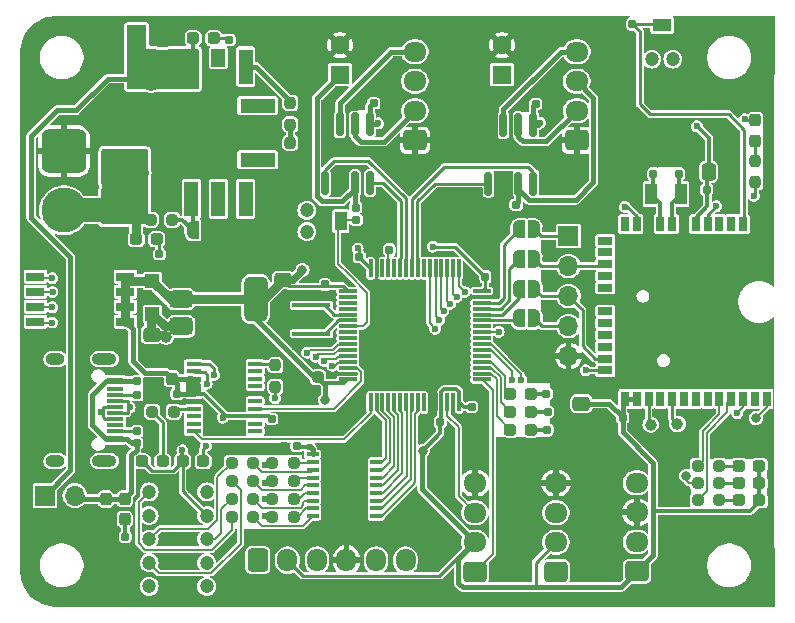
<source format=gbr>
%TF.GenerationSoftware,KiCad,Pcbnew,8.0.7*%
%TF.CreationDate,2025-02-05T08:53:54+09:00*%
%TF.ProjectId,GN10Mainboard,474e3130-4d61-4696-9e62-6f6172642e6b,rev?*%
%TF.SameCoordinates,Original*%
%TF.FileFunction,Copper,L1,Top*%
%TF.FilePolarity,Positive*%
%FSLAX46Y46*%
G04 Gerber Fmt 4.6, Leading zero omitted, Abs format (unit mm)*
G04 Created by KiCad (PCBNEW 8.0.7) date 2025-02-05 08:53:54*
%MOMM*%
%LPD*%
G01*
G04 APERTURE LIST*
G04 Aperture macros list*
%AMRoundRect*
0 Rectangle with rounded corners*
0 $1 Rounding radius*
0 $2 $3 $4 $5 $6 $7 $8 $9 X,Y pos of 4 corners*
0 Add a 4 corners polygon primitive as box body*
4,1,4,$2,$3,$4,$5,$6,$7,$8,$9,$2,$3,0*
0 Add four circle primitives for the rounded corners*
1,1,$1+$1,$2,$3*
1,1,$1+$1,$4,$5*
1,1,$1+$1,$6,$7*
1,1,$1+$1,$8,$9*
0 Add four rect primitives between the rounded corners*
20,1,$1+$1,$2,$3,$4,$5,0*
20,1,$1+$1,$4,$5,$6,$7,0*
20,1,$1+$1,$6,$7,$8,$9,0*
20,1,$1+$1,$8,$9,$2,$3,0*%
%AMFreePoly0*
4,1,19,0.500000,-0.750000,0.000000,-0.750000,0.000000,-0.744911,-0.071157,-0.744911,-0.207708,-0.704816,-0.327430,-0.627875,-0.420627,-0.520320,-0.479746,-0.390866,-0.500000,-0.250000,-0.500000,0.250000,-0.479746,0.390866,-0.420627,0.520320,-0.327430,0.627875,-0.207708,0.704816,-0.071157,0.744911,0.000000,0.744911,0.000000,0.750000,0.500000,0.750000,0.500000,-0.750000,0.500000,-0.750000,
$1*%
%AMFreePoly1*
4,1,19,0.000000,0.744911,0.071157,0.744911,0.207708,0.704816,0.327430,0.627875,0.420627,0.520320,0.479746,0.390866,0.500000,0.250000,0.500000,-0.250000,0.479746,-0.390866,0.420627,-0.520320,0.327430,-0.627875,0.207708,-0.704816,0.071157,-0.744911,0.000000,-0.744911,0.000000,-0.750000,-0.500000,-0.750000,-0.500000,0.750000,0.000000,0.750000,0.000000,0.744911,0.000000,0.744911,
$1*%
G04 Aperture macros list end*
%TA.AperFunction,SMDPad,CuDef*%
%ADD10RoundRect,0.237500X-0.250000X-0.237500X0.250000X-0.237500X0.250000X0.237500X-0.250000X0.237500X0*%
%TD*%
%TA.AperFunction,SMDPad,CuDef*%
%ADD11RoundRect,0.237500X-0.287500X-0.237500X0.287500X-0.237500X0.287500X0.237500X-0.287500X0.237500X0*%
%TD*%
%TA.AperFunction,SMDPad,CuDef*%
%ADD12RoundRect,0.237500X0.250000X0.237500X-0.250000X0.237500X-0.250000X-0.237500X0.250000X-0.237500X0*%
%TD*%
%TA.AperFunction,ComponentPad*%
%ADD13RoundRect,0.250000X0.725000X-0.600000X0.725000X0.600000X-0.725000X0.600000X-0.725000X-0.600000X0*%
%TD*%
%TA.AperFunction,ComponentPad*%
%ADD14O,1.950000X1.700000*%
%TD*%
%TA.AperFunction,SMDPad,CuDef*%
%ADD15RoundRect,0.155000X-0.212500X-0.155000X0.212500X-0.155000X0.212500X0.155000X-0.212500X0.155000X0*%
%TD*%
%TA.AperFunction,SMDPad,CuDef*%
%ADD16RoundRect,0.155000X0.212500X0.155000X-0.212500X0.155000X-0.212500X-0.155000X0.212500X-0.155000X0*%
%TD*%
%TA.AperFunction,ComponentPad*%
%ADD17R,1.600000X1.600000*%
%TD*%
%TA.AperFunction,ComponentPad*%
%ADD18C,1.600000*%
%TD*%
%TA.AperFunction,ComponentPad*%
%ADD19C,1.200000*%
%TD*%
%TA.AperFunction,SMDPad,CuDef*%
%ADD20R,1.600000X1.050000*%
%TD*%
%TA.AperFunction,SMDPad,CuDef*%
%ADD21RoundRect,0.237500X0.287500X0.237500X-0.287500X0.237500X-0.287500X-0.237500X0.287500X-0.237500X0*%
%TD*%
%TA.AperFunction,SMDPad,CuDef*%
%ADD22R,0.700000X1.300000*%
%TD*%
%TA.AperFunction,SMDPad,CuDef*%
%ADD23R,1.300000X0.700000*%
%TD*%
%TA.AperFunction,SMDPad,CuDef*%
%ADD24R,0.900000X0.900000*%
%TD*%
%TA.AperFunction,SMDPad,CuDef*%
%ADD25RoundRect,0.150000X0.150000X-0.825000X0.150000X0.825000X-0.150000X0.825000X-0.150000X-0.825000X0*%
%TD*%
%TA.AperFunction,SMDPad,CuDef*%
%ADD26RoundRect,0.160000X-0.160000X0.197500X-0.160000X-0.197500X0.160000X-0.197500X0.160000X0.197500X0*%
%TD*%
%TA.AperFunction,SMDPad,CuDef*%
%ADD27RoundRect,0.237500X-0.237500X0.300000X-0.237500X-0.300000X0.237500X-0.300000X0.237500X0.300000X0*%
%TD*%
%TA.AperFunction,SMDPad,CuDef*%
%ADD28RoundRect,0.237500X0.237500X-0.287500X0.237500X0.287500X-0.237500X0.287500X-0.237500X-0.287500X0*%
%TD*%
%TA.AperFunction,SMDPad,CuDef*%
%ADD29FreePoly0,0.000000*%
%TD*%
%TA.AperFunction,SMDPad,CuDef*%
%ADD30FreePoly1,0.000000*%
%TD*%
%TA.AperFunction,ComponentPad*%
%ADD31R,1.700000X1.700000*%
%TD*%
%TA.AperFunction,ComponentPad*%
%ADD32O,1.700000X1.700000*%
%TD*%
%TA.AperFunction,SMDPad,CuDef*%
%ADD33RoundRect,0.250000X0.475000X-0.337500X0.475000X0.337500X-0.475000X0.337500X-0.475000X-0.337500X0*%
%TD*%
%TA.AperFunction,SMDPad,CuDef*%
%ADD34RoundRect,0.160000X-0.197500X-0.160000X0.197500X-0.160000X0.197500X0.160000X-0.197500X0.160000X0*%
%TD*%
%TA.AperFunction,SMDPad,CuDef*%
%ADD35RoundRect,0.155000X0.155000X-0.212500X0.155000X0.212500X-0.155000X0.212500X-0.155000X-0.212500X0*%
%TD*%
%TA.AperFunction,SMDPad,CuDef*%
%ADD36RoundRect,0.250000X-0.475000X0.337500X-0.475000X-0.337500X0.475000X-0.337500X0.475000X0.337500X0*%
%TD*%
%TA.AperFunction,SMDPad,CuDef*%
%ADD37R,1.450000X0.600000*%
%TD*%
%TA.AperFunction,SMDPad,CuDef*%
%ADD38R,1.450000X0.300000*%
%TD*%
%TA.AperFunction,ComponentPad*%
%ADD39O,2.100000X1.000000*%
%TD*%
%TA.AperFunction,ComponentPad*%
%ADD40O,1.600000X1.000000*%
%TD*%
%TA.AperFunction,SMDPad,CuDef*%
%ADD41FreePoly0,180.000000*%
%TD*%
%TA.AperFunction,SMDPad,CuDef*%
%ADD42FreePoly1,180.000000*%
%TD*%
%TA.AperFunction,SMDPad,CuDef*%
%ADD43R,1.200000X1.200000*%
%TD*%
%TA.AperFunction,SMDPad,CuDef*%
%ADD44C,1.000000*%
%TD*%
%TA.AperFunction,SMDPad,CuDef*%
%ADD45R,1.050000X1.600000*%
%TD*%
%TA.AperFunction,SMDPad,CuDef*%
%ADD46RoundRect,0.250000X-0.337500X-0.475000X0.337500X-0.475000X0.337500X0.475000X-0.337500X0.475000X0*%
%TD*%
%TA.AperFunction,SMDPad,CuDef*%
%ADD47R,1.000000X1.800000*%
%TD*%
%TA.AperFunction,SMDPad,CuDef*%
%ADD48RoundRect,0.160000X0.160000X-0.197500X0.160000X0.197500X-0.160000X0.197500X-0.160000X-0.197500X0*%
%TD*%
%TA.AperFunction,SMDPad,CuDef*%
%ADD49RoundRect,0.237500X-0.237500X0.250000X-0.237500X-0.250000X0.237500X-0.250000X0.237500X0.250000X0*%
%TD*%
%TA.AperFunction,SMDPad,CuDef*%
%ADD50R,3.200000X0.400000*%
%TD*%
%TA.AperFunction,SMDPad,CuDef*%
%ADD51RoundRect,0.237500X0.237500X-0.300000X0.237500X0.300000X-0.237500X0.300000X-0.237500X-0.300000X0*%
%TD*%
%TA.AperFunction,SMDPad,CuDef*%
%ADD52RoundRect,0.160000X0.197500X0.160000X-0.197500X0.160000X-0.197500X-0.160000X0.197500X-0.160000X0*%
%TD*%
%TA.AperFunction,SMDPad,CuDef*%
%ADD53RoundRect,0.375000X-0.625000X-0.375000X0.625000X-0.375000X0.625000X0.375000X-0.625000X0.375000X0*%
%TD*%
%TA.AperFunction,SMDPad,CuDef*%
%ADD54RoundRect,0.500000X-0.500000X-1.400000X0.500000X-1.400000X0.500000X1.400000X-0.500000X1.400000X0*%
%TD*%
%TA.AperFunction,SMDPad,CuDef*%
%ADD55R,1.000000X0.400000*%
%TD*%
%TA.AperFunction,ComponentPad*%
%ADD56RoundRect,0.760000X-1.140000X1.140000X-1.140000X-1.140000X1.140000X-1.140000X1.140000X1.140000X0*%
%TD*%
%TA.AperFunction,ComponentPad*%
%ADD57C,3.800000*%
%TD*%
%TA.AperFunction,SMDPad,CuDef*%
%ADD58RoundRect,0.237500X0.237500X-0.250000X0.237500X0.250000X-0.237500X0.250000X-0.237500X-0.250000X0*%
%TD*%
%TA.AperFunction,SMDPad,CuDef*%
%ADD59R,1.200000X3.000000*%
%TD*%
%TA.AperFunction,SMDPad,CuDef*%
%ADD60R,1.770000X4.070000*%
%TD*%
%TA.AperFunction,SMDPad,CuDef*%
%ADD61R,3.000000X1.200000*%
%TD*%
%TA.AperFunction,SMDPad,CuDef*%
%ADD62R,4.070000X1.770000*%
%TD*%
%TA.AperFunction,SMDPad,CuDef*%
%ADD63R,1.200000X1.500000*%
%TD*%
%TA.AperFunction,SMDPad,CuDef*%
%ADD64R,1.200000X0.400000*%
%TD*%
%TA.AperFunction,SMDPad,CuDef*%
%ADD65R,1.600000X0.760000*%
%TD*%
%TA.AperFunction,ComponentPad*%
%ADD66RoundRect,0.250000X-0.600000X-0.725000X0.600000X-0.725000X0.600000X0.725000X-0.600000X0.725000X0*%
%TD*%
%TA.AperFunction,ComponentPad*%
%ADD67O,1.700000X1.950000*%
%TD*%
%TA.AperFunction,SMDPad,CuDef*%
%ADD68RoundRect,0.155000X-0.155000X0.212500X-0.155000X-0.212500X0.155000X-0.212500X0.155000X0.212500X0*%
%TD*%
%TA.AperFunction,SMDPad,CuDef*%
%ADD69RoundRect,0.075000X-0.700000X-0.075000X0.700000X-0.075000X0.700000X0.075000X-0.700000X0.075000X0*%
%TD*%
%TA.AperFunction,SMDPad,CuDef*%
%ADD70RoundRect,0.075000X-0.075000X-0.700000X0.075000X-0.700000X0.075000X0.700000X-0.075000X0.700000X0*%
%TD*%
%TA.AperFunction,ViaPad*%
%ADD71C,0.600000*%
%TD*%
%TA.AperFunction,ViaPad*%
%ADD72C,0.800000*%
%TD*%
%TA.AperFunction,ViaPad*%
%ADD73C,2.000000*%
%TD*%
%TA.AperFunction,ViaPad*%
%ADD74C,2.500000*%
%TD*%
%TA.AperFunction,ViaPad*%
%ADD75C,1.000000*%
%TD*%
%TA.AperFunction,Conductor*%
%ADD76C,0.400000*%
%TD*%
%TA.AperFunction,Conductor*%
%ADD77C,0.300000*%
%TD*%
%TA.AperFunction,Conductor*%
%ADD78C,0.152400*%
%TD*%
%TA.AperFunction,Conductor*%
%ADD79C,2.000000*%
%TD*%
%TA.AperFunction,Conductor*%
%ADD80C,0.800000*%
%TD*%
%TA.AperFunction,Conductor*%
%ADD81C,0.250000*%
%TD*%
%TA.AperFunction,Conductor*%
%ADD82C,0.600000*%
%TD*%
G04 APERTURE END LIST*
D10*
%TO.P,R25,1*%
%TO.N,Net-(D12-K)*%
X141152500Y-133490000D03*
%TO.P,R25,2*%
%TO.N,Net-(U7-CBUS1)*%
X142977500Y-133490000D03*
%TD*%
D11*
%TO.P,D9,1,K*%
%TO.N,Net-(D9-K)*%
X190821600Y-141008400D03*
%TO.P,D9,2,A*%
%TO.N,+3.3V*%
X192571600Y-141008400D03*
%TD*%
D12*
%TO.P,R13,1*%
%TO.N,Net-(U4-O4)*%
X153137500Y-140856000D03*
%TO.P,R13,2*%
%TO.N,LED_D_DRV*%
X151312500Y-140856000D03*
%TD*%
D13*
%TO.P,J8,1,Pin_1*%
%TO.N,+3.3V*%
X182180000Y-147019000D03*
D14*
%TO.P,J8,2,Pin_2*%
%TO.N,SYS_SWCLK*%
X182180000Y-144519000D03*
%TO.P,J8,3,Pin_3*%
%TO.N,GND*%
X182180000Y-142019000D03*
%TO.P,J8,4,Pin_4*%
%TO.N,SYS_SWDIO*%
X182180000Y-139519000D03*
%TD*%
D15*
%TO.P,C21,1*%
%TO.N,VBUS*%
X139846500Y-136157000D03*
%TO.P,C21,2*%
%TO.N,GND*%
X140981500Y-136157000D03*
%TD*%
D10*
%TO.P,R1,1*%
%TO.N,+BATT*%
X141025500Y-117234000D03*
%TO.P,R1,2*%
%TO.N,Net-(JP1-B)*%
X142850500Y-117234000D03*
%TD*%
D16*
%TO.P,C31,1*%
%TO.N,+5V*%
X171969500Y-115964000D03*
%TO.P,C31,2*%
%TO.N,GND*%
X170834500Y-115964000D03*
%TD*%
D17*
%TO.P,C29,1*%
%TO.N,+5V*%
X157051000Y-104954380D03*
D18*
%TO.P,C29,2*%
%TO.N,GND*%
X157051000Y-102454380D03*
%TD*%
D15*
%TO.P,C25,1*%
%TO.N,+3.3V*%
X151276500Y-134125000D03*
%TO.P,C25,2*%
%TO.N,GND*%
X152411500Y-134125000D03*
%TD*%
D19*
%TO.P,SW3,*%
%TO.N,*%
X185245000Y-103645000D03*
X183445000Y-103645000D03*
D20*
%TO.P,SW3,1,1*%
%TO.N,BLE_RESET*%
X184345000Y-100770000D03*
%TO.P,SW3,2,2*%
%TO.N,GND*%
X184345000Y-106520000D03*
%TD*%
D16*
%TO.P,C30,1*%
%TO.N,+3.3V*%
X173620500Y-107455000D03*
%TO.P,C30,2*%
%TO.N,GND*%
X172485500Y-107455000D03*
%TD*%
D21*
%TO.P,D12,1,K*%
%TO.N,Net-(D12-K)*%
X142051000Y-137681000D03*
%TO.P,D12,2,A*%
%TO.N,+3.3V*%
X140301000Y-137681000D03*
%TD*%
%TO.P,D13,1,K*%
%TO.N,Net-(D13-K)*%
X145480000Y-137681000D03*
%TO.P,D13,2,A*%
%TO.N,+3.3V*%
X143730000Y-137681000D03*
%TD*%
D22*
%TO.P,U6,1,GND*%
%TO.N,GND*%
X193182000Y-117600000D03*
%TO.P,U6,2,GND*%
X192182000Y-117600000D03*
%TO.P,U6,3,NMCLR*%
%TO.N,BLE_RESET*%
X191182000Y-117600000D03*
%TO.P,U6,4,PB0*%
%TO.N,unconnected-(U6-PB0-Pad4)*%
X190182000Y-117600000D03*
%TO.P,U6,5,PB3*%
%TO.N,unconnected-(U6-PB3-Pad5)*%
X189182000Y-117600000D03*
%TO.P,U6,6,PB5*%
%TO.N,BLE_STATUS_LED*%
X188182000Y-117600000D03*
%TO.P,U6,7,VDD_A*%
%TO.N,+3.3V*%
X187182000Y-117600000D03*
%TO.P,U6,8,GND*%
%TO.N,GND*%
X186182000Y-117600000D03*
%TO.P,U6,9,PA11*%
%TO.N,Net-(U6-PA11)*%
X185182000Y-117600000D03*
%TO.P,U6,10,PA12*%
%TO.N,Net-(U6-PA12)*%
X184182000Y-117600000D03*
%TO.P,U6,11,GND*%
%TO.N,GND*%
X183182000Y-117600000D03*
%TO.P,U6,12,PB6*%
%TO.N,BLE_UART_RX*%
X182182000Y-117600000D03*
%TO.P,U6,13,PB7*%
%TO.N,unconnected-(U6-PB7-Pad13)*%
X181182000Y-117600000D03*
D23*
%TO.P,U6,14,PB8*%
%TO.N,unconnected-(U6-PB8-Pad14)*%
X179532000Y-119000000D03*
%TO.P,U6,15,PB9*%
%TO.N,unconnected-(U6-PB9-Pad15)*%
X179532000Y-120000000D03*
%TO.P,U6,16,PA4*%
%TO.N,BLE_UART_RTS*%
X179532000Y-121000000D03*
%TO.P,U6,17,PB10*%
%TO.N,unconnected-(U6-PB10-Pad17)*%
X179532000Y-122000000D03*
%TO.P,U6,18,PB11*%
%TO.N,unconnected-(U6-PB11-Pad18)*%
X179532000Y-123000000D03*
%TO.P,U6,19,GND*%
%TO.N,GND*%
X179532000Y-124000000D03*
%TO.P,U6,20,PA0*%
%TO.N,unconnected-(U6-PA0-Pad20)*%
X179532000Y-125000000D03*
%TO.P,U6,21,PA1*%
%TO.N,unconnected-(U6-PA1-Pad21)*%
X179532000Y-126000000D03*
%TO.P,U6,22,PB12*%
%TO.N,unconnected-(U6-PB12-Pad22)*%
X179532000Y-127000000D03*
%TO.P,U6,23,PB13*%
%TO.N,unconnected-(U6-PB13-Pad23)*%
X179532000Y-128000000D03*
%TO.P,U6,24,PA5*%
%TO.N,BLE_UART_TX*%
X179532000Y-129000000D03*
%TO.P,U6,25,PA6*%
%TO.N,BLE_UART_CTS*%
X179532000Y-130000000D03*
%TO.P,U6,26,GND*%
%TO.N,GND*%
X179532000Y-131000000D03*
D22*
%TO.P,U6,27,VDD*%
%TO.N,+3.3V*%
X181182000Y-132400000D03*
%TO.P,U6,28,VDD*%
X182182000Y-132400000D03*
%TO.P,U6,29,PA8*%
%TO.N,BLE_DEBUG_UART_RX*%
X183182000Y-132400000D03*
%TO.P,U6,30,PA9*%
%TO.N,unconnected-(U6-PA9-Pad30)*%
X184182000Y-132400000D03*
%TO.P,U6,31,PA7*%
%TO.N,BLE_DEBUG_UART_TX*%
X185182000Y-132400000D03*
%TO.P,U6,32,PA10*%
%TO.N,unconnected-(U6-PA10-Pad32)*%
X186182000Y-132400000D03*
%TO.P,U6,33,PA13*%
%TO.N,unconnected-(U6-PA13-Pad33)*%
X187182000Y-132400000D03*
%TO.P,U6,34,PA14*%
%TO.N,unconnected-(U6-PA14-Pad34)*%
X188182000Y-132400000D03*
%TO.P,U6,35,PA2*%
%TO.N,BLE_UART_TX_LED*%
X189182000Y-132400000D03*
%TO.P,U6,36,PA3*%
%TO.N,BLE_EVENT_LED*%
X190182000Y-132400000D03*
%TO.P,U6,37,PB2*%
%TO.N,BLE_UART_MODE*%
X191182000Y-132400000D03*
%TO.P,U6,38,PB1*%
%TO.N,unconnected-(U6-PB1-Pad38)*%
X192182000Y-132400000D03*
%TO.P,U6,39,PB4*%
%TO.N,BLE_UART_RX_LED*%
X193182000Y-132400000D03*
D24*
%TO.P,U6,40,TPAD_GND*%
%TO.N,GND*%
X187382000Y-123120000D03*
X186182000Y-123120000D03*
X184982000Y-123120000D03*
X187382000Y-124320000D03*
X186182000Y-124320000D03*
X184982000Y-124320000D03*
X187382000Y-125520000D03*
X186182000Y-125520000D03*
X184982000Y-125520000D03*
%TD*%
D12*
%TO.P,C11,1*%
%TO.N,+3.3V*%
X155193000Y-130569000D03*
%TO.P,C11,2*%
%TO.N,GND*%
X153368000Y-130569000D03*
%TD*%
D25*
%TO.P,U8,1,TXD*%
%TO.N,CAN2_RX*%
X155781000Y-114121000D03*
%TO.P,U8,2,VSS*%
%TO.N,GND*%
X157051000Y-114121000D03*
%TO.P,U8,3,VDD*%
%TO.N,+5V*%
X158321000Y-114121000D03*
%TO.P,U8,4,RXD*%
%TO.N,CAN2_TX*%
X159591000Y-114121000D03*
%TO.P,U8,5,Vio*%
%TO.N,+3.3V*%
X159591000Y-109171000D03*
%TO.P,U8,6,CANL*%
%TO.N,CAN1_L*%
X158321000Y-109171000D03*
%TO.P,U8,7,CANH*%
%TO.N,CAN1_H*%
X157051000Y-109171000D03*
%TO.P,U8,8,STBY*%
%TO.N,GND*%
X155781000Y-109171000D03*
%TD*%
D11*
%TO.P,D11,1,K*%
%TO.N,Net-(D11-K)*%
X190823500Y-139535200D03*
%TO.P,D11,2,A*%
%TO.N,+3.3V*%
X192573500Y-139535200D03*
%TD*%
D26*
%TO.P,R5,1*%
%TO.N,Net-(D3-K)*%
X138890000Y-144068500D03*
%TO.P,R5,2*%
%TO.N,GND*%
X138890000Y-145263500D03*
%TD*%
D13*
%TO.P,J5,1,Pin_1*%
%TO.N,GND*%
X177100000Y-110510000D03*
D14*
%TO.P,J5,2,Pin_2*%
%TO.N,CAN2_L*%
X177100000Y-108010000D03*
%TO.P,J5,3,Pin_3*%
%TO.N,+5V*%
X177100000Y-105510000D03*
%TO.P,J5,4,Pin_4*%
%TO.N,CAN2_H*%
X177100000Y-103010000D03*
%TD*%
D27*
%TO.P,C22,1*%
%TO.N,VBUS*%
X137239000Y-140882500D03*
%TO.P,C22,2*%
%TO.N,GND*%
X137239000Y-142607500D03*
%TD*%
D28*
%TO.P,D3,1,K*%
%TO.N,Net-(D3-K)*%
X138839200Y-142606000D03*
%TO.P,D3,2,A*%
%TO.N,VBUS*%
X138839200Y-140856000D03*
%TD*%
D29*
%TO.P,JP4,1,A*%
%TO.N,USART1_TX*%
X172199800Y-125590600D03*
D30*
%TO.P,JP4,2,B*%
%TO.N,BLE_UART_RX*%
X173499800Y-125590600D03*
%TD*%
D16*
%TO.P,C18,1*%
%TO.N,+3.3V*%
X180986500Y-133998000D03*
%TO.P,C18,2*%
%TO.N,GND*%
X179851500Y-133998000D03*
%TD*%
D31*
%TO.P,J10,1,Pin_1*%
%TO.N,BLE_UART_CTS*%
X176403000Y-118618000D03*
D32*
%TO.P,J10,2,Pin_2*%
%TO.N,BLE_UART_RTS*%
X176403000Y-121158000D03*
%TO.P,J10,3,Pin_3*%
%TO.N,BLE_UART_TX*%
X176403000Y-123698000D03*
%TO.P,J10,4,Pin_4*%
%TO.N,BLE_UART_RX*%
X176403000Y-126238000D03*
%TO.P,J10,5,Pin_5*%
%TO.N,GND*%
X176403000Y-128778000D03*
%TD*%
D33*
%TO.P,C4,1*%
%TO.N,+3.3V*%
X152225000Y-122335500D03*
%TO.P,C4,2*%
%TO.N,GND*%
X152225000Y-120260500D03*
%TD*%
D34*
%TO.P,R23,1*%
%TO.N,Net-(J3-CC1)*%
X139854000Y-132093000D03*
%TO.P,R23,2*%
%TO.N,GND*%
X141049000Y-132093000D03*
%TD*%
D31*
%TO.P,J2,1,Pin_1*%
%TO.N,+5V*%
X132075000Y-140589000D03*
D32*
%TO.P,J2,2,Pin_2*%
%TO.N,VBUS*%
X134615000Y-140589000D03*
%TD*%
D16*
%TO.P,C10,1*%
%TO.N,+3.3V*%
X165552000Y-134379000D03*
%TO.P,C10,2*%
%TO.N,GND*%
X164417000Y-134379000D03*
%TD*%
D35*
%TO.P,C6,1*%
%TO.N,+3.3V*%
X155781000Y-122720400D03*
%TO.P,C6,2*%
%TO.N,GND*%
X155781000Y-121585400D03*
%TD*%
D36*
%TO.P,C3,1*%
%TO.N,+5V*%
X141099800Y-126966100D03*
%TO.P,C3,2*%
%TO.N,GND*%
X141099800Y-129041100D03*
%TD*%
D11*
%TO.P,D10,1,K*%
%TO.N,Net-(D10-K)*%
X190823500Y-138062000D03*
%TO.P,D10,2,A*%
%TO.N,+3.3V*%
X192573500Y-138062000D03*
%TD*%
D37*
%TO.P,J3,A1,GND*%
%TO.N,GND*%
X138030000Y-130100000D03*
%TO.P,J3,A4,VBUS*%
%TO.N,VBUS*%
X138030000Y-130900000D03*
D38*
%TO.P,J3,A5,CC1*%
%TO.N,Net-(J3-CC1)*%
X138030000Y-132100000D03*
%TO.P,J3,A6,D+*%
%TO.N,Net-(U7-USBDP)*%
X138030000Y-133100000D03*
%TO.P,J3,A7,D-*%
%TO.N,Net-(U7-USBDM)*%
X138030000Y-133600000D03*
%TO.P,J3,A8,SBU1*%
%TO.N,unconnected-(J3-SBU1-PadA8)*%
X138030000Y-134600000D03*
D37*
%TO.P,J3,A9,VBUS*%
%TO.N,VBUS*%
X138030000Y-135800000D03*
%TO.P,J3,A12,GND*%
%TO.N,GND*%
X138030000Y-136600000D03*
%TO.P,J3,B1,GND*%
X138030000Y-136600000D03*
%TO.P,J3,B4,VBUS*%
%TO.N,VBUS*%
X138030000Y-135800000D03*
D38*
%TO.P,J3,B5,CC2*%
%TO.N,Net-(J3-CC2)*%
X138030000Y-135100000D03*
%TO.P,J3,B6,D+*%
%TO.N,Net-(U7-USBDP)*%
X138030000Y-134100000D03*
%TO.P,J3,B7,D-*%
%TO.N,Net-(U7-USBDM)*%
X138030000Y-132600000D03*
%TO.P,J3,B8,SBU2*%
%TO.N,unconnected-(J3-SBU2-PadB8)*%
X138030000Y-131600000D03*
D37*
%TO.P,J3,B9,VBUS*%
%TO.N,VBUS*%
X138030000Y-130900000D03*
%TO.P,J3,B12,GND*%
%TO.N,GND*%
X138030000Y-130100000D03*
D39*
%TO.P,J3,S1,SHIELD*%
%TO.N,unconnected-(J3-SHIELD-PadS1)_3*%
X137115000Y-129030000D03*
D40*
%TO.N,unconnected-(J3-SHIELD-PadS1)_1*%
X132935000Y-129030000D03*
D39*
%TO.N,unconnected-(J3-SHIELD-PadS1)_2*%
X137115000Y-137670000D03*
D40*
%TO.N,unconnected-(J3-SHIELD-PadS1)*%
X132935000Y-137670000D03*
%TD*%
D35*
%TO.P,C17,1*%
%TO.N,Net-(U6-PA12)*%
X183594000Y-113356500D03*
%TO.P,C17,2*%
%TO.N,GND*%
X183594000Y-112221500D03*
%TD*%
D16*
%TO.P,C23,1*%
%TO.N,+3.3V*%
X143267500Y-131966000D03*
%TO.P,C23,2*%
%TO.N,GND*%
X142132500Y-131966000D03*
%TD*%
D41*
%TO.P,JP5,1,A*%
%TO.N,BLE_UART_TX*%
X173499800Y-123076000D03*
D42*
%TO.P,JP5,2,B*%
%TO.N,USART1_RX*%
X172199800Y-123076000D03*
%TD*%
D36*
%TO.P,C1,1*%
%TO.N,+BATT*%
X137874000Y-116958500D03*
%TO.P,C1,2*%
%TO.N,GND*%
X137874000Y-119033500D03*
%TD*%
D16*
%TO.P,C12,1*%
%TO.N,+3.3V*%
X153427500Y-136411000D03*
%TO.P,C12,2*%
%TO.N,GND*%
X152292500Y-136411000D03*
%TD*%
D43*
%TO.P,D1,1,K*%
%TO.N,+5V*%
X141176000Y-125225000D03*
%TO.P,D1,2,A*%
%TO.N,+3.3V*%
X141176000Y-122425000D03*
%TD*%
D12*
%TO.P,R11,1*%
%TO.N,Net-(U4-O2)*%
X153137500Y-142380000D03*
%TO.P,R11,2*%
%TO.N,LED_B_DRV*%
X151312500Y-142380000D03*
%TD*%
D17*
%TO.P,C32,1*%
%TO.N,+5V*%
X170767000Y-104954380D03*
D18*
%TO.P,C32,2*%
%TO.N,GND*%
X170767000Y-102454380D03*
%TD*%
D13*
%TO.P,J4,1,Pin_1*%
%TO.N,GND*%
X163401000Y-110510000D03*
D14*
%TO.P,J4,2,Pin_2*%
%TO.N,CAN1_L*%
X163401000Y-108010000D03*
%TO.P,J4,3,Pin_3*%
%TO.N,+5V*%
X163401000Y-105510000D03*
%TO.P,J4,4,Pin_4*%
%TO.N,CAN1_H*%
X163401000Y-103010000D03*
%TD*%
D44*
%TO.P,TP2,1,1*%
%TO.N,BLE_DEBUG_UART_RX*%
X183365400Y-134582200D03*
%TD*%
D15*
%TO.P,C20,1*%
%TO.N,VBUS*%
X139846500Y-130899200D03*
%TO.P,C20,2*%
%TO.N,GND*%
X140981500Y-130899200D03*
%TD*%
D12*
%TO.P,R22,1*%
%TO.N,Net-(D11-K)*%
X189180100Y-139535200D03*
%TO.P,R22,2*%
%TO.N,BLE_UART_RX_LED*%
X187355100Y-139535200D03*
%TD*%
D19*
%TO.P,SW1,*%
%TO.N,*%
X154257000Y-118250000D03*
X154257000Y-116450000D03*
D45*
%TO.P,SW1,1,1*%
%TO.N,STM32_RESET*%
X157132000Y-117350000D03*
%TO.P,SW1,2,2*%
%TO.N,GND*%
X151382000Y-117350000D03*
%TD*%
D41*
%TO.P,JP3,1,A*%
%TO.N,BLE_UART_RTS*%
X173497000Y-120563000D03*
D42*
%TO.P,JP3,2,B*%
%TO.N,USART1_CTS*%
X172197000Y-120563000D03*
%TD*%
D12*
%TO.P,R12,1*%
%TO.N,Net-(U4-O3)*%
X149708500Y-140856000D03*
%TO.P,R12,2*%
%TO.N,LED_C_DRV*%
X147883500Y-140856000D03*
%TD*%
D35*
%TO.P,C15,1*%
%TO.N,Net-(U6-PA11)*%
X185753000Y-113356500D03*
%TO.P,C15,2*%
%TO.N,GND*%
X185753000Y-112221500D03*
%TD*%
D21*
%TO.P,D5,1,K*%
%TO.N,Net-(D5-K)*%
X173232000Y-135014000D03*
%TO.P,D5,2,A*%
%TO.N,LED_RED*%
X171482000Y-135014000D03*
%TD*%
D46*
%TO.P,C2,1*%
%TO.N,+5V*%
X139906000Y-101867000D03*
%TO.P,C2,2*%
%TO.N,GND*%
X141981000Y-101867000D03*
%TD*%
D15*
%TO.P,C9,1*%
%TO.N,+3.3V*%
X168192900Y-133109000D03*
%TO.P,C9,2*%
%TO.N,GND*%
X169327900Y-133109000D03*
%TD*%
D12*
%TO.P,R10,1*%
%TO.N,Net-(U4-O1)*%
X149708500Y-142380000D03*
%TO.P,R10,2*%
%TO.N,LED_A_DRV*%
X147883500Y-142380000D03*
%TD*%
D21*
%TO.P,D7,1,K*%
%TO.N,Net-(D7-K)*%
X173232000Y-131966000D03*
%TO.P,D7,2,A*%
%TO.N,LED_BLUE*%
X171482000Y-131966000D03*
%TD*%
D16*
%TO.P,C7,1*%
%TO.N,+3.3V*%
X158702000Y-120409000D03*
%TO.P,C7,2*%
%TO.N,GND*%
X157567000Y-120409000D03*
%TD*%
D15*
%TO.P,C28,1*%
%TO.N,+5V*%
X158388500Y-116218000D03*
%TO.P,C28,2*%
%TO.N,GND*%
X159523500Y-116218000D03*
%TD*%
D41*
%TO.P,JP1,1,A*%
%TO.N,GND*%
X145890000Y-118123000D03*
D42*
%TO.P,JP1,2,B*%
%TO.N,Net-(JP1-B)*%
X144590000Y-118123000D03*
%TD*%
D25*
%TO.P,U9,1,TXD*%
%TO.N,CAN3_RX*%
X169624000Y-114183000D03*
%TO.P,U9,2,VSS*%
%TO.N,GND*%
X170894000Y-114183000D03*
%TO.P,U9,3,VDD*%
%TO.N,+5V*%
X172164000Y-114183000D03*
%TO.P,U9,4,RXD*%
%TO.N,CAN3_TX*%
X173434000Y-114183000D03*
%TO.P,U9,5,Vio*%
%TO.N,+3.3V*%
X173434000Y-109233000D03*
%TO.P,U9,6,CANL*%
%TO.N,CAN2_L*%
X172164000Y-109233000D03*
%TO.P,U9,7,CANH*%
%TO.N,CAN2_H*%
X170894000Y-109233000D03*
%TO.P,U9,8,STBY*%
%TO.N,GND*%
X169624000Y-109233000D03*
%TD*%
D19*
%TO.P,U5,1,A*%
%TO.N,LED_A_DRV*%
X140895000Y-140285000D03*
%TO.P,U5,2,F*%
%TO.N,LED_F_DRV*%
X140895000Y-142285000D03*
%TO.P,U5,3,G*%
%TO.N,LED_G_DRV*%
X140895000Y-144285000D03*
%TO.P,U5,4,E*%
%TO.N,LED_E_DRV*%
X140895000Y-146285000D03*
%TO.P,U5,5,D*%
%TO.N,LED_D_DRV*%
X140895000Y-148285000D03*
%TO.P,U5,6,DP_Cathode*%
%TO.N,LED_DP_DRV*%
X145775000Y-148285000D03*
%TO.P,U5,7,DP_Anode*%
%TO.N,+3.3V*%
X145775000Y-146285000D03*
%TO.P,U5,8,C*%
%TO.N,LED_C_DRV*%
X145775000Y-144285000D03*
%TO.P,U5,9,COM_Anode*%
%TO.N,+3.3V*%
X145775000Y-142285000D03*
%TO.P,U5,10,B*%
%TO.N,LED_B_DRV*%
X145775000Y-140285000D03*
%TD*%
D28*
%TO.P,D8,1,K*%
%TO.N,Net-(D8-K)*%
X192230000Y-110578500D03*
%TO.P,D8,2,A*%
%TO.N,+3.3V*%
X192230000Y-108828500D03*
%TD*%
D12*
%TO.P,R17,1*%
%TO.N,Net-(U4-O8)*%
X153137500Y-137808000D03*
%TO.P,R17,2*%
%TO.N,LED_DP_DRV*%
X151312500Y-137808000D03*
%TD*%
D15*
%TO.P,C5,1*%
%TO.N,STM32_RESET*%
X158448000Y-117234000D03*
%TO.P,C5,2*%
%TO.N,GND*%
X159583000Y-117234000D03*
%TD*%
D34*
%TO.P,R9,1*%
%TO.N,Net-(D6-K)*%
X174629000Y-133490000D03*
%TO.P,R9,2*%
%TO.N,GND*%
X175824000Y-133490000D03*
%TD*%
D12*
%TO.P,R14,1*%
%TO.N,Net-(U4-O5)*%
X149708500Y-139332000D03*
%TO.P,R14,2*%
%TO.N,LED_E_DRV*%
X147883500Y-139332000D03*
%TD*%
D47*
%TO.P,Y2,1,1*%
%TO.N,Net-(U6-PA11)*%
X185908000Y-115075000D03*
%TO.P,Y2,2,2*%
%TO.N,Net-(U6-PA12)*%
X183408000Y-115075000D03*
%TD*%
D48*
%TO.P,R7,1*%
%TO.N,Net-(U3-PB8)*%
X161242000Y-119774000D03*
%TO.P,R7,2*%
%TO.N,GND*%
X161242000Y-118579000D03*
%TD*%
D12*
%TO.P,R16,1*%
%TO.N,Net-(U4-O7)*%
X149708500Y-137808000D03*
%TO.P,R16,2*%
%TO.N,LED_G_DRV*%
X147883500Y-137808000D03*
%TD*%
%TO.P,R20,1*%
%TO.N,Net-(D9-K)*%
X189180100Y-141008400D03*
%TO.P,R20,2*%
%TO.N,BLE_EVENT_LED*%
X187355100Y-141008400D03*
%TD*%
D34*
%TO.P,R8,1*%
%TO.N,Net-(D5-K)*%
X174577000Y-135014000D03*
%TO.P,R8,2*%
%TO.N,GND*%
X175772000Y-135014000D03*
%TD*%
D49*
%TO.P,R2,1*%
%TO.N,Net-(U1-Trim)*%
X152860000Y-107351500D03*
%TO.P,R2,2*%
%TO.N,Net-(R2-Pad2)*%
X152860000Y-109176500D03*
%TD*%
D50*
%TO.P,Y1,1,1*%
%TO.N,Net-(U3-PF0)*%
X154638000Y-124486000D03*
%TO.P,Y1,2,2*%
%TO.N,GND*%
X154638000Y-125686000D03*
%TO.P,Y1,3,3*%
%TO.N,Net-(U3-PF1)*%
X154638000Y-126886000D03*
%TD*%
D51*
%TO.P,C26,1*%
%TO.N,+3.3V*%
X142827000Y-130696000D03*
%TO.P,C26,2*%
%TO.N,GND*%
X142827000Y-128971000D03*
%TD*%
D12*
%TO.P,R15,1*%
%TO.N,Net-(U4-O6)*%
X153137500Y-139332000D03*
%TO.P,R15,2*%
%TO.N,LED_F_DRV*%
X151312500Y-139332000D03*
%TD*%
D34*
%TO.P,R6,1*%
%TO.N,Net-(D4-K)*%
X147690500Y-101994000D03*
%TO.P,R6,2*%
%TO.N,GND*%
X148885500Y-101994000D03*
%TD*%
D29*
%TO.P,JP2,1,A*%
%TO.N,USART1_RTS*%
X172197000Y-118063000D03*
D30*
%TO.P,JP2,2,B*%
%TO.N,BLE_UART_CTS*%
X173497000Y-118063000D03*
%TD*%
D52*
%TO.P,R4,1*%
%TO.N,Net-(D2-K)*%
X141773500Y-120155000D03*
%TO.P,R4,2*%
%TO.N,GND*%
X140578500Y-120155000D03*
%TD*%
D44*
%TO.P,TP1,1,1*%
%TO.N,BLE_DEBUG_UART_TX*%
X185626000Y-134531400D03*
%TD*%
D35*
%TO.P,C8,1*%
%TO.N,+3.3V*%
X169370000Y-122060000D03*
%TO.P,C8,2*%
%TO.N,GND*%
X169370000Y-120925000D03*
%TD*%
D53*
%TO.P,U2,1,GND*%
%TO.N,GND*%
X143614000Y-121665000D03*
%TO.P,U2,2,VOUT*%
%TO.N,+3.3V*%
X143614000Y-123965000D03*
D54*
X149914000Y-123965000D03*
D53*
%TO.P,U2,3,VIN*%
%TO.N,+5V*%
X143614000Y-126265000D03*
%TD*%
D49*
%TO.P,R3,1*%
%TO.N,Net-(R2-Pad2)*%
X152860000Y-110733500D03*
%TO.P,R3,2*%
%TO.N,GND*%
X152860000Y-112558500D03*
%TD*%
D55*
%TO.P,U4,1,I1*%
%TO.N,LED_A*%
X160132000Y-142313000D03*
%TO.P,U4,2,I2*%
%TO.N,LED_B*%
X160132000Y-141663000D03*
%TO.P,U4,3,I3*%
%TO.N,LED_C*%
X160132000Y-141013000D03*
%TO.P,U4,4,I4*%
%TO.N,LED_D*%
X160132000Y-140363000D03*
%TO.P,U4,5,I5*%
%TO.N,LED_E*%
X160132000Y-139713000D03*
%TO.P,U4,6,I6*%
%TO.N,LED_F*%
X160132000Y-139063000D03*
%TO.P,U4,7,I7*%
%TO.N,LED_G*%
X160132000Y-138413000D03*
%TO.P,U4,8,I8*%
%TO.N,LED_DP*%
X160132000Y-137763000D03*
%TO.P,U4,9,GND*%
%TO.N,GND*%
X160132000Y-137113000D03*
%TO.P,U4,10,COM*%
%TO.N,+3.3V*%
X154732000Y-137113000D03*
%TO.P,U4,11,O8*%
%TO.N,Net-(U4-O8)*%
X154732000Y-137763000D03*
%TO.P,U4,12,O7*%
%TO.N,Net-(U4-O7)*%
X154732000Y-138413000D03*
%TO.P,U4,13,O6*%
%TO.N,Net-(U4-O6)*%
X154732000Y-139063000D03*
%TO.P,U4,14,O5*%
%TO.N,Net-(U4-O5)*%
X154732000Y-139713000D03*
%TO.P,U4,15,O4*%
%TO.N,Net-(U4-O4)*%
X154732000Y-140363000D03*
%TO.P,U4,16,O3*%
%TO.N,Net-(U4-O3)*%
X154732000Y-141013000D03*
%TO.P,U4,17,O2*%
%TO.N,Net-(U4-O2)*%
X154732000Y-141663000D03*
%TO.P,U4,18,O1*%
%TO.N,Net-(U4-O1)*%
X154732000Y-142313000D03*
%TD*%
D56*
%TO.P,J1,1,Pin_1*%
%TO.N,GND*%
X133683000Y-111432000D03*
D57*
%TO.P,J1,2,Pin_2*%
%TO.N,+BATT*%
X133683000Y-116432000D03*
%TD*%
D21*
%TO.P,D4,1,K*%
%TO.N,Net-(D4-K)*%
X146369000Y-101867000D03*
%TO.P,D4,2,A*%
%TO.N,+5V*%
X144619000Y-101867000D03*
%TD*%
%TO.P,D2,1,K*%
%TO.N,Net-(D2-K)*%
X141543000Y-118885000D03*
%TO.P,D2,2,A*%
%TO.N,+BATT*%
X139793000Y-118885000D03*
%TD*%
D49*
%TO.P,R19,1*%
%TO.N,Net-(D8-K)*%
X192230000Y-112234000D03*
%TO.P,R19,2*%
%TO.N,BLE_STATUS_LED*%
X192230000Y-114059000D03*
%TD*%
D21*
%TO.P,D6,1,K*%
%TO.N,Net-(D6-K)*%
X173218000Y-133490000D03*
%TO.P,D6,2,A*%
%TO.N,LED_GREEN*%
X171468000Y-133490000D03*
%TD*%
D58*
%TO.P,R26,1*%
%TO.N,Net-(D13-K)*%
X151590000Y-131378000D03*
%TO.P,R26,2*%
%TO.N,Net-(U7-CBUS2)*%
X151590000Y-129553000D03*
%TD*%
D15*
%TO.P,C14,1*%
%TO.N,+3.3V*%
X188106500Y-114694000D03*
%TO.P,C14,2*%
%TO.N,GND*%
X189241500Y-114694000D03*
%TD*%
D13*
%TO.P,J6,1,Pin_1*%
%TO.N,USART3_RX*%
X168481000Y-147039000D03*
D14*
%TO.P,J6,2,Pin_2*%
%TO.N,+3.3V*%
X168481000Y-144539000D03*
%TO.P,J6,3,Pin_3*%
%TO.N,USART3_TX*%
X168481000Y-142039000D03*
%TO.P,J6,4,Pin_4*%
%TO.N,GND*%
X168481000Y-139539000D03*
%TD*%
D13*
%TO.P,J7,1,Pin_1*%
%TO.N,I2C4_SCL*%
X175339000Y-147039000D03*
D14*
%TO.P,J7,2,Pin_2*%
%TO.N,+3.3V*%
X175339000Y-144539000D03*
%TO.P,J7,3,Pin_3*%
%TO.N,I2C4_SDA*%
X175339000Y-142039000D03*
%TO.P,J7,4,Pin_4*%
%TO.N,GND*%
X175339000Y-139539000D03*
%TD*%
D59*
%TO.P,U1,1,ON/OFF*%
%TO.N,Net-(JP1-B)*%
X144478000Y-115468000D03*
%TO.P,U1,2,Vin*%
%TO.N,+BATT*%
X139898000Y-115468000D03*
D60*
X139893000Y-113303000D03*
D61*
X138878000Y-112158000D03*
%TO.P,U1,3,GND*%
%TO.N,GND*%
X138878000Y-109868000D03*
D60*
X139893000Y-108723000D03*
D61*
X138878000Y-107578000D03*
D62*
%TO.P,U1,4,Vout*%
%TO.N,+5V*%
X141043000Y-105283000D03*
D59*
X139898000Y-104268000D03*
%TO.P,U1,5,Sense*%
X144478000Y-104268000D03*
%TO.P,U1,6,Trim*%
%TO.N,Net-(U1-Trim)*%
X149058000Y-104268000D03*
D61*
%TO.P,U1,7,GND*%
%TO.N,GND*%
X150078000Y-109868000D03*
%TO.P,U1,8*%
%TO.N,N/C*%
X150078000Y-112158000D03*
D59*
%TO.P,U1,9,SEQUENCE*%
%TO.N,unconnected-(U1-SEQUENCE-Pad9)*%
X149058000Y-115468000D03*
%TO.P,U1,10*%
%TO.N,N/C*%
X146768000Y-115468000D03*
D63*
%TO.P,U1,11*%
X146768000Y-103518000D03*
D61*
%TO.P,U1,12*%
X150078000Y-107578000D03*
%TD*%
D46*
%TO.P,C13,1*%
%TO.N,+3.3V*%
X188271500Y-113170000D03*
%TO.P,C13,2*%
%TO.N,GND*%
X190346500Y-113170000D03*
%TD*%
D36*
%TO.P,C19,1*%
%TO.N,+3.3V*%
X177498000Y-132812000D03*
%TO.P,C19,2*%
%TO.N,GND*%
X177498000Y-134887000D03*
%TD*%
D64*
%TO.P,U7,1,~{DTR}*%
%TO.N,unconnected-(U7-~{DTR}-Pad1)*%
X149872000Y-135141000D03*
%TO.P,U7,2,~{RTS}*%
%TO.N,unconnected-(U7-~{RTS}-Pad2)*%
X149872000Y-134506000D03*
%TO.P,U7,3,VCCIO*%
%TO.N,+3.3V*%
X149872000Y-133871000D03*
%TO.P,U7,4,RXD*%
%TO.N,USART2_TX*%
X149872000Y-133236000D03*
%TO.P,U7,5,~{RI}*%
%TO.N,unconnected-(U7-~{RI}-Pad5)*%
X149872000Y-132601000D03*
%TO.P,U7,6,GND*%
%TO.N,GND*%
X149872000Y-131966000D03*
%TO.P,U7,7,~{DSR}*%
%TO.N,unconnected-(U7-~{DSR}-Pad7)*%
X149872000Y-131331000D03*
%TO.P,U7,8,~{DCD}*%
%TO.N,unconnected-(U7-~{DCD}-Pad8)*%
X149872000Y-130696000D03*
%TO.P,U7,9,~{CTS}*%
%TO.N,unconnected-(U7-~{CTS}-Pad9)*%
X149872000Y-130061000D03*
%TO.P,U7,10,CBUS2*%
%TO.N,Net-(U7-CBUS2)*%
X149872000Y-129426000D03*
%TO.P,U7,11,USBDP*%
%TO.N,Net-(U7-USBDP)*%
X144672000Y-129426000D03*
%TO.P,U7,12,USBDM*%
%TO.N,Net-(U7-USBDM)*%
X144672000Y-130061000D03*
%TO.P,U7,13,3V3OUT*%
%TO.N,+3.3V*%
X144672000Y-130696000D03*
%TO.P,U7,14,~{RESET}*%
X144672000Y-131331000D03*
%TO.P,U7,15,VCC*%
X144672000Y-131966000D03*
%TO.P,U7,16,GND*%
%TO.N,GND*%
X144672000Y-132601000D03*
%TO.P,U7,17,CBUS1*%
%TO.N,Net-(U7-CBUS1)*%
X144672000Y-133236000D03*
%TO.P,U7,18,CBUS0*%
%TO.N,unconnected-(U7-CBUS0-Pad18)*%
X144672000Y-133871000D03*
%TO.P,U7,19,CBUS3*%
%TO.N,unconnected-(U7-CBUS3-Pad19)*%
X144672000Y-134506000D03*
%TO.P,U7,20,TXD*%
%TO.N,USART2_RX*%
X144672000Y-135141000D03*
%TD*%
D65*
%TO.P,SW2,1*%
%TO.N,DIP_1*%
X131270000Y-122060000D03*
%TO.P,SW2,2*%
%TO.N,DIP_2*%
X131270000Y-123330000D03*
%TO.P,SW2,3*%
%TO.N,DIP_3*%
X131270000Y-124600000D03*
%TO.P,SW2,4*%
%TO.N,DIP_4*%
X131270000Y-125870000D03*
%TO.P,SW2,5*%
%TO.N,+3.3V*%
X138890000Y-125870000D03*
%TO.P,SW2,6*%
X138890000Y-124600000D03*
%TO.P,SW2,7*%
X138890000Y-123330000D03*
%TO.P,SW2,8*%
X138890000Y-122060000D03*
%TD*%
D12*
%TO.P,R21,1*%
%TO.N,Net-(D10-K)*%
X189182000Y-138062000D03*
%TO.P,R21,2*%
%TO.N,BLE_UART_TX_LED*%
X187357000Y-138062000D03*
%TD*%
D34*
%TO.P,R24,1*%
%TO.N,Net-(J3-CC2)*%
X139854000Y-135141000D03*
%TO.P,R24,2*%
%TO.N,GND*%
X141049000Y-135141000D03*
%TD*%
D66*
%TO.P,J9,1,Pin_1*%
%TO.N,SPI3_MOSI*%
X150106000Y-146063000D03*
D67*
%TO.P,J9,2,Pin_2*%
%TO.N,+3.3V*%
X152606000Y-146063000D03*
%TO.P,J9,3,Pin_3*%
%TO.N,SPI3_MISO*%
X155106000Y-146063000D03*
%TO.P,J9,4,Pin_4*%
%TO.N,GND*%
X157606000Y-146063000D03*
%TO.P,J9,5,Pin_5*%
%TO.N,SPI3_SCK*%
X160106000Y-146063000D03*
%TO.P,J9,6,Pin_6*%
%TO.N,SPI3_CS*%
X162606000Y-146063000D03*
%TD*%
D68*
%TO.P,C16,1*%
%TO.N,BLE_RESET*%
X181816000Y-100664500D03*
%TO.P,C16,2*%
%TO.N,GND*%
X181816000Y-101799500D03*
%TD*%
D69*
%TO.P,U3,1,VBAT*%
%TO.N,+3.3V*%
X157726000Y-123263000D03*
%TO.P,U3,2,PC13*%
%TO.N,unconnected-(U3-PC13-Pad2)*%
X157726000Y-123763000D03*
%TO.P,U3,3,PC14*%
%TO.N,unconnected-(U3-PC14-Pad3)*%
X157726000Y-124263000D03*
%TO.P,U3,4,PC15*%
%TO.N,unconnected-(U3-PC15-Pad4)*%
X157726000Y-124763000D03*
%TO.P,U3,5,PF0*%
%TO.N,Net-(U3-PF0)*%
X157726000Y-125263000D03*
%TO.P,U3,6,PF1*%
%TO.N,Net-(U3-PF1)*%
X157726000Y-125763000D03*
%TO.P,U3,7,PG10*%
%TO.N,STM32_RESET*%
X157726000Y-126263000D03*
%TO.P,U3,8,PC0*%
%TO.N,unconnected-(U3-PC0-Pad8)*%
X157726000Y-126763000D03*
%TO.P,U3,9,PC1*%
%TO.N,unconnected-(U3-PC1-Pad9)*%
X157726000Y-127263000D03*
%TO.P,U3,10,PC2*%
%TO.N,DIP_1*%
X157726000Y-127763000D03*
%TO.P,U3,11,PC3*%
%TO.N,DIP_2*%
X157726000Y-128263000D03*
%TO.P,U3,12,PA0*%
%TO.N,DIP_3*%
X157726000Y-128763000D03*
%TO.P,U3,13,PA1*%
%TO.N,DIP_4*%
X157726000Y-129263000D03*
%TO.P,U3,14,PA2*%
%TO.N,USART2_TX*%
X157726000Y-129763000D03*
%TO.P,U3,15,VSS*%
%TO.N,GND*%
X157726000Y-130263000D03*
%TO.P,U3,16,VDD*%
%TO.N,+3.3V*%
X157726000Y-130763000D03*
D70*
%TO.P,U3,17,PA3*%
%TO.N,USART2_RX*%
X159651000Y-132688000D03*
%TO.P,U3,18,PA4*%
%TO.N,LED_DP*%
X160151000Y-132688000D03*
%TO.P,U3,19,PA5*%
%TO.N,LED_G*%
X160651000Y-132688000D03*
%TO.P,U3,20,PA6*%
%TO.N,LED_F*%
X161151000Y-132688000D03*
%TO.P,U3,21,PA7*%
%TO.N,LED_E*%
X161651000Y-132688000D03*
%TO.P,U3,22,PC4*%
%TO.N,LED_D*%
X162151000Y-132688000D03*
%TO.P,U3,23,PC5*%
%TO.N,LED_C*%
X162651000Y-132688000D03*
%TO.P,U3,24,PB0*%
%TO.N,LED_B*%
X163151000Y-132688000D03*
%TO.P,U3,25,PB1*%
%TO.N,LED_A*%
X163651000Y-132688000D03*
%TO.P,U3,26,PB2*%
%TO.N,unconnected-(U3-PB2-Pad26)*%
X164151000Y-132688000D03*
%TO.P,U3,27,VSSA*%
%TO.N,GND*%
X164651000Y-132688000D03*
%TO.P,U3,28,VREF+*%
X165151000Y-132688000D03*
%TO.P,U3,29,VDDA*%
%TO.N,+3.3V*%
X165651000Y-132688000D03*
%TO.P,U3,30,PB10*%
%TO.N,USART3_TX*%
X166151000Y-132688000D03*
%TO.P,U3,31,VSS*%
%TO.N,GND*%
X166651000Y-132688000D03*
%TO.P,U3,32,VDD*%
%TO.N,+3.3V*%
X167151000Y-132688000D03*
D69*
%TO.P,U3,33,PB11*%
%TO.N,USART3_RX*%
X169076000Y-130763000D03*
%TO.P,U3,34,PB12*%
%TO.N,LED_RED*%
X169076000Y-130263000D03*
%TO.P,U3,35,PB13*%
%TO.N,LED_GREEN*%
X169076000Y-129763000D03*
%TO.P,U3,36,PB14*%
%TO.N,LED_BLUE*%
X169076000Y-129263000D03*
%TO.P,U3,37,PB15*%
%TO.N,unconnected-(U3-PB15-Pad37)*%
X169076000Y-128763000D03*
%TO.P,U3,38,PC6*%
%TO.N,I2C4_SCL*%
X169076000Y-128263000D03*
%TO.P,U3,39,PC7*%
%TO.N,I2C4_SDA*%
X169076000Y-127763000D03*
%TO.P,U3,40,PC8*%
%TO.N,unconnected-(U3-PC8-Pad40)*%
X169076000Y-127263000D03*
%TO.P,U3,41,PC9*%
%TO.N,BLE_UART_MODE*%
X169076000Y-126763000D03*
%TO.P,U3,42,PA8*%
%TO.N,unconnected-(U3-PA8-Pad42)*%
X169076000Y-126263000D03*
%TO.P,U3,43,PA9*%
%TO.N,USART1_TX*%
X169076000Y-125763000D03*
%TO.P,U3,44,PA10*%
%TO.N,USART1_RX*%
X169076000Y-125263000D03*
%TO.P,U3,45,PA11*%
%TO.N,USART1_CTS*%
X169076000Y-124763000D03*
%TO.P,U3,46,PA12*%
%TO.N,USART1_RTS*%
X169076000Y-124263000D03*
%TO.P,U3,47,VSS*%
%TO.N,GND*%
X169076000Y-123763000D03*
%TO.P,U3,48,VDD*%
%TO.N,+3.3V*%
X169076000Y-123263000D03*
D70*
%TO.P,U3,49,PA13*%
%TO.N,SYS_SWDIO*%
X167151000Y-121338000D03*
%TO.P,U3,50,PA14*%
%TO.N,SYS_SWCLK*%
X166651000Y-121338000D03*
%TO.P,U3,51,PA15*%
%TO.N,SPI3_CS*%
X166151000Y-121338000D03*
%TO.P,U3,52,PC10*%
%TO.N,SPI3_SCK*%
X165651000Y-121338000D03*
%TO.P,U3,53,PC11*%
%TO.N,SPI3_MISO*%
X165151000Y-121338000D03*
%TO.P,U3,54,PC12*%
%TO.N,SPI3_MOSI*%
X164651000Y-121338000D03*
%TO.P,U3,55,PD2*%
%TO.N,unconnected-(U3-PD2-Pad55)*%
X164151000Y-121338000D03*
%TO.P,U3,56,PB3*%
%TO.N,CAN3_RX*%
X163651000Y-121338000D03*
%TO.P,U3,57,PB4*%
%TO.N,CAN3_TX*%
X163151000Y-121338000D03*
%TO.P,U3,58,PB5*%
%TO.N,CAN2_RX*%
X162651000Y-121338000D03*
%TO.P,U3,59,PB6*%
%TO.N,CAN2_TX*%
X162151000Y-121338000D03*
%TO.P,U3,60,PB7*%
%TO.N,unconnected-(U3-PB7-Pad60)*%
X161651000Y-121338000D03*
%TO.P,U3,61,PB8*%
%TO.N,Net-(U3-PB8)*%
X161151000Y-121338000D03*
%TO.P,U3,62,PB9*%
%TO.N,unconnected-(U3-PB9-Pad62)*%
X160651000Y-121338000D03*
%TO.P,U3,63,VSS*%
%TO.N,GND*%
X160151000Y-121338000D03*
%TO.P,U3,64,VDD*%
%TO.N,+3.3V*%
X159651000Y-121338000D03*
%TD*%
D16*
%TO.P,C27,1*%
%TO.N,+3.3V*%
X159904500Y-107378800D03*
%TO.P,C27,2*%
%TO.N,GND*%
X158769500Y-107378800D03*
%TD*%
D34*
%TO.P,R18,1*%
%TO.N,Net-(D7-K)*%
X174539500Y-131966000D03*
%TO.P,R18,2*%
%TO.N,GND*%
X175734500Y-131966000D03*
%TD*%
D71*
%TO.N,GND*%
X135080000Y-132220000D03*
X192230000Y-127140000D03*
X157889200Y-107632800D03*
X174450000Y-149365000D03*
X186705500Y-111582500D03*
X187023000Y-112789000D03*
X184508400Y-141110000D03*
X193246000Y-105550000D03*
X142192000Y-144412000D03*
X188877200Y-136030000D03*
X193246000Y-143650000D03*
X182451000Y-111773000D03*
X152098000Y-125489000D03*
X179530000Y-116980000D03*
X179530000Y-110249000D03*
X190960000Y-125870000D03*
X193246000Y-110630000D03*
X164086800Y-135776000D03*
X184610000Y-127140000D03*
X193246000Y-106820000D03*
X150320000Y-148730000D03*
X175088174Y-132720696D03*
X192230000Y-120790000D03*
X144478000Y-140094000D03*
X139177582Y-130122054D03*
X154130000Y-107836000D03*
X137620000Y-100470000D03*
X160480000Y-128410000D03*
X189690000Y-127140000D03*
X189690000Y-129680000D03*
X130863600Y-143421400D03*
X177625000Y-149365000D03*
X131270000Y-132220000D03*
X161242000Y-108344000D03*
X169573200Y-116014800D03*
X156822400Y-122034600D03*
X178895000Y-134252000D03*
X159972000Y-111646000D03*
X157940000Y-148730000D03*
X192230000Y-128410000D03*
X138890000Y-146190000D03*
X163020000Y-148730000D03*
X139575800Y-134226600D03*
X189690000Y-128410000D03*
X142877800Y-136893600D03*
X164925000Y-118631000D03*
X182451000Y-116218000D03*
X184610000Y-122060000D03*
X179530000Y-136030000D03*
X153495000Y-134252000D03*
X192230000Y-129680000D03*
X152250400Y-126886000D03*
X167338000Y-126251000D03*
X187150000Y-122060000D03*
X190452000Y-136919000D03*
X154130000Y-114440000D03*
X184610000Y-119520000D03*
X179530000Y-112408000D03*
X136172200Y-143497600D03*
X190909200Y-129680000D03*
X191061600Y-119520000D03*
X178381998Y-122009200D03*
X177040800Y-145885200D03*
X179530000Y-103010000D03*
X146002000Y-133871000D03*
X156111200Y-120536000D03*
X154003000Y-123584000D03*
X165560000Y-144920000D03*
X193500000Y-130950000D03*
X192357000Y-116218000D03*
X154130000Y-103010000D03*
X184356000Y-143396000D03*
X172824400Y-140449600D03*
X165560000Y-148730000D03*
X193500000Y-128410000D03*
X182070000Y-122060000D03*
X193500000Y-129680000D03*
X156162000Y-127597200D03*
X189436000Y-107582000D03*
X189055000Y-109995000D03*
X171910000Y-100470000D03*
X190452000Y-110122000D03*
X156111200Y-107302600D03*
X192230000Y-142380000D03*
X186261000Y-110122000D03*
X192230000Y-119520000D03*
X182070000Y-129680000D03*
X163020000Y-125870000D03*
X169116000Y-131966000D03*
X137112000Y-106820000D03*
X193500000Y-122060000D03*
X151971000Y-109868000D03*
X160480000Y-148730000D03*
X184610000Y-136030000D03*
X141226800Y-136792000D03*
X191010800Y-120739200D03*
X193246000Y-114948000D03*
X151386800Y-136741200D03*
X193246000Y-100419200D03*
X172468800Y-147155200D03*
X160480000Y-116980000D03*
X147780000Y-148730000D03*
X190706000Y-107709000D03*
X164747200Y-139535200D03*
X187023000Y-115964000D03*
X159819600Y-134404400D03*
X179530000Y-140475000D03*
X182070000Y-119520000D03*
X187023000Y-134252000D03*
X155400000Y-148730000D03*
X182070000Y-127140000D03*
X186388000Y-136030000D03*
X135486400Y-126581200D03*
X178381998Y-120028000D03*
X193246000Y-136157000D03*
X138890000Y-148730000D03*
X144351000Y-127775000D03*
X187150000Y-127140000D03*
X193500000Y-138824000D03*
X154003000Y-144818400D03*
X156035000Y-111265000D03*
X193500000Y-127140000D03*
X178260000Y-115760800D03*
X145240000Y-119520000D03*
X134935000Y-129832400D03*
X193500000Y-119520000D03*
X179530000Y-108090000D03*
X148796000Y-100470000D03*
X160734000Y-115202000D03*
X193246000Y-113170000D03*
X163020000Y-113170000D03*
X141811000Y-131026200D03*
X185499000Y-111265000D03*
X139398000Y-120840800D03*
X182324000Y-114313000D03*
X174450000Y-114694000D03*
X179530000Y-105550000D03*
X131270000Y-129680000D03*
X136350000Y-120790000D03*
X192230000Y-130950000D03*
X131270000Y-137300000D03*
X171275000Y-149365000D03*
X187023000Y-115329000D03*
X181054000Y-108090000D03*
X168100000Y-100470000D03*
X179530000Y-100470000D03*
X182324000Y-115583000D03*
X131270000Y-127140000D03*
X147780000Y-119520000D03*
X154638000Y-122060000D03*
X163020000Y-141110000D03*
X156212800Y-123685600D03*
D72*
X140668000Y-123838000D03*
D71*
X190960000Y-127140000D03*
X163020000Y-128410000D03*
X189690000Y-130950000D03*
X160480000Y-123330000D03*
X184610000Y-148730000D03*
X152352000Y-123965000D03*
X148415000Y-135141000D03*
X157584400Y-118707200D03*
X141430000Y-100470000D03*
X168100000Y-149365000D03*
X170640000Y-136030000D03*
X187150000Y-119520000D03*
X135080000Y-136030000D03*
X137112000Y-109106000D03*
X168100000Y-103010000D03*
X187150000Y-129680000D03*
X190604400Y-115405200D03*
X164290000Y-100470000D03*
D73*
X139893000Y-108723000D03*
D71*
X180952400Y-145682000D03*
X157683047Y-112862671D03*
X193246000Y-135014000D03*
X159718000Y-118758000D03*
X136350000Y-139840000D03*
X160480000Y-100470000D03*
X151590000Y-114440000D03*
X158041600Y-121298000D03*
X193246000Y-115837000D03*
X181968400Y-134404400D03*
X154130000Y-111392000D03*
X190960000Y-128410000D03*
X174653200Y-117945200D03*
X174551600Y-122974400D03*
X183594000Y-111265000D03*
X167338000Y-130569000D03*
X174450000Y-127140000D03*
X142192000Y-139840000D03*
X167947600Y-137452400D03*
X153266400Y-127978200D03*
X178361600Y-125819200D03*
X193500000Y-137300000D03*
X143970000Y-100470000D03*
X160480000Y-130950000D03*
X169217600Y-143243600D03*
X147653000Y-132982000D03*
X180927000Y-113551000D03*
X152860000Y-148730000D03*
D74*
X186182000Y-124320000D03*
D71*
X178310800Y-127546400D03*
X163020000Y-123330000D03*
X146510000Y-137300000D03*
X184610000Y-139332000D03*
X193246000Y-114059000D03*
X171204015Y-126375368D03*
X163020000Y-130950000D03*
X174602400Y-125565200D03*
X186743600Y-149339600D03*
X190909200Y-130950000D03*
X156670000Y-134353600D03*
X187150000Y-100470000D03*
X192230000Y-122060000D03*
X146510000Y-127140000D03*
X142700000Y-134760000D03*
X148034000Y-144285000D03*
X182070000Y-124600000D03*
X157940000Y-137300000D03*
X131270000Y-108090000D03*
X143970000Y-148730000D03*
X182324000Y-113043000D03*
X190604400Y-114516200D03*
X178387000Y-118250000D03*
X160480000Y-125870000D03*
X173180000Y-136030000D03*
X193246000Y-109360000D03*
X180139600Y-132016800D03*
X154130000Y-100470000D03*
X131270000Y-134760000D03*
X171452800Y-110782400D03*
X136350000Y-123330000D03*
X150675600Y-144386600D03*
X136985000Y-148730000D03*
X167338000Y-128537000D03*
X189690000Y-125870000D03*
X164747200Y-137503200D03*
X150726400Y-119723200D03*
X178387000Y-123965000D03*
X193500000Y-120790000D03*
X193246000Y-111900000D03*
X190452000Y-111646000D03*
X182070000Y-148730000D03*
X143970000Y-146190000D03*
X189690000Y-122060000D03*
X193500000Y-140348000D03*
X151590000Y-103010000D03*
X166830000Y-108090000D03*
X153876000Y-132474000D03*
X168100000Y-134125000D03*
X166677600Y-111849200D03*
X177345600Y-137350800D03*
X169268400Y-119875600D03*
X189690000Y-123330000D03*
X156314400Y-130442000D03*
X146510000Y-100470000D03*
X150320000Y-127902000D03*
X193246000Y-108090000D03*
X188166000Y-107582000D03*
X193500000Y-141745000D03*
X175720000Y-100470000D03*
X184356000Y-134252000D03*
X170233600Y-122415600D03*
X169370000Y-111900000D03*
X193347600Y-133845600D03*
X174704000Y-107328000D03*
X189690000Y-119520000D03*
X189944000Y-134506000D03*
X193347600Y-149390400D03*
X189690000Y-120790000D03*
X142700000Y-119520000D03*
X191010800Y-122060000D03*
X157940000Y-142380000D03*
X151590000Y-100470000D03*
X182451000Y-137808000D03*
X136350000Y-114440000D03*
X170182800Y-147206000D03*
X146764000Y-145478800D03*
X167846000Y-122415600D03*
X137620000Y-103010000D03*
X187023000Y-114059000D03*
X148288000Y-130442000D03*
X142700000Y-118250000D03*
X142700000Y-142380000D03*
X131270000Y-119520000D03*
X174551600Y-120434400D03*
X189690000Y-124600000D03*
D73*
%TO.N,+BATT*%
X139893000Y-113303000D03*
%TO.N,+5V*%
X141043000Y-105283000D03*
D75*
X141176000Y-103645000D03*
X142319000Y-127140000D03*
D71*
%TO.N,SYS_SWDIO*%
X167617400Y-123355400D03*
%TO.N,SYS_SWCLK*%
X166937186Y-123776485D03*
%TO.N,+3.3V*%
X158549600Y-119672400D03*
X187277000Y-109310000D03*
D72*
X153876000Y-121475800D03*
X164096200Y-136781000D03*
D71*
X154536400Y-136461800D03*
X143716000Y-136766600D03*
X147145000Y-133998000D03*
X164925000Y-119520000D03*
X191341000Y-108725000D03*
X174018200Y-109029800D03*
D72*
X155781000Y-132499400D03*
D71*
X160276800Y-109080600D03*
%TO.N,SPI3_SCK*%
X165822000Y-124954662D03*
%TO.N,DIP_3*%
X155718544Y-129203934D03*
X132692400Y-124650800D03*
%TO.N,DIP_4*%
X132692400Y-125946200D03*
X156416000Y-129595800D03*
%TO.N,DIP_2*%
X132717800Y-123355400D03*
X155008932Y-128834537D03*
%TO.N,DIP_1*%
X154277915Y-128500600D03*
X132692400Y-122187000D03*
%TO.N,SPI3_CS*%
X166360986Y-124361750D03*
%TO.N,Net-(U7-USBDM)*%
X139255002Y-133134400D03*
X145774106Y-131116858D03*
%TO.N,I2C4_SDA*%
X172408045Y-130782155D03*
%TO.N,Net-(U7-USBDP)*%
X136804998Y-133490000D03*
X146399106Y-130371039D03*
%TO.N,SPI3_MISO*%
X165469600Y-125732711D03*
%TO.N,I2C4_SCL*%
X171605000Y-130770418D03*
%TO.N,SPI3_MOSI*%
X165117200Y-126461812D03*
%TO.N,LED_B_DRV*%
X150696000Y-142356660D03*
%TO.N,LED_D_DRV*%
X150696000Y-140903941D03*
%TO.N,LED_DP_DRV*%
X150707985Y-137992615D03*
%TO.N,LED_F_DRV*%
X150704708Y-139507000D03*
D72*
%TO.N,BLE_UART_RX_LED*%
X192280800Y-134023400D03*
X186362600Y-138925600D03*
D71*
%TO.N,BLE_UART_RX*%
X181181000Y-116141800D03*
%TO.N,BLE_STATUS_LED*%
X192103000Y-115202000D03*
X188928000Y-116091000D03*
%TO.N,BLE_UART_MODE*%
X190680600Y-133617000D03*
X170489815Y-126735816D03*
%TO.N,BLE_UART_CTS*%
X177879000Y-129984800D03*
%TO.N,Net-(D13-K)*%
X151564600Y-132347000D03*
X145695062Y-136401000D03*
%TD*%
D76*
%TO.N,GND*%
X182451000Y-116218000D02*
X183182000Y-116949000D01*
X185499000Y-111265000D02*
X184864000Y-111265000D01*
X182324000Y-112408000D02*
X182324000Y-113043000D01*
D77*
X166651000Y-132688000D02*
X166651000Y-133566120D01*
X157051000Y-113494718D02*
X157051000Y-114121000D01*
X169076000Y-123763000D02*
X168197880Y-123763000D01*
D76*
X186182000Y-117600000D02*
X186182000Y-117001000D01*
D77*
X166651000Y-133566120D02*
X167211000Y-134126120D01*
X168197880Y-123763000D02*
X167719000Y-124241880D01*
D76*
X187023000Y-113424000D02*
X187023000Y-112789000D01*
X182324000Y-115583000D02*
X182324000Y-116091000D01*
D77*
X144672000Y-132601000D02*
X144630000Y-132643000D01*
D76*
X187023000Y-111900000D02*
X186705500Y-111582500D01*
D77*
X164651000Y-134145000D02*
X164651000Y-132688000D01*
D76*
X182324000Y-114948000D02*
X182324000Y-115583000D01*
X182324000Y-113678000D02*
X182324000Y-114313000D01*
X187023000Y-112154000D02*
X187023000Y-111900000D01*
X187023000Y-115964000D02*
X187023000Y-115329000D01*
D77*
X144630000Y-132643000D02*
X142809500Y-132643000D01*
X164417000Y-134379000D02*
X164651000Y-134145000D01*
D76*
X186388000Y-111265000D02*
X186134000Y-111265000D01*
X186705500Y-111582500D02*
X186388000Y-111265000D01*
X182959000Y-111265000D02*
X182895500Y-111328500D01*
X182324000Y-116091000D02*
X182451000Y-116218000D01*
X187023000Y-112789000D02*
X187023000Y-112154000D01*
X187023000Y-115329000D02*
X187023000Y-114694000D01*
X182451000Y-111773000D02*
X182324000Y-111900000D01*
X182895500Y-111328500D02*
X182451000Y-111773000D01*
X183182000Y-116949000D02*
X183182000Y-117600000D01*
X186182000Y-117001000D02*
X187023000Y-116160000D01*
X187023000Y-114059000D02*
X187023000Y-113424000D01*
X187023000Y-116160000D02*
X187023000Y-115964000D01*
X184229000Y-111265000D02*
X183594000Y-111265000D01*
X183594000Y-111265000D02*
X182959000Y-111265000D01*
D77*
X157683047Y-112862671D02*
X157051000Y-113494718D01*
X142809500Y-132643000D02*
X142132500Y-131966000D01*
D78*
X144672000Y-132601000D02*
X144593800Y-132679200D01*
D76*
X182324000Y-113043000D02*
X182324000Y-113678000D01*
X187023000Y-114694000D02*
X187023000Y-114059000D01*
X182324000Y-111900000D02*
X182324000Y-112408000D01*
X182324000Y-114313000D02*
X182324000Y-114948000D01*
X186134000Y-111265000D02*
X185499000Y-111265000D01*
X184864000Y-111265000D02*
X184229000Y-111265000D01*
D79*
%TO.N,+BATT*%
X133683000Y-116432000D02*
X137025000Y-116432000D01*
D80*
X139793000Y-118885000D02*
X139793000Y-117375000D01*
D76*
%TO.N,+5V*%
X172164000Y-114669974D02*
X173052026Y-115558000D01*
X157238581Y-115690393D02*
X155507393Y-115690393D01*
X158321000Y-114121000D02*
X158321000Y-114607974D01*
X158321000Y-114607974D02*
X157238581Y-115690393D01*
D80*
X143614000Y-126265000D02*
X142216000Y-126265000D01*
D76*
X155081000Y-106924380D02*
X157051000Y-104954380D01*
X133090090Y-107963000D02*
X134699000Y-107963000D01*
D80*
X142170500Y-126991500D02*
X142319000Y-127140000D01*
D76*
X158321000Y-116150500D02*
X158388500Y-116218000D01*
X178514000Y-106924000D02*
X177100000Y-105510000D01*
X130914400Y-110138690D02*
X133090090Y-107963000D01*
X134235000Y-120378113D02*
X130914400Y-117057513D01*
D80*
X142216000Y-126265000D02*
X141176000Y-125225000D01*
D76*
X130914400Y-117057513D02*
X130914400Y-110138690D01*
X134235000Y-138429000D02*
X134235000Y-120378113D01*
X158321000Y-114121000D02*
X158321000Y-116150500D01*
X173052026Y-115558000D02*
X177015000Y-115558000D01*
X132075000Y-140589000D02*
X134235000Y-138429000D01*
X172164000Y-114183000D02*
X172164000Y-114669974D01*
D80*
X141049000Y-125352000D02*
X141176000Y-125225000D01*
D76*
X155507393Y-115690393D02*
X155081000Y-115264000D01*
X155081000Y-115264000D02*
X155081000Y-106924380D01*
X172164000Y-114183000D02*
X172164000Y-115769500D01*
X137379000Y-105283000D02*
X141043000Y-105283000D01*
X178514000Y-114059000D02*
X178514000Y-106924000D01*
X134699000Y-107963000D02*
X137379000Y-105283000D01*
D80*
X141049000Y-126991500D02*
X142170500Y-126991500D01*
D77*
X144619000Y-104127000D02*
X144478000Y-104268000D01*
D76*
X172164000Y-115769500D02*
X171969500Y-115964000D01*
D77*
X144619000Y-101867000D02*
X144619000Y-104127000D01*
D76*
X177015000Y-115558000D02*
X178514000Y-114059000D01*
D80*
X141049000Y-126991500D02*
X141049000Y-125352000D01*
D76*
%TO.N,CAN1_H*%
X157051000Y-107354380D02*
X161395380Y-103010000D01*
X161395380Y-103010000D02*
X163401000Y-103010000D01*
X157051000Y-109171000D02*
X157051000Y-107354380D01*
%TO.N,CAN1_L*%
X158321000Y-110145999D02*
X158805001Y-110630000D01*
X158321000Y-109171000D02*
X158321000Y-110145999D01*
X160781000Y-110630000D02*
X163401000Y-108010000D01*
X158805001Y-110630000D02*
X160781000Y-110630000D01*
%TO.N,CAN2_L*%
X174502000Y-110608000D02*
X177100000Y-108010000D01*
X172164000Y-110207999D02*
X172564001Y-110608000D01*
X172164000Y-109233000D02*
X172164000Y-110207999D01*
X172564001Y-110608000D02*
X174502000Y-110608000D01*
%TO.N,CAN2_H*%
X175773816Y-103010000D02*
X177100000Y-103010000D01*
X170894000Y-109233000D02*
X170894000Y-107889816D01*
X170894000Y-107889816D02*
X175773816Y-103010000D01*
D78*
%TO.N,SYS_SWDIO*%
X167151000Y-122889000D02*
X167151000Y-121338000D01*
X167617400Y-123355400D02*
X167151000Y-122889000D01*
%TO.N,SYS_SWCLK*%
X166651000Y-123490299D02*
X166651000Y-121338000D01*
X166937186Y-123776485D02*
X166651000Y-123490299D01*
D77*
%TO.N,+3.3V*%
X192573500Y-141110000D02*
X191811500Y-141872000D01*
D76*
X139550400Y-129230366D02*
X139550400Y-126530400D01*
D77*
X167151000Y-132688000D02*
X167572000Y-133109000D01*
D80*
X143614000Y-123965000D02*
X149914000Y-123965000D01*
D76*
X183555000Y-137819800D02*
X183555000Y-145644000D01*
D77*
X165651000Y-131809880D02*
X165897880Y-131563000D01*
D76*
X183555000Y-145644000D02*
X182180000Y-147019000D01*
X140508034Y-130188000D02*
X139550400Y-129230366D01*
D77*
X153478300Y-136461800D02*
X153427500Y-136411000D01*
D76*
X154732000Y-137113000D02*
X154732000Y-136657400D01*
D80*
X138890000Y-122060000D02*
X138890000Y-125870000D01*
X149914000Y-123965000D02*
X150595500Y-123965000D01*
D76*
X143267500Y-132093000D02*
X143267500Y-131136500D01*
D81*
X191444500Y-108828500D02*
X191341000Y-108725000D01*
D77*
X147442000Y-133871000D02*
X145537000Y-131966000D01*
X167572000Y-133109000D02*
X168192900Y-133109000D01*
D76*
X180986500Y-133976316D02*
X180986500Y-133998000D01*
D77*
X154536400Y-136461800D02*
X153478300Y-136461800D01*
X147145000Y-133574000D02*
X145537000Y-131966000D01*
D76*
X173815000Y-109233000D02*
X174018200Y-109029800D01*
D81*
X159651000Y-121338000D02*
X159631000Y-121338000D01*
D77*
X145537000Y-131966000D02*
X144672000Y-131966000D01*
X143716000Y-137667000D02*
X143730000Y-137681000D01*
D81*
X165479200Y-147363000D02*
X168303200Y-144539000D01*
X169370000Y-122060000D02*
X166830000Y-119520000D01*
D77*
X188271500Y-110304500D02*
X188271500Y-113170000D01*
D82*
X153876000Y-121501200D02*
X153041700Y-122335500D01*
D77*
X151276500Y-134125000D02*
X151022500Y-133871000D01*
D76*
X181182000Y-132400000D02*
X182182000Y-132400000D01*
D77*
X155193000Y-130569000D02*
X155726400Y-131102400D01*
D76*
X177498000Y-132812000D02*
X179822184Y-132812000D01*
D77*
X143716000Y-136766600D02*
X143716000Y-137667000D01*
D81*
X169370000Y-122969000D02*
X169076000Y-123263000D01*
D76*
X179822184Y-132812000D02*
X180986500Y-133976316D01*
X163996200Y-136881000D02*
X163996200Y-140054200D01*
D81*
X158702000Y-119824800D02*
X158549600Y-119672400D01*
D76*
X167084000Y-147968000D02*
X167439600Y-148323600D01*
D77*
X187182000Y-117075000D02*
X188166000Y-116091000D01*
X151022500Y-133871000D02*
X149872000Y-133871000D01*
D76*
X159591000Y-107641500D02*
X159904500Y-107328000D01*
X144672000Y-131966000D02*
X143394500Y-131966000D01*
X173434000Y-109233000D02*
X173434000Y-107641500D01*
D81*
X143730000Y-137681000D02*
X142930000Y-138481000D01*
D77*
X192573500Y-138062000D02*
X192573500Y-141110000D01*
D76*
X142827000Y-130696000D02*
X142319000Y-130188000D01*
X163996200Y-140054200D02*
X168481000Y-144539000D01*
D77*
X165552000Y-135325200D02*
X165552000Y-134379000D01*
D81*
X173611800Y-146266200D02*
X173611800Y-148323600D01*
D76*
X155828000Y-131204000D02*
X155828000Y-132452400D01*
D77*
X165897880Y-131563000D02*
X166904120Y-131563000D01*
D76*
X173434000Y-107641500D02*
X173620500Y-107455000D01*
X180986500Y-132595500D02*
X181182000Y-132400000D01*
X154826600Y-130569000D02*
X149914000Y-125656400D01*
D81*
X152771000Y-122881500D02*
X152225000Y-122335500D01*
X175339000Y-144539000D02*
X173611800Y-146266200D01*
X169370000Y-122060000D02*
X169370000Y-122969000D01*
D76*
X155193000Y-130569000D02*
X154826600Y-130569000D01*
D81*
X142930000Y-138481000D02*
X141101000Y-138481000D01*
D76*
X142319000Y-130188000D02*
X140508034Y-130188000D01*
D81*
X143730000Y-137681000D02*
X143730000Y-140240000D01*
D76*
X160186400Y-109171000D02*
X160276800Y-109080600D01*
D77*
X183555000Y-141872000D02*
X183555000Y-145644000D01*
D82*
X153041700Y-122335500D02*
X152225000Y-122335500D01*
D77*
X187182000Y-117600000D02*
X187182000Y-117075000D01*
D80*
X150595500Y-123965000D02*
X152225000Y-122335500D01*
D76*
X159591000Y-109171000D02*
X160186400Y-109171000D01*
D81*
X155840500Y-122822000D02*
X155781000Y-122881500D01*
D77*
X166904120Y-131563000D02*
X167151000Y-131809880D01*
X191811500Y-141872000D02*
X183555000Y-141872000D01*
D81*
X153906000Y-147363000D02*
X165479200Y-147363000D01*
D80*
X143614000Y-123965000D02*
X142716000Y-123965000D01*
D76*
X144672000Y-130696000D02*
X142827000Y-130696000D01*
D77*
X188166000Y-114753500D02*
X188106500Y-114694000D01*
D81*
X157726000Y-123263000D02*
X157285000Y-122822000D01*
D76*
X180986500Y-135251300D02*
X183555000Y-137819800D01*
X180986500Y-133998000D02*
X180986500Y-135251300D01*
X149914000Y-125656400D02*
X149914000Y-123965000D01*
D81*
X155781000Y-122881500D02*
X152771000Y-122881500D01*
D76*
X154732000Y-136657400D02*
X154536400Y-136461800D01*
D80*
X141176000Y-122425000D02*
X139255000Y-122425000D01*
D81*
X143730000Y-140240000D02*
X145775000Y-142285000D01*
D77*
X167151000Y-131809880D02*
X167151000Y-132688000D01*
D81*
X157285000Y-122822000D02*
X155840500Y-122822000D01*
D77*
X164096200Y-136781000D02*
X165552000Y-135325200D01*
D81*
X192230000Y-108828500D02*
X191444500Y-108828500D01*
D76*
X159591000Y-109171000D02*
X159591000Y-107641500D01*
D77*
X188166000Y-116091000D02*
X188166000Y-114753500D01*
D76*
X168481000Y-144539000D02*
X167084000Y-145936000D01*
D81*
X141101000Y-138481000D02*
X140301000Y-137681000D01*
D80*
X139255000Y-122425000D02*
X138890000Y-122060000D01*
D77*
X153876000Y-121475800D02*
X153876000Y-121501200D01*
X188106500Y-114694000D02*
X188106500Y-113335000D01*
D81*
X159631000Y-121338000D02*
X158702000Y-120409000D01*
D77*
X157386600Y-131102400D02*
X157726000Y-130763000D01*
D81*
X152606000Y-146063000D02*
X153906000Y-147363000D01*
D77*
X155726400Y-131102400D02*
X157386600Y-131102400D01*
D81*
X168303200Y-144539000D02*
X168481000Y-144539000D01*
D76*
X155193000Y-130569000D02*
X155828000Y-131204000D01*
D77*
X155828000Y-132452400D02*
X155781000Y-132499400D01*
X165552000Y-134379000D02*
X165651000Y-134280000D01*
D76*
X164096200Y-136781000D02*
X163996200Y-136881000D01*
D77*
X143394500Y-131966000D02*
X143267500Y-132093000D01*
D76*
X143267500Y-131136500D02*
X142827000Y-130696000D01*
D77*
X165651000Y-134280000D02*
X165651000Y-132688000D01*
D76*
X167084000Y-145936000D02*
X167084000Y-147968000D01*
X173434000Y-109233000D02*
X173815000Y-109233000D01*
D77*
X188106500Y-113335000D02*
X188271500Y-113170000D01*
D80*
X142716000Y-123965000D02*
X141176000Y-122425000D01*
D81*
X158702000Y-120409000D02*
X158702000Y-119824800D01*
D76*
X180875400Y-148323600D02*
X182180000Y-147019000D01*
D77*
X165651000Y-132688000D02*
X165651000Y-131809880D01*
D76*
X180986500Y-133998000D02*
X180986500Y-132595500D01*
D77*
X149872000Y-133871000D02*
X147442000Y-133871000D01*
X187277000Y-109310000D02*
X188271500Y-110304500D01*
X147145000Y-133998000D02*
X147145000Y-133574000D01*
D81*
X166830000Y-119520000D02*
X164925000Y-119520000D01*
D76*
X139550400Y-126530400D02*
X138890000Y-125870000D01*
X167439600Y-148323600D02*
X180875400Y-148323600D01*
D78*
%TO.N,SPI3_SCK*%
X165822000Y-124954662D02*
X165651000Y-124783662D01*
X165651000Y-124783662D02*
X165651000Y-121338000D01*
%TO.N,USART3_RX*%
X169971600Y-131658600D02*
X169076000Y-130763000D01*
X169971600Y-145548400D02*
X169971600Y-131658600D01*
X168481000Y-147039000D02*
X169971600Y-145548400D01*
%TO.N,USART3_TX*%
X167109400Y-140667400D02*
X168481000Y-142039000D01*
X167109400Y-134785400D02*
X167109400Y-140667400D01*
X166151000Y-132688000D02*
X166151000Y-133827000D01*
X166151000Y-133827000D02*
X167109400Y-134785400D01*
%TO.N,DIP_3*%
X155718544Y-129203934D02*
X155902878Y-129019600D01*
X131320800Y-124650800D02*
X131270000Y-124600000D01*
X155902878Y-129019600D02*
X156694019Y-129019600D01*
X156694019Y-129019600D02*
X156950619Y-128763000D01*
X156950619Y-128763000D02*
X157726000Y-128763000D01*
X132692400Y-124650800D02*
X131320800Y-124650800D01*
%TO.N,DIP_4*%
X131346200Y-125946200D02*
X131270000Y-125870000D01*
X156416000Y-129595800D02*
X156619450Y-129595800D01*
X156619450Y-129595800D02*
X156952250Y-129263000D01*
X132692400Y-125946200D02*
X131346200Y-125946200D01*
X156952250Y-129263000D02*
X157726000Y-129263000D01*
%TO.N,DIP_2*%
X155215735Y-128627734D02*
X156587516Y-128627734D01*
X132717800Y-123355400D02*
X131295400Y-123355400D01*
X155008932Y-128834537D02*
X155215735Y-128627734D01*
X131295400Y-123355400D02*
X131270000Y-123330000D01*
X156952250Y-128263000D02*
X157726000Y-128263000D01*
X156587516Y-128627734D02*
X156952250Y-128263000D01*
%TO.N,DIP_1*%
X156952250Y-127763000D02*
X157726000Y-127763000D01*
X131397000Y-122187000D02*
X131270000Y-122060000D01*
X132692400Y-122187000D02*
X131397000Y-122187000D01*
X154277915Y-128500600D02*
X154520915Y-128257600D01*
X156457650Y-128257600D02*
X156952250Y-127763000D01*
X154520915Y-128257600D02*
X156457650Y-128257600D01*
%TO.N,LED_D*%
X162151000Y-132688000D02*
X162151000Y-133461750D01*
X162151000Y-133461750D02*
X162324600Y-133635350D01*
X162324600Y-133635350D02*
X162324600Y-138703400D01*
X162324600Y-138703400D02*
X160665000Y-140363000D01*
X160665000Y-140363000D02*
X160132000Y-140363000D01*
%TO.N,STM32_RESET*%
X159362400Y-125870000D02*
X159362400Y-123431600D01*
X159362400Y-123431600D02*
X157805000Y-121874200D01*
X157802930Y-121874200D02*
X156874500Y-120945770D01*
X158448000Y-117234000D02*
X157248000Y-117234000D01*
X157248000Y-117234000D02*
X157132000Y-117350000D01*
X158969400Y-126263000D02*
X159362400Y-125870000D01*
X157805000Y-121874200D02*
X157802930Y-121874200D01*
X157726000Y-126263000D02*
X158969400Y-126263000D01*
X156874500Y-117607500D02*
X157132000Y-117350000D01*
X156874500Y-120945770D02*
X156874500Y-117607500D01*
D81*
%TO.N,CAN3_RX*%
X163601000Y-120445236D02*
X163601000Y-115663796D01*
X165081796Y-114183000D02*
X169624000Y-114183000D01*
X163601000Y-115663796D02*
X165081796Y-114183000D01*
X163651000Y-120495236D02*
X163601000Y-120445236D01*
X163651000Y-121338000D02*
X163651000Y-120495236D01*
%TO.N,USART1_RX*%
X172199800Y-123853000D02*
X172199800Y-123076000D01*
X169076000Y-125263000D02*
X170789800Y-125263000D01*
X170789800Y-125263000D02*
X172199800Y-123853000D01*
D78*
%TO.N,LED_DP*%
X160151000Y-132688000D02*
X160151000Y-133461750D01*
X160915000Y-137451000D02*
X160603000Y-137763000D01*
X160151000Y-133461750D02*
X160915000Y-134225750D01*
X160603000Y-137763000D02*
X160132000Y-137763000D01*
X160915000Y-134225750D02*
X160915000Y-137451000D01*
%TO.N,SPI3_CS*%
X166151000Y-124151764D02*
X166151000Y-121338000D01*
X166360986Y-124361750D02*
X166151000Y-124151764D01*
%TO.N,LED_G*%
X161267400Y-137782600D02*
X160637000Y-138413000D01*
X160651000Y-133461750D02*
X161267400Y-134078150D01*
X160637000Y-138413000D02*
X160132000Y-138413000D01*
X160651000Y-132688000D02*
X160651000Y-133461750D01*
X161267400Y-134078150D02*
X161267400Y-137782600D01*
D77*
%TO.N,Net-(D6-K)*%
X173218000Y-133490000D02*
X174629000Y-133490000D01*
D81*
%TO.N,USART1_TX*%
X169076000Y-125763000D02*
X169096000Y-125743000D01*
X172047400Y-125743000D02*
X172199800Y-125590600D01*
X169096000Y-125743000D02*
X172047400Y-125743000D01*
%TO.N,USART1_CTS*%
X172197000Y-120563000D02*
X171364709Y-121395291D01*
X170653404Y-124763000D02*
X169076000Y-124763000D01*
X171364709Y-121395291D02*
X171364709Y-124051695D01*
X171364709Y-124051695D02*
X170653404Y-124763000D01*
D78*
%TO.N,LED_GREEN*%
X170676400Y-130588401D02*
X169850999Y-129763000D01*
X169850999Y-129763000D02*
X169076000Y-129763000D01*
X170676400Y-132698400D02*
X170676400Y-130588401D01*
X171468000Y-133490000D02*
X170676400Y-132698400D01*
%TO.N,LED_F*%
X160665500Y-139063000D02*
X160132000Y-139063000D01*
X161619800Y-133930550D02*
X161619800Y-138108700D01*
X161151000Y-133461750D02*
X161619800Y-133930550D01*
X161619800Y-138108700D02*
X160665500Y-139063000D01*
X161151000Y-132688000D02*
X161151000Y-133461750D01*
D81*
%TO.N,Net-(U7-USBDM)*%
X144782000Y-130171000D02*
X144672000Y-130061000D01*
X145774106Y-131116858D02*
X145774106Y-130348106D01*
X139080000Y-133575000D02*
X139055000Y-133600000D01*
X145597000Y-130171000D02*
X144782000Y-130171000D01*
X138030000Y-132600000D02*
X139055000Y-132600000D01*
X139080000Y-132625000D02*
X139080000Y-133575000D01*
X139055000Y-133600000D02*
X138030000Y-133600000D01*
X139055000Y-132600000D02*
X139080000Y-132625000D01*
X145774106Y-130348106D02*
X145597000Y-130171000D01*
D78*
%TO.N,I2C4_SDA*%
X169849750Y-127763000D02*
X169076000Y-127763000D01*
X172408045Y-130321295D02*
X169849750Y-127763000D01*
X172408045Y-130782155D02*
X172408045Y-130321295D01*
D81*
%TO.N,Net-(U7-USBDP)*%
X136980000Y-133916800D02*
X137163200Y-134100000D01*
X146399106Y-130371039D02*
X146399106Y-129823106D01*
X146399106Y-129823106D02*
X146002000Y-129426000D01*
X137163200Y-134100000D02*
X138030000Y-134100000D01*
X136980000Y-133125000D02*
X136980000Y-133916800D01*
X137005000Y-133100000D02*
X136980000Y-133125000D01*
X146002000Y-129426000D02*
X144672000Y-129426000D01*
X138030000Y-133100000D02*
X137005000Y-133100000D01*
D78*
%TO.N,LED_BLUE*%
X171028800Y-130442432D02*
X169849368Y-129263000D01*
X171028800Y-131512800D02*
X171028800Y-130442432D01*
X171482000Y-131966000D02*
X171028800Y-131512800D01*
X169849368Y-129263000D02*
X169076000Y-129263000D01*
%TO.N,SPI3_MISO*%
X165151000Y-125414111D02*
X165151000Y-121338000D01*
X165469600Y-125732711D02*
X165151000Y-125414111D01*
%TO.N,LED_E*%
X160657800Y-139713000D02*
X160132000Y-139713000D01*
X161651000Y-132688000D02*
X161651000Y-133461750D01*
X161972200Y-133782950D02*
X161972200Y-138398600D01*
X161972200Y-138398600D02*
X160657800Y-139713000D01*
X161651000Y-133461750D02*
X161972200Y-133782950D01*
%TO.N,LED_B*%
X163151000Y-133461750D02*
X163067600Y-133545150D01*
X160635500Y-141663000D02*
X160132000Y-141663000D01*
X163067600Y-139230900D02*
X160635500Y-141663000D01*
X163067600Y-133545150D02*
X163067600Y-139230900D01*
X163151000Y-132688000D02*
X163151000Y-133461750D01*
%TO.N,I2C4_SCL*%
X171605000Y-130016618D02*
X170203400Y-128615018D01*
X170201768Y-128615018D02*
X169849750Y-128263000D01*
X169849750Y-128263000D02*
X169076000Y-128263000D01*
X171605000Y-130770418D02*
X171605000Y-130016618D01*
X170203400Y-128615018D02*
X170201768Y-128615018D01*
D81*
%TO.N,USART1_RTS*%
X170517008Y-124263000D02*
X170914709Y-123865299D01*
X170914709Y-119345291D02*
X172197000Y-118063000D01*
X170914709Y-123865299D02*
X170914709Y-119345291D01*
X169076000Y-124263000D02*
X170517008Y-124263000D01*
D78*
%TO.N,LED_C*%
X162715200Y-138925600D02*
X160627800Y-141013000D01*
X160627800Y-141013000D02*
X160132000Y-141013000D01*
X162651000Y-132688000D02*
X162715200Y-132752200D01*
X162715200Y-132752200D02*
X162715200Y-138925600D01*
%TO.N,LED_RED*%
X170324000Y-130737250D02*
X169849750Y-130263000D01*
X169849750Y-130263000D02*
X169076000Y-130263000D01*
X171482000Y-135014000D02*
X170324000Y-133856000D01*
X170324000Y-133856000D02*
X170324000Y-130737250D01*
%TO.N,SPI3_MOSI*%
X164651000Y-125995612D02*
X165117200Y-126461812D01*
X164651000Y-121338000D02*
X164651000Y-125995612D01*
D81*
%TO.N,CAN3_TX*%
X173434000Y-113208001D02*
X173014999Y-112789000D01*
X163151000Y-115477400D02*
X163151000Y-121338000D01*
X165839400Y-112789000D02*
X163151000Y-115477400D01*
X173014999Y-112789000D02*
X165839400Y-112789000D01*
X173434000Y-114183000D02*
X173434000Y-113208001D01*
D78*
%TO.N,LED_A*%
X163420000Y-139475769D02*
X163420000Y-133692750D01*
X163213569Y-139682200D02*
X163420000Y-139475769D01*
X160132000Y-142313000D02*
X160582768Y-142313000D01*
X163420000Y-133692750D02*
X163651000Y-133461750D01*
X163651000Y-133461750D02*
X163651000Y-132688000D01*
X160582768Y-142313000D02*
X163213569Y-139682200D01*
D81*
%TO.N,Net-(U7-CBUS1)*%
X142977500Y-133490000D02*
X143231500Y-133236000D01*
X143231500Y-133236000D02*
X144672000Y-133236000D01*
%TO.N,Net-(U7-CBUS2)*%
X151590000Y-129553000D02*
X151463000Y-129426000D01*
X151463000Y-129426000D02*
X149872000Y-129426000D01*
D78*
%TO.N,USART2_RX*%
X157434000Y-135824800D02*
X145355800Y-135824800D01*
X145355800Y-135824800D02*
X144672000Y-135141000D01*
X159651000Y-133607800D02*
X157434000Y-135824800D01*
X159651000Y-132688000D02*
X159651000Y-133607800D01*
%TO.N,USART2_TX*%
X158829000Y-130091001D02*
X158829000Y-130933750D01*
X158829000Y-130933750D02*
X156526750Y-133236000D01*
X157726000Y-129763000D02*
X158500999Y-129763000D01*
X156526750Y-133236000D02*
X149872000Y-133236000D01*
X158500999Y-129763000D02*
X158829000Y-130091001D01*
%TO.N,LED_E_DRV*%
X146137934Y-147161200D02*
X141771200Y-147161200D01*
X148647200Y-144651934D02*
X146137934Y-147161200D01*
X141771200Y-147161200D02*
X140895000Y-146285000D01*
X148647200Y-140095700D02*
X148647200Y-144651934D01*
X147883500Y-139332000D02*
X148647200Y-140095700D01*
%TO.N,LED_A_DRV*%
X147883500Y-142380000D02*
X147883500Y-143495700D01*
X147883500Y-143495700D02*
X146218000Y-145161200D01*
X146218000Y-145161200D02*
X140532066Y-145161200D01*
X140018800Y-141161200D02*
X140895000Y-140285000D01*
X140018800Y-144647934D02*
X140018800Y-141161200D01*
X140532066Y-145161200D02*
X140018800Y-144647934D01*
D77*
%TO.N,Net-(D3-K)*%
X138890000Y-142606000D02*
X138890000Y-144068500D01*
D81*
%TO.N,Net-(D2-K)*%
X141773500Y-120155000D02*
X141773500Y-119115500D01*
X141773500Y-119115500D02*
X141543000Y-118885000D01*
D78*
%TO.N,LED_B_DRV*%
X150719340Y-142380000D02*
X150696000Y-142356660D01*
X151312500Y-142380000D02*
X150719340Y-142380000D01*
%TO.N,LED_D_DRV*%
X150743941Y-140856000D02*
X151312500Y-140856000D01*
X150696000Y-140903941D02*
X150743941Y-140856000D01*
%TO.N,LED_DP_DRV*%
X151312500Y-137808000D02*
X150892600Y-137808000D01*
X150892600Y-137808000D02*
X150707985Y-137992615D01*
%TO.N,LED_G_DRV*%
X147883500Y-137808000D02*
X146662400Y-139029100D01*
X141784000Y-143396000D02*
X140895000Y-144285000D01*
X146662400Y-142636734D02*
X145903134Y-143396000D01*
X146662400Y-139029100D02*
X146662400Y-142636734D01*
X145903134Y-143396000D02*
X141784000Y-143396000D01*
D81*
%TO.N,Net-(D4-K)*%
X147563500Y-101867000D02*
X147690500Y-101994000D01*
X146369000Y-101867000D02*
X147563500Y-101867000D01*
D77*
%TO.N,Net-(D5-K)*%
X174577000Y-135014000D02*
X173232000Y-135014000D01*
D78*
%TO.N,LED_F_DRV*%
X151312500Y-139332000D02*
X150879708Y-139332000D01*
X150879708Y-139332000D02*
X150704708Y-139507000D01*
%TO.N,LED_C_DRV*%
X147883500Y-140856000D02*
X147014800Y-141724700D01*
X146459200Y-144285000D02*
X145775000Y-144285000D01*
X147014800Y-143729400D02*
X146459200Y-144285000D01*
X147014800Y-141724700D02*
X147014800Y-143729400D01*
D81*
%TO.N,CAN2_RX*%
X155781000Y-113043000D02*
X155781000Y-114121000D01*
X156586329Y-112237671D02*
X155781000Y-113043000D01*
X159453125Y-112237671D02*
X156586329Y-112237671D01*
X162651000Y-121338000D02*
X162651000Y-115435546D01*
X162651000Y-115435546D02*
X159453125Y-112237671D01*
%TO.N,CAN2_TX*%
X162151000Y-121338000D02*
X162151000Y-120495236D01*
X162201000Y-115621942D02*
X160700058Y-114121000D01*
X162201000Y-120445236D02*
X162201000Y-115621942D01*
X162151000Y-120495236D02*
X162201000Y-120445236D01*
X160700058Y-114121000D02*
X159591000Y-114121000D01*
%TO.N,BLE_UART_TX*%
X176403000Y-123698000D02*
X174121800Y-123698000D01*
X176403000Y-123698000D02*
X177599600Y-124894600D01*
X177599600Y-124894600D02*
X177599600Y-127967600D01*
X174121800Y-123698000D02*
X173499800Y-123076000D01*
X178632000Y-129000000D02*
X179532000Y-129000000D01*
X177599600Y-127967600D02*
X178632000Y-129000000D01*
D78*
%TO.N,BLE_UART_RX_LED*%
X186591200Y-139535200D02*
X187355100Y-139535200D01*
X193182000Y-132400000D02*
X193182000Y-133122200D01*
X193182000Y-133122200D02*
X192280800Y-134023400D01*
X186362600Y-138925600D02*
X186362600Y-139306600D01*
X186362600Y-139306600D02*
X186591200Y-139535200D01*
D81*
%TO.N,BLE_RESET*%
X184239500Y-100664500D02*
X184345000Y-100770000D01*
X191290200Y-109614000D02*
X191290200Y-117491800D01*
X191290200Y-117491800D02*
X191182000Y-117600000D01*
X189969400Y-108293200D02*
X191290200Y-109614000D01*
X181816000Y-100664500D02*
X184239500Y-100664500D01*
X182451000Y-101299500D02*
X182451000Y-107455000D01*
X182451000Y-107455000D02*
X183289200Y-108293200D01*
X183289200Y-108293200D02*
X189969400Y-108293200D01*
X181816000Y-100664500D02*
X182451000Y-101299500D01*
D78*
%TO.N,BLE_EVENT_LED*%
X189842400Y-133542000D02*
X188120700Y-135263700D01*
X188120700Y-135263700D02*
X188120700Y-140242800D01*
X190182000Y-132400000D02*
X189842400Y-132739600D01*
X189842400Y-132739600D02*
X189842400Y-133542000D01*
X188120700Y-140242800D02*
X187355100Y-141008400D01*
D81*
%TO.N,BLE_UART_RX*%
X174147200Y-126238000D02*
X173499800Y-125590600D01*
X182182000Y-116950000D02*
X182182000Y-117600000D01*
X181373800Y-116141800D02*
X182182000Y-116950000D01*
X181181000Y-116141800D02*
X181373800Y-116141800D01*
X176403000Y-126238000D02*
X174147200Y-126238000D01*
%TO.N,BLE_STATUS_LED*%
X192230000Y-114059000D02*
X192230000Y-115075000D01*
X188182000Y-116837000D02*
X188182000Y-117600000D01*
X192230000Y-115075000D02*
X192103000Y-115202000D01*
X188928000Y-116091000D02*
X188182000Y-116837000D01*
D78*
%TO.N,BLE_UART_MODE*%
X191182000Y-132400000D02*
X191182000Y-133115600D01*
X170462631Y-126763000D02*
X169076000Y-126763000D01*
X191182000Y-133115600D02*
X190680600Y-133617000D01*
X170489815Y-126735816D02*
X170462631Y-126763000D01*
D81*
%TO.N,BLE_UART_CTS*%
X177894200Y-130000000D02*
X179532000Y-130000000D01*
X174052000Y-118618000D02*
X173497000Y-118063000D01*
X177879000Y-129984800D02*
X177894200Y-130000000D01*
X176403000Y-118618000D02*
X174052000Y-118618000D01*
%TO.N,BLE_UART_RTS*%
X176403000Y-121158000D02*
X174092000Y-121158000D01*
X176403000Y-121158000D02*
X179374000Y-121158000D01*
X174092000Y-121158000D02*
X173497000Y-120563000D01*
X179374000Y-121158000D02*
X179532000Y-121000000D01*
D78*
%TO.N,BLE_UART_TX_LED*%
X187768300Y-135117732D02*
X187768300Y-137650700D01*
X189182000Y-133704032D02*
X187768300Y-135117732D01*
X187768300Y-137650700D02*
X187357000Y-138062000D01*
X189182000Y-132400000D02*
X189182000Y-133704032D01*
D81*
%TO.N,BLE_DEBUG_UART_TX*%
X185182000Y-132400000D02*
X185182000Y-134087400D01*
X185182000Y-134087400D02*
X185626000Y-134531400D01*
%TO.N,BLE_DEBUG_UART_RX*%
X183182000Y-132400000D02*
X183182000Y-134398800D01*
X183182000Y-134398800D02*
X183388000Y-134604800D01*
D76*
%TO.N,VBUS*%
X138030000Y-130900000D02*
X139769500Y-130900000D01*
X139769500Y-130900000D02*
X139846500Y-130823000D01*
X138030000Y-135800000D02*
X139055000Y-135800000D01*
X138812700Y-140882500D02*
X137239000Y-140882500D01*
X139412000Y-136157000D02*
X139846500Y-136157000D01*
X136096000Y-134630000D02*
X137266000Y-135800000D01*
X138030000Y-130900000D02*
X137241016Y-130900000D01*
X136096000Y-132045016D02*
X136096000Y-134630000D01*
X139846500Y-136702358D02*
X139376000Y-137172858D01*
X134908500Y-140882500D02*
X134615000Y-140589000D01*
X139846500Y-136157000D02*
X139846500Y-136702358D01*
X137266000Y-135800000D02*
X138030000Y-135800000D01*
X137239000Y-140882500D02*
X134908500Y-140882500D01*
X137241016Y-130900000D02*
X136096000Y-132045016D01*
X139376000Y-140319200D02*
X138839200Y-140856000D01*
X139376000Y-137172858D02*
X139376000Y-140319200D01*
X138839200Y-140856000D02*
X138812700Y-140882500D01*
X139055000Y-135800000D02*
X139412000Y-136157000D01*
D77*
%TO.N,Net-(U6-PA11)*%
X185908000Y-115075000D02*
X185753000Y-114920000D01*
X185182000Y-115801000D02*
X185908000Y-115075000D01*
X185753000Y-114920000D02*
X185753000Y-113356500D01*
X185182000Y-117600000D02*
X185182000Y-115801000D01*
%TO.N,Net-(U6-PA12)*%
X184182000Y-115849000D02*
X183408000Y-115075000D01*
X183594000Y-114889000D02*
X183594000Y-113356500D01*
X184182000Y-117600000D02*
X184182000Y-115849000D01*
X183408000Y-115075000D02*
X183594000Y-114889000D01*
%TO.N,Net-(D7-K)*%
X173232000Y-131966000D02*
X174539500Y-131966000D01*
D81*
%TO.N,Net-(D8-K)*%
X192230000Y-110578500D02*
X192230000Y-112234000D01*
%TO.N,Net-(D9-K)*%
X190821600Y-141008400D02*
X189180100Y-141008400D01*
%TO.N,Net-(D10-K)*%
X189182000Y-138062000D02*
X190823500Y-138062000D01*
%TO.N,Net-(D11-K)*%
X189180100Y-139535200D02*
X190823500Y-139535200D01*
%TO.N,Net-(D12-K)*%
X141152500Y-133490000D02*
X142051000Y-134388500D01*
X142051000Y-134388500D02*
X142051000Y-137681000D01*
%TO.N,Net-(D13-K)*%
X151564600Y-131403400D02*
X151590000Y-131378000D01*
X151564600Y-132347000D02*
X151564600Y-131403400D01*
X145480000Y-137681000D02*
X145480000Y-136616062D01*
X145480000Y-136616062D02*
X145695062Y-136401000D01*
%TO.N,Net-(J3-CC2)*%
X139813000Y-135100000D02*
X139854000Y-135141000D01*
X138030000Y-135100000D02*
X139813000Y-135100000D01*
%TO.N,Net-(J3-CC1)*%
X138030000Y-132100000D02*
X139847000Y-132100000D01*
X139847000Y-132100000D02*
X139854000Y-132093000D01*
D77*
%TO.N,Net-(JP1-B)*%
X144590000Y-115580000D02*
X144478000Y-115468000D01*
X143701000Y-117234000D02*
X144590000Y-118123000D01*
X144590000Y-118123000D02*
X144590000Y-115580000D01*
X142850500Y-117234000D02*
X143701000Y-117234000D01*
D76*
%TO.N,Net-(U1-Trim)*%
X149927000Y-104268000D02*
X152860000Y-107201000D01*
X152860000Y-107201000D02*
X152860000Y-107351500D01*
X149058000Y-104268000D02*
X149927000Y-104268000D01*
%TO.N,Net-(R2-Pad2)*%
X152860000Y-109176500D02*
X152860000Y-110733500D01*
D78*
%TO.N,Net-(U3-PB8)*%
X161151000Y-119865000D02*
X161151000Y-121338000D01*
X161242000Y-119774000D02*
X161151000Y-119865000D01*
%TO.N,Net-(U4-O1)*%
X149708500Y-142380000D02*
X150459700Y-143131200D01*
X153913800Y-143131200D02*
X154732000Y-142313000D01*
X150459700Y-143131200D02*
X153913800Y-143131200D01*
%TO.N,Net-(U4-O2)*%
X154732000Y-141663000D02*
X154202369Y-141663000D01*
X154202369Y-141663000D02*
X153485369Y-142380000D01*
X153485369Y-142380000D02*
X153137500Y-142380000D01*
%TO.N,Net-(U4-O3)*%
X154079600Y-141013000D02*
X154732000Y-141013000D01*
X153955800Y-141136800D02*
X154079600Y-141013000D01*
X149708500Y-140856000D02*
X150459700Y-141607200D01*
X153759800Y-141607200D02*
X153955800Y-141411200D01*
X150459700Y-141607200D02*
X153759800Y-141607200D01*
X153955800Y-141411200D02*
X153955800Y-141136800D01*
%TO.N,Net-(U4-O4)*%
X153137500Y-140856000D02*
X153625000Y-140856000D01*
X154118000Y-140363000D02*
X154732000Y-140363000D01*
X153625000Y-140856000D02*
X154118000Y-140363000D01*
%TO.N,Net-(U4-O5)*%
X150459700Y-140083200D02*
X153759400Y-140083200D01*
X149708500Y-139332000D02*
X150459700Y-140083200D01*
X153759400Y-140083200D02*
X154129600Y-139713000D01*
X154129600Y-139713000D02*
X154732000Y-139713000D01*
%TO.N,Net-(U4-O6)*%
X153137500Y-139332000D02*
X153406500Y-139063000D01*
X153406500Y-139063000D02*
X154732000Y-139063000D01*
%TO.N,Net-(U4-O7)*%
X154564200Y-138580800D02*
X154732000Y-138413000D01*
X150481300Y-138580800D02*
X154564200Y-138580800D01*
X149708500Y-137808000D02*
X150481300Y-138580800D01*
%TO.N,Net-(U4-O8)*%
X153137500Y-137808000D02*
X154687000Y-137808000D01*
X154687000Y-137808000D02*
X154732000Y-137763000D01*
D81*
%TO.N,Net-(U3-PF1)*%
X157726000Y-125763000D02*
X156883236Y-125763000D01*
X155760236Y-126886000D02*
X154638000Y-126886000D01*
X156883236Y-125763000D02*
X155760236Y-126886000D01*
%TO.N,Net-(U3-PF0)*%
X155786000Y-124486000D02*
X154638000Y-124486000D01*
X156563000Y-125263000D02*
X155786000Y-124486000D01*
X157726000Y-125263000D02*
X156563000Y-125263000D01*
%TD*%
%TA.AperFunction,Conductor*%
%TO.N,+BATT*%
G36*
X140738039Y-111284685D02*
G01*
X140783794Y-111337489D01*
X140795000Y-111389000D01*
X140795000Y-117491000D01*
X140775315Y-117558039D01*
X140722511Y-117603794D01*
X140671000Y-117615000D01*
X136982000Y-117615000D01*
X136914961Y-117595315D01*
X136869206Y-117542511D01*
X136858000Y-117491000D01*
X136858000Y-114676768D01*
X136867438Y-114629318D01*
X136886330Y-114583709D01*
X136905250Y-114440000D01*
X136886330Y-114296291D01*
X136867437Y-114250680D01*
X136858000Y-114203231D01*
X136858000Y-111389000D01*
X136877685Y-111321961D01*
X136930489Y-111276206D01*
X136982000Y-111265000D01*
X140671000Y-111265000D01*
X140738039Y-111284685D01*
G37*
%TD.AperFunction*%
%TD*%
%TA.AperFunction,Conductor*%
%TO.N,+3.3V*%
G36*
X144629071Y-130519335D02*
G01*
X144629213Y-130518807D01*
X144684811Y-130533705D01*
X144684812Y-130533705D01*
X144694903Y-130536408D01*
X144732564Y-130546500D01*
X144732565Y-130546500D01*
X145166800Y-130546500D01*
X145233839Y-130566185D01*
X145279594Y-130618989D01*
X145290800Y-130670500D01*
X145290800Y-130820471D01*
X145281362Y-130867920D01*
X145237776Y-130973149D01*
X145237775Y-130973152D01*
X145218856Y-131116857D01*
X145218856Y-131116858D01*
X145237776Y-131260567D01*
X145281361Y-131365793D01*
X145290800Y-131413243D01*
X145290800Y-132026500D01*
X145271115Y-132093539D01*
X145218311Y-132139294D01*
X145166800Y-132150500D01*
X144170200Y-132150500D01*
X144103161Y-132130815D01*
X144057406Y-132078011D01*
X144046200Y-132026500D01*
X144046200Y-130635500D01*
X144065885Y-130568461D01*
X144118689Y-130522706D01*
X144170200Y-130511500D01*
X144589680Y-130511500D01*
X144629071Y-130519335D01*
G37*
%TD.AperFunction*%
%TD*%
%TA.AperFunction,Conductor*%
%TO.N,+5V*%
G36*
X140611039Y-100743685D02*
G01*
X140656794Y-100796489D01*
X140668000Y-100848000D01*
X140668000Y-102756000D01*
X141320095Y-102756000D01*
X141387134Y-102775685D01*
X141394407Y-102780734D01*
X141401168Y-102785795D01*
X141401171Y-102785797D01*
X141446118Y-102802561D01*
X141536017Y-102836091D01*
X141595627Y-102842500D01*
X142366372Y-102842499D01*
X142425983Y-102836091D01*
X142560831Y-102785796D01*
X142567593Y-102780734D01*
X142633057Y-102756316D01*
X142641905Y-102756000D01*
X144989000Y-102756000D01*
X145056039Y-102775685D01*
X145101794Y-102828489D01*
X145113000Y-102880000D01*
X145113000Y-106061000D01*
X145093315Y-106128039D01*
X145040511Y-106173794D01*
X144989000Y-106185000D01*
X139141000Y-106185000D01*
X139073961Y-106165315D01*
X139028206Y-106112511D01*
X139017000Y-106061000D01*
X139017000Y-100848000D01*
X139036685Y-100780961D01*
X139089489Y-100735206D01*
X139141000Y-100724000D01*
X140544000Y-100724000D01*
X140611039Y-100743685D01*
G37*
%TD.AperFunction*%
%TD*%
%TA.AperFunction,Conductor*%
%TO.N,GND*%
G36*
X145518421Y-145452252D02*
G01*
X145532773Y-145486900D01*
X145518421Y-145521548D01*
X145499958Y-145533149D01*
X145487219Y-145537607D01*
X145425473Y-145559212D01*
X145272740Y-145655182D01*
X145272736Y-145655185D01*
X145145185Y-145782736D01*
X145145182Y-145782740D01*
X145049212Y-145935473D01*
X144989633Y-146105741D01*
X144989631Y-146105750D01*
X144969435Y-146285000D01*
X144989631Y-146464249D01*
X144989633Y-146464258D01*
X145049212Y-146634526D01*
X145145182Y-146787259D01*
X145145185Y-146787263D01*
X145158774Y-146800852D01*
X145173126Y-146835500D01*
X145158774Y-146870148D01*
X145124126Y-146884500D01*
X141906109Y-146884500D01*
X141871461Y-146870148D01*
X141646459Y-146645146D01*
X141632107Y-146610498D01*
X141634855Y-146594321D01*
X141680368Y-146464255D01*
X141700565Y-146285000D01*
X141680368Y-146105745D01*
X141620789Y-145935478D01*
X141620788Y-145935477D01*
X141620787Y-145935473D01*
X141534776Y-145798589D01*
X141524816Y-145782738D01*
X141397262Y-145655184D01*
X141359700Y-145631582D01*
X141244526Y-145559212D01*
X141182781Y-145537607D01*
X141170042Y-145533149D01*
X141142080Y-145508160D01*
X141139977Y-145470716D01*
X141164967Y-145442753D01*
X141186227Y-145437900D01*
X145483773Y-145437900D01*
X145518421Y-145452252D01*
G37*
%TD.AperFunction*%
%TA.AperFunction,Conductor*%
G36*
X148356148Y-143410352D02*
G01*
X148370500Y-143445000D01*
X148370500Y-144517024D01*
X148356148Y-144551672D01*
X146656791Y-146251028D01*
X146622143Y-146265380D01*
X146587495Y-146251028D01*
X146573451Y-146221867D01*
X146560368Y-146105745D01*
X146500789Y-145935478D01*
X146500788Y-145935477D01*
X146500787Y-145935473D01*
X146414776Y-145798589D01*
X146404816Y-145782738D01*
X146277262Y-145655184D01*
X146239700Y-145631582D01*
X146124526Y-145559212D01*
X146062781Y-145537607D01*
X146050042Y-145533149D01*
X146022080Y-145508160D01*
X146019977Y-145470716D01*
X146044967Y-145442753D01*
X146066227Y-145437900D01*
X146254430Y-145437900D01*
X146254430Y-145437899D01*
X146324803Y-145419044D01*
X146387898Y-145382615D01*
X148104915Y-143665598D01*
X148141344Y-143602503D01*
X148160199Y-143532130D01*
X148160200Y-143532130D01*
X148160200Y-143445000D01*
X148174552Y-143410352D01*
X148209200Y-143396000D01*
X148321500Y-143396000D01*
X148356148Y-143410352D01*
G37*
%TD.AperFunction*%
%TA.AperFunction,Conductor*%
G36*
X145171574Y-143687052D02*
G01*
X145185926Y-143721700D01*
X145171574Y-143756348D01*
X145145185Y-143782736D01*
X145145182Y-143782740D01*
X145049212Y-143935473D01*
X144989633Y-144105741D01*
X144989631Y-144105750D01*
X144969435Y-144285000D01*
X144989631Y-144464249D01*
X144989633Y-144464258D01*
X145049212Y-144634526D01*
X145145182Y-144787259D01*
X145145185Y-144787263D01*
X145158774Y-144800852D01*
X145173126Y-144835500D01*
X145158774Y-144870148D01*
X145124126Y-144884500D01*
X141545874Y-144884500D01*
X141511226Y-144870148D01*
X141496874Y-144835500D01*
X141511226Y-144800852D01*
X141524816Y-144787262D01*
X141611378Y-144649500D01*
X141620787Y-144634526D01*
X141620787Y-144634524D01*
X141620789Y-144634522D01*
X141680368Y-144464255D01*
X141700565Y-144285000D01*
X141680368Y-144105745D01*
X141634857Y-143975681D01*
X141636959Y-143938240D01*
X141646456Y-143924855D01*
X141884261Y-143687052D01*
X141918909Y-143672700D01*
X145136926Y-143672700D01*
X145171574Y-143687052D01*
G37*
%TD.AperFunction*%
%TA.AperFunction,Conductor*%
G36*
X166203648Y-134270961D02*
G01*
X166818348Y-134885661D01*
X166832700Y-134920309D01*
X166832700Y-140703830D01*
X166851555Y-140774201D01*
X166851556Y-140774203D01*
X166887985Y-140837298D01*
X166887988Y-140837301D01*
X167463526Y-141412839D01*
X167477878Y-141447487D01*
X167469620Y-141474710D01*
X167425060Y-141541399D01*
X167345871Y-141732576D01*
X167345869Y-141732582D01*
X167325592Y-141834520D01*
X167305500Y-141935535D01*
X167305500Y-142142465D01*
X167332290Y-142277150D01*
X167345869Y-142345417D01*
X167345871Y-142345423D01*
X167425058Y-142536596D01*
X167535486Y-142701866D01*
X167540023Y-142708655D01*
X167686345Y-142854977D01*
X167858402Y-142969941D01*
X168049580Y-143049130D01*
X168252535Y-143089500D01*
X168252538Y-143089500D01*
X168709462Y-143089500D01*
X168709465Y-143089500D01*
X168912420Y-143049130D01*
X169103598Y-142969941D01*
X169275655Y-142854977D01*
X169421977Y-142708655D01*
X169536941Y-142536598D01*
X169600630Y-142382838D01*
X169627149Y-142356321D01*
X169664652Y-142356321D01*
X169691170Y-142382840D01*
X169694900Y-142401591D01*
X169694900Y-144176408D01*
X169680548Y-144211056D01*
X169645900Y-144225408D01*
X169611252Y-144211056D01*
X169600630Y-144195160D01*
X169563591Y-144105741D01*
X169536941Y-144041402D01*
X169421977Y-143869345D01*
X169275655Y-143723023D01*
X169215944Y-143683126D01*
X169179271Y-143658622D01*
X169103598Y-143608059D01*
X169055312Y-143588058D01*
X168912423Y-143528871D01*
X168912417Y-143528869D01*
X168829584Y-143512393D01*
X168709465Y-143488500D01*
X168252535Y-143488500D01*
X168132416Y-143512393D01*
X168064993Y-143525804D01*
X168028211Y-143518487D01*
X168020786Y-143512393D01*
X164411052Y-139902659D01*
X164396700Y-139868011D01*
X164396700Y-137331496D01*
X164411052Y-137296848D01*
X164415871Y-137292622D01*
X164461919Y-137257288D01*
X164524482Y-137209282D01*
X164620736Y-137083841D01*
X164681244Y-136937762D01*
X164701882Y-136781000D01*
X164692238Y-136707750D01*
X164701944Y-136671528D01*
X164706163Y-136666717D01*
X165832470Y-135540412D01*
X165878614Y-135460488D01*
X165885819Y-135433598D01*
X165898472Y-135386376D01*
X165902500Y-135371345D01*
X165902500Y-134892831D01*
X165916852Y-134858183D01*
X165929980Y-134848810D01*
X165973923Y-134827327D01*
X165973923Y-134827326D01*
X165973929Y-134827324D01*
X166057824Y-134743429D01*
X166109933Y-134636840D01*
X166117958Y-134581753D01*
X166120000Y-134567744D01*
X166120000Y-134305609D01*
X166134352Y-134270961D01*
X166169000Y-134256609D01*
X166203648Y-134270961D01*
G37*
%TD.AperFunction*%
%TA.AperFunction,Conductor*%
G36*
X168731000Y-140683534D02*
G01*
X168875289Y-140660683D01*
X168875292Y-140660682D01*
X169047445Y-140604747D01*
X169208730Y-140522567D01*
X169355176Y-140416169D01*
X169355181Y-140416166D01*
X169483166Y-140288181D01*
X169483169Y-140288176D01*
X169589569Y-140141728D01*
X169602241Y-140116859D01*
X169630758Y-140092502D01*
X169668145Y-140095445D01*
X169692502Y-140123962D01*
X169694900Y-140139104D01*
X169694900Y-141676408D01*
X169680548Y-141711056D01*
X169645900Y-141725408D01*
X169611252Y-141711056D01*
X169600630Y-141695160D01*
X169595645Y-141683126D01*
X169536941Y-141541402D01*
X169421977Y-141369345D01*
X169275655Y-141223023D01*
X169204456Y-141175450D01*
X169128605Y-141124768D01*
X169103598Y-141108059D01*
X169061362Y-141090564D01*
X168912423Y-141028871D01*
X168912417Y-141028869D01*
X168821510Y-141010787D01*
X168709465Y-140988500D01*
X168252535Y-140988500D01*
X168100318Y-141018777D01*
X168049579Y-141028870D01*
X168049578Y-141028870D01*
X167947318Y-141071228D01*
X167909815Y-141071228D01*
X167893919Y-141060606D01*
X167400452Y-140567139D01*
X167386100Y-140532491D01*
X167386100Y-140311350D01*
X167400452Y-140276702D01*
X167435100Y-140262350D01*
X167469748Y-140276702D01*
X167474743Y-140282550D01*
X167478832Y-140288179D01*
X167606819Y-140416166D01*
X167606823Y-140416169D01*
X167753269Y-140522567D01*
X167914554Y-140604747D01*
X168086707Y-140660682D01*
X168086710Y-140660683D01*
X168231000Y-140683535D01*
X168231000Y-139943145D01*
X168297657Y-139981630D01*
X168418465Y-140014000D01*
X168543535Y-140014000D01*
X168664343Y-139981630D01*
X168731000Y-139943145D01*
X168731000Y-140683534D01*
G37*
%TD.AperFunction*%
%TA.AperFunction,Conductor*%
G36*
X142137148Y-130602852D02*
G01*
X142151500Y-130637500D01*
X142151500Y-131048746D01*
X142151501Y-131048767D01*
X142154274Y-131078342D01*
X142154275Y-131078351D01*
X142177772Y-131145500D01*
X142197884Y-131202975D01*
X142197885Y-131202977D01*
X142197884Y-131202977D01*
X142276288Y-131309211D01*
X142376093Y-131382869D01*
X142382525Y-131387616D01*
X142507151Y-131431225D01*
X142536744Y-131434000D01*
X142810950Y-131434000D01*
X142845598Y-131448352D01*
X142859950Y-131483000D01*
X142845598Y-131517648D01*
X142761677Y-131601569D01*
X142761673Y-131601574D01*
X142709567Y-131708159D01*
X142709567Y-131708160D01*
X142699500Y-131777255D01*
X142699500Y-132154744D01*
X142709567Y-132223839D01*
X142709567Y-132223840D01*
X142761673Y-132330425D01*
X142761675Y-132330428D01*
X142761676Y-132330429D01*
X142845571Y-132414324D01*
X142845572Y-132414324D01*
X142845574Y-132414326D01*
X142858707Y-132420746D01*
X142952160Y-132466433D01*
X143005665Y-132474228D01*
X143021256Y-132476500D01*
X143021258Y-132476500D01*
X143144877Y-132476500D01*
X143157559Y-132478170D01*
X143214770Y-132493500D01*
X143214773Y-132493500D01*
X143320229Y-132493500D01*
X143377441Y-132478170D01*
X143390123Y-132476500D01*
X143513744Y-132476500D01*
X143527753Y-132474458D01*
X143582840Y-132466433D01*
X143689429Y-132414324D01*
X143722901Y-132380852D01*
X143757549Y-132366500D01*
X144001041Y-132366500D01*
X144023752Y-132372081D01*
X144031176Y-132375965D01*
X144098215Y-132395650D01*
X144170200Y-132406000D01*
X144170204Y-132406000D01*
X145166806Y-132406000D01*
X145197255Y-132402725D01*
X145221113Y-132400161D01*
X145272624Y-132388955D01*
X145298998Y-132381719D01*
X145337061Y-132360042D01*
X145345800Y-132356784D01*
X145345771Y-132356714D01*
X145350229Y-132354867D01*
X145350231Y-132354867D01*
X145364721Y-132345183D01*
X145401502Y-132337865D01*
X145426594Y-132351276D01*
X146724652Y-133649334D01*
X146739004Y-133683982D01*
X146727039Y-133716066D01*
X146719626Y-133724622D01*
X146719623Y-133724626D01*
X146659833Y-133855545D01*
X146639353Y-133997997D01*
X146639353Y-133998002D01*
X146659833Y-134140454D01*
X146686142Y-134198060D01*
X146719623Y-134271373D01*
X146719624Y-134271374D01*
X146719625Y-134271376D01*
X146806612Y-134371765D01*
X146813872Y-134380143D01*
X146934947Y-134457953D01*
X147006236Y-134478885D01*
X147073034Y-134498499D01*
X147073037Y-134498499D01*
X147073039Y-134498500D01*
X147073040Y-134498500D01*
X147216960Y-134498500D01*
X147216961Y-134498500D01*
X147216963Y-134498499D01*
X147216965Y-134498499D01*
X147256651Y-134486846D01*
X147355053Y-134457953D01*
X147476128Y-134380143D01*
X147570377Y-134271373D01*
X147580071Y-134250144D01*
X147607519Y-134224590D01*
X147624643Y-134221500D01*
X149024673Y-134221500D01*
X149059321Y-134235852D01*
X149073673Y-134270500D01*
X149072732Y-134280057D01*
X149071500Y-134286252D01*
X149071500Y-134725748D01*
X149076538Y-134751074D01*
X149083133Y-134784232D01*
X149091182Y-134796278D01*
X149098498Y-134833060D01*
X149091182Y-134850722D01*
X149083133Y-134862767D01*
X149081343Y-134871766D01*
X149071500Y-134921252D01*
X149071500Y-135360748D01*
X149083133Y-135419231D01*
X149092733Y-135433598D01*
X149118310Y-135471877D01*
X149125626Y-135508660D01*
X149104791Y-135539842D01*
X149077568Y-135548100D01*
X145490709Y-135548100D01*
X145456061Y-135533748D01*
X145441507Y-135519194D01*
X145427155Y-135484546D01*
X145435413Y-135457324D01*
X145460867Y-135419231D01*
X145472500Y-135360748D01*
X145472500Y-134921252D01*
X145460867Y-134862769D01*
X145460866Y-134862767D01*
X145460866Y-134862766D01*
X145452819Y-134850725D01*
X145445500Y-134813943D01*
X145452819Y-134796275D01*
X145460866Y-134784233D01*
X145460866Y-134784232D01*
X145460865Y-134784232D01*
X145460867Y-134784231D01*
X145472500Y-134725748D01*
X145472500Y-134286252D01*
X145460867Y-134227769D01*
X145460866Y-134227767D01*
X145460866Y-134227766D01*
X145452819Y-134215725D01*
X145445500Y-134178943D01*
X145452819Y-134161275D01*
X145460866Y-134149233D01*
X145460866Y-134149232D01*
X145460865Y-134149232D01*
X145460867Y-134149231D01*
X145472500Y-134090748D01*
X145472500Y-133651252D01*
X145460867Y-133592769D01*
X145460866Y-133592767D01*
X145460866Y-133592766D01*
X145452819Y-133580725D01*
X145445500Y-133543943D01*
X145452819Y-133526275D01*
X145460866Y-133514233D01*
X145460866Y-133514232D01*
X145460865Y-133514232D01*
X145460867Y-133514231D01*
X145472500Y-133455748D01*
X145472500Y-133016252D01*
X145460867Y-132957769D01*
X145433422Y-132916696D01*
X145416552Y-132891447D01*
X145376795Y-132864882D01*
X145350231Y-132847133D01*
X145291748Y-132835500D01*
X144052252Y-132835500D01*
X143993769Y-132847133D01*
X143927450Y-132891445D01*
X143924038Y-132894859D01*
X143922454Y-132893276D01*
X143898085Y-132909559D01*
X143888527Y-132910500D01*
X143517826Y-132910500D01*
X143488729Y-132900925D01*
X143434477Y-132860885D01*
X143434475Y-132860884D01*
X143373464Y-132839535D01*
X143309851Y-132817275D01*
X143309842Y-132817274D01*
X143280267Y-132814501D01*
X143280266Y-132814500D01*
X143280256Y-132814500D01*
X142674744Y-132814500D01*
X142674734Y-132814500D01*
X142674732Y-132814501D01*
X142645157Y-132817274D01*
X142645148Y-132817275D01*
X142520522Y-132860885D01*
X142414288Y-132939288D01*
X142335885Y-133045522D01*
X142292275Y-133170148D01*
X142292275Y-133170151D01*
X142289500Y-133199744D01*
X142289500Y-133780256D01*
X142289500Y-133780266D01*
X142289501Y-133780267D01*
X142292274Y-133809842D01*
X142292275Y-133809851D01*
X142319162Y-133886686D01*
X142335884Y-133934475D01*
X142335885Y-133934477D01*
X142335884Y-133934477D01*
X142414288Y-134040711D01*
X142517200Y-134116662D01*
X142520525Y-134119116D01*
X142645151Y-134162725D01*
X142674744Y-134165500D01*
X142674754Y-134165500D01*
X143280246Y-134165500D01*
X143280256Y-134165500D01*
X143309849Y-134162725D01*
X143434475Y-134119116D01*
X143540711Y-134040711D01*
X143619116Y-133934475D01*
X143662725Y-133809849D01*
X143665500Y-133780256D01*
X143665500Y-133610500D01*
X143679852Y-133575852D01*
X143714500Y-133561500D01*
X143829646Y-133561500D01*
X143864294Y-133575852D01*
X143878646Y-133610500D01*
X143877705Y-133620055D01*
X143871500Y-133651252D01*
X143871500Y-134090748D01*
X143879358Y-134130253D01*
X143883133Y-134149232D01*
X143891182Y-134161278D01*
X143898498Y-134198060D01*
X143891182Y-134215722D01*
X143883133Y-134227767D01*
X143883133Y-134227769D01*
X143871500Y-134286252D01*
X143871500Y-134725748D01*
X143876538Y-134751074D01*
X143883133Y-134784232D01*
X143891182Y-134796278D01*
X143898498Y-134833060D01*
X143891182Y-134850722D01*
X143883133Y-134862767D01*
X143881343Y-134871766D01*
X143871500Y-134921252D01*
X143871500Y-135360748D01*
X143883133Y-135419231D01*
X143892733Y-135433598D01*
X143927447Y-135485552D01*
X143954012Y-135503301D01*
X143993769Y-135529867D01*
X144052252Y-135541500D01*
X144660891Y-135541500D01*
X144695539Y-135555852D01*
X145134385Y-135994698D01*
X145185902Y-136046215D01*
X145243049Y-136079209D01*
X145265879Y-136108962D01*
X145263121Y-136142000D01*
X145209895Y-136258545D01*
X145189415Y-136400997D01*
X145189415Y-136401003D01*
X145194755Y-136438151D01*
X145188691Y-136469620D01*
X145176682Y-136490421D01*
X145176680Y-136490427D01*
X145166544Y-136528258D01*
X145154500Y-136573206D01*
X145154500Y-136959495D01*
X145140148Y-136994143D01*
X145112917Y-137006949D01*
X145113068Y-137007638D01*
X145110148Y-137008275D01*
X144985522Y-137051885D01*
X144879288Y-137130288D01*
X144800885Y-137236522D01*
X144757275Y-137361148D01*
X144757274Y-137361157D01*
X144754501Y-137390732D01*
X144754500Y-137390753D01*
X144754500Y-137971246D01*
X144754501Y-137971267D01*
X144757274Y-138000842D01*
X144757275Y-138000851D01*
X144778245Y-138060778D01*
X144800884Y-138125475D01*
X144800885Y-138125477D01*
X144800884Y-138125477D01*
X144879288Y-138231711D01*
X144985522Y-138310114D01*
X144985525Y-138310116D01*
X145110151Y-138353725D01*
X145139744Y-138356500D01*
X145139754Y-138356500D01*
X145820246Y-138356500D01*
X145820256Y-138356500D01*
X145849849Y-138353725D01*
X145974475Y-138310116D01*
X146080711Y-138231711D01*
X146159116Y-138125475D01*
X146202725Y-138000849D01*
X146205500Y-137971256D01*
X146205500Y-137390744D01*
X146202725Y-137361151D01*
X146159116Y-137236525D01*
X146159114Y-137236522D01*
X146159115Y-137236522D01*
X146080711Y-137130288D01*
X145974477Y-137051885D01*
X145974475Y-137051884D01*
X145937069Y-137038794D01*
X145849851Y-137008275D01*
X145846932Y-137007638D01*
X145847114Y-137006800D01*
X145816760Y-136990747D01*
X145805500Y-136959495D01*
X145805500Y-136926883D01*
X145819852Y-136892235D01*
X145840695Y-136879868D01*
X145905115Y-136860953D01*
X146026190Y-136783143D01*
X146120439Y-136674373D01*
X146180227Y-136543457D01*
X146180227Y-136543455D01*
X146180228Y-136543454D01*
X146200709Y-136401002D01*
X146200709Y-136400997D01*
X146180228Y-136258545D01*
X146140181Y-136170856D01*
X146138842Y-136133377D01*
X146164397Y-136105928D01*
X146184753Y-136101500D01*
X152820438Y-136101500D01*
X152855086Y-136115852D01*
X152869438Y-136150500D01*
X152868926Y-136157554D01*
X152864429Y-136188425D01*
X152859500Y-136222256D01*
X152859500Y-136599744D01*
X152869567Y-136668839D01*
X152869567Y-136668840D01*
X152921673Y-136775425D01*
X152921675Y-136775428D01*
X152921676Y-136775429D01*
X153005571Y-136859324D01*
X153005572Y-136859324D01*
X153005574Y-136859326D01*
X153029168Y-136870860D01*
X153112160Y-136911433D01*
X153165665Y-136919228D01*
X153181256Y-136921500D01*
X153181258Y-136921500D01*
X153673744Y-136921500D01*
X153687753Y-136919458D01*
X153742840Y-136911433D01*
X153849429Y-136859324D01*
X153882101Y-136826652D01*
X153916749Y-136812300D01*
X153987896Y-136812300D01*
X154022544Y-136826652D01*
X154036896Y-136861300D01*
X154035954Y-136870860D01*
X154031500Y-136893248D01*
X154031500Y-136893252D01*
X154031500Y-137332748D01*
X154043133Y-137391231D01*
X154043134Y-137391232D01*
X154056194Y-137410778D01*
X154063509Y-137447560D01*
X154056194Y-137465221D01*
X154043135Y-137484767D01*
X154043132Y-137484771D01*
X154041722Y-137491860D01*
X154020887Y-137523042D01*
X153993664Y-137531300D01*
X153874200Y-137531300D01*
X153839552Y-137516948D01*
X153825200Y-137482300D01*
X153825200Y-137198400D01*
X153637042Y-137198400D01*
X153607944Y-137188825D01*
X153594475Y-137178884D01*
X153469851Y-137135275D01*
X153469842Y-137135274D01*
X153440267Y-137132501D01*
X153440266Y-137132500D01*
X153440256Y-137132500D01*
X152834744Y-137132500D01*
X152834734Y-137132500D01*
X152834732Y-137132501D01*
X152805157Y-137135274D01*
X152805148Y-137135275D01*
X152680524Y-137178884D01*
X152667056Y-137188825D01*
X152637958Y-137198400D01*
X151812042Y-137198400D01*
X151782944Y-137188825D01*
X151769475Y-137178884D01*
X151644851Y-137135275D01*
X151644842Y-137135274D01*
X151615267Y-137132501D01*
X151615266Y-137132500D01*
X151615256Y-137132500D01*
X151009744Y-137132500D01*
X151009734Y-137132500D01*
X151009732Y-137132501D01*
X150980157Y-137135274D01*
X150980148Y-137135275D01*
X150855524Y-137178884D01*
X150842056Y-137188825D01*
X150812958Y-137198400D01*
X150208042Y-137198400D01*
X150178944Y-137188825D01*
X150165475Y-137178884D01*
X150040851Y-137135275D01*
X150040842Y-137135274D01*
X150011267Y-137132501D01*
X150011266Y-137132500D01*
X150011256Y-137132500D01*
X149405744Y-137132500D01*
X149405734Y-137132500D01*
X149405732Y-137132501D01*
X149376157Y-137135274D01*
X149376148Y-137135275D01*
X149251524Y-137178884D01*
X149238056Y-137188825D01*
X149208958Y-137198400D01*
X148383042Y-137198400D01*
X148353944Y-137188825D01*
X148340475Y-137178884D01*
X148215851Y-137135275D01*
X148215842Y-137135274D01*
X148186267Y-137132501D01*
X148186266Y-137132500D01*
X148186256Y-137132500D01*
X147580744Y-137132500D01*
X147580734Y-137132500D01*
X147580732Y-137132501D01*
X147551157Y-137135274D01*
X147551148Y-137135275D01*
X147426524Y-137178884D01*
X147413056Y-137188825D01*
X147383958Y-137198400D01*
X147373600Y-137198400D01*
X147369720Y-137202311D01*
X147359485Y-137227604D01*
X147353653Y-137232664D01*
X147320288Y-137257288D01*
X147241885Y-137363522D01*
X147198275Y-137488148D01*
X147198274Y-137488157D01*
X147195501Y-137517732D01*
X147195500Y-137517753D01*
X147195500Y-138084390D01*
X147181148Y-138119038D01*
X146440988Y-138859198D01*
X146440983Y-138859205D01*
X146404556Y-138922295D01*
X146387894Y-138984486D01*
X146387893Y-138984487D01*
X146385700Y-138992671D01*
X146385700Y-139645326D01*
X146371348Y-139679974D01*
X146336700Y-139694326D01*
X146302052Y-139679974D01*
X146277263Y-139655185D01*
X146277259Y-139655182D01*
X146124526Y-139559212D01*
X145954258Y-139499633D01*
X145954257Y-139499632D01*
X145954255Y-139499632D01*
X145954251Y-139499631D01*
X145954249Y-139499631D01*
X145775000Y-139479435D01*
X145595750Y-139499631D01*
X145595741Y-139499633D01*
X145425473Y-139559212D01*
X145272740Y-139655182D01*
X145272736Y-139655185D01*
X145145185Y-139782736D01*
X145145182Y-139782740D01*
X145049212Y-139935473D01*
X144989633Y-140105741D01*
X144989631Y-140105750D01*
X144969435Y-140285000D01*
X144989631Y-140464249D01*
X144989633Y-140464258D01*
X145049212Y-140634526D01*
X145110800Y-140732541D01*
X145145184Y-140787262D01*
X145272738Y-140914816D01*
X145272740Y-140914817D01*
X145425473Y-141010787D01*
X145425477Y-141010788D01*
X145425478Y-141010789D01*
X145595745Y-141070368D01*
X145775000Y-141090565D01*
X145954255Y-141070368D01*
X146124522Y-141010789D01*
X146124524Y-141010787D01*
X146124526Y-141010787D01*
X146180596Y-140975555D01*
X146277262Y-140914816D01*
X146302052Y-140890026D01*
X146336700Y-140875674D01*
X146371348Y-140890026D01*
X146385700Y-140924674D01*
X146385700Y-141645326D01*
X146371348Y-141679974D01*
X146336700Y-141694326D01*
X146302052Y-141679974D01*
X146277263Y-141655185D01*
X146277259Y-141655182D01*
X146124526Y-141559212D01*
X145954258Y-141499633D01*
X145954257Y-141499632D01*
X145954255Y-141499632D01*
X145954251Y-141499631D01*
X145954249Y-141499631D01*
X145775000Y-141479435D01*
X145595750Y-141499631D01*
X145595746Y-141499631D01*
X145595745Y-141499632D01*
X145595742Y-141499632D01*
X145595738Y-141499634D01*
X145516808Y-141527252D01*
X145479364Y-141525149D01*
X145465977Y-141515650D01*
X144069852Y-140119525D01*
X144055500Y-140084877D01*
X144055500Y-138402504D01*
X144069852Y-138367856D01*
X144097083Y-138355055D01*
X144096932Y-138354362D01*
X144099844Y-138353725D01*
X144099849Y-138353725D01*
X144224475Y-138310116D01*
X144330711Y-138231711D01*
X144409116Y-138125475D01*
X144452725Y-138000849D01*
X144455500Y-137971256D01*
X144455500Y-137390744D01*
X144452725Y-137361151D01*
X144409116Y-137236525D01*
X144409114Y-137236522D01*
X144409115Y-137236522D01*
X144330711Y-137130288D01*
X144224478Y-137051885D01*
X144198838Y-137042913D01*
X144170875Y-137017922D01*
X144168773Y-136980478D01*
X144170452Y-136976307D01*
X144201162Y-136909064D01*
X144201162Y-136909062D01*
X144201165Y-136909057D01*
X144220255Y-136776280D01*
X144221647Y-136766601D01*
X144221647Y-136766597D01*
X144201166Y-136624145D01*
X144192864Y-136605967D01*
X144141377Y-136493227D01*
X144138947Y-136490423D01*
X144047128Y-136384457D01*
X143986889Y-136345744D01*
X143926053Y-136306647D01*
X143926050Y-136306646D01*
X143787965Y-136266100D01*
X143787961Y-136266100D01*
X143644039Y-136266100D01*
X143644034Y-136266100D01*
X143505949Y-136306646D01*
X143505947Y-136306646D01*
X143505947Y-136306647D01*
X143483898Y-136320817D01*
X143384871Y-136384457D01*
X143290625Y-136493223D01*
X143290624Y-136493225D01*
X143230833Y-136624145D01*
X143210353Y-136766597D01*
X143210353Y-136766602D01*
X143230834Y-136909055D01*
X143230834Y-136909057D01*
X143265405Y-136984756D01*
X143266744Y-137022235D01*
X143241188Y-137049683D01*
X143237026Y-137051358D01*
X143235525Y-137051883D01*
X143235522Y-137051884D01*
X143129288Y-137130288D01*
X143050885Y-137236522D01*
X143007275Y-137361148D01*
X143007274Y-137361157D01*
X143004501Y-137390732D01*
X143004500Y-137390753D01*
X143004500Y-137925877D01*
X142990148Y-137960525D01*
X142830740Y-138119932D01*
X142796092Y-138134284D01*
X142761444Y-138119932D01*
X142747092Y-138085284D01*
X142749841Y-138069103D01*
X142773725Y-138000849D01*
X142776500Y-137971256D01*
X142776500Y-137390744D01*
X142773725Y-137361151D01*
X142730116Y-137236525D01*
X142730114Y-137236522D01*
X142730115Y-137236522D01*
X142651711Y-137130288D01*
X142545477Y-137051885D01*
X142545475Y-137051884D01*
X142508069Y-137038794D01*
X142420851Y-137008275D01*
X142417932Y-137007638D01*
X142418114Y-137006800D01*
X142387760Y-136990747D01*
X142376500Y-136959495D01*
X142376500Y-134345645D01*
X142364232Y-134299863D01*
X142364232Y-134299862D01*
X142354318Y-134262861D01*
X142350708Y-134256609D01*
X142327102Y-134215722D01*
X142311465Y-134188638D01*
X141854852Y-133732025D01*
X141840500Y-133697377D01*
X141840500Y-133199753D01*
X141840500Y-133199744D01*
X141837725Y-133170151D01*
X141794116Y-133045525D01*
X141794114Y-133045522D01*
X141794115Y-133045522D01*
X141715711Y-132939288D01*
X141609477Y-132860885D01*
X141609475Y-132860884D01*
X141548464Y-132839535D01*
X141484851Y-132817275D01*
X141484842Y-132817274D01*
X141455267Y-132814501D01*
X141455266Y-132814500D01*
X141455256Y-132814500D01*
X140849744Y-132814500D01*
X140849734Y-132814500D01*
X140849732Y-132814501D01*
X140820157Y-132817274D01*
X140820148Y-132817275D01*
X140695522Y-132860885D01*
X140589288Y-132939288D01*
X140510885Y-133045522D01*
X140467275Y-133170148D01*
X140467275Y-133170151D01*
X140464500Y-133199744D01*
X140464500Y-133780256D01*
X140464500Y-133780266D01*
X140464501Y-133780267D01*
X140467274Y-133809842D01*
X140467275Y-133809851D01*
X140494162Y-133886686D01*
X140510884Y-133934475D01*
X140510885Y-133934477D01*
X140510884Y-133934477D01*
X140589288Y-134040711D01*
X140692200Y-134116662D01*
X140695525Y-134119116D01*
X140820151Y-134162725D01*
X140849744Y-134165500D01*
X141347377Y-134165500D01*
X141382025Y-134179852D01*
X141711148Y-134508975D01*
X141725500Y-134543623D01*
X141725500Y-136959495D01*
X141711148Y-136994143D01*
X141683917Y-137006949D01*
X141684068Y-137007638D01*
X141681148Y-137008275D01*
X141556522Y-137051885D01*
X141450288Y-137130288D01*
X141371885Y-137236522D01*
X141328275Y-137361148D01*
X141328274Y-137361157D01*
X141325501Y-137390732D01*
X141325500Y-137390753D01*
X141325500Y-137971246D01*
X141325501Y-137971267D01*
X141328274Y-138000842D01*
X141328275Y-138000851D01*
X141359581Y-138090316D01*
X141357479Y-138127760D01*
X141329515Y-138152750D01*
X141313331Y-138155500D01*
X141256123Y-138155500D01*
X141221475Y-138141148D01*
X141040852Y-137960525D01*
X141026500Y-137925877D01*
X141026500Y-137390753D01*
X141026500Y-137390744D01*
X141023725Y-137361151D01*
X140980116Y-137236525D01*
X140980114Y-137236522D01*
X140980115Y-137236522D01*
X140901711Y-137130288D01*
X140795477Y-137051885D01*
X140795475Y-137051884D01*
X140758069Y-137038794D01*
X140670851Y-137008275D01*
X140670842Y-137008274D01*
X140641267Y-137005501D01*
X140641266Y-137005500D01*
X140641256Y-137005500D01*
X140641246Y-137005500D01*
X140218809Y-137005500D01*
X140184161Y-136991148D01*
X140169809Y-136956500D01*
X140176374Y-136932000D01*
X140219706Y-136856947D01*
X140219706Y-136856946D01*
X140219707Y-136856945D01*
X140246999Y-136755088D01*
X140247000Y-136755088D01*
X140247000Y-136645846D01*
X140261352Y-136611198D01*
X140267527Y-136605967D01*
X140268420Y-136605328D01*
X140268429Y-136605324D01*
X140352324Y-136521429D01*
X140404433Y-136414840D01*
X140414500Y-136345742D01*
X140414500Y-135968258D01*
X140404433Y-135899160D01*
X140378933Y-135847001D01*
X140352326Y-135792574D01*
X140352322Y-135792569D01*
X140268430Y-135708677D01*
X140268425Y-135708673D01*
X140243462Y-135696470D01*
X140218638Y-135668359D01*
X140220962Y-135630928D01*
X140243463Y-135608428D01*
X140246751Y-135606820D01*
X140263875Y-135598449D01*
X140348949Y-135513375D01*
X140401791Y-135405286D01*
X140412000Y-135335215D01*
X140411999Y-134946786D01*
X140409590Y-134930252D01*
X140401791Y-134876714D01*
X140401791Y-134876713D01*
X140348950Y-134768627D01*
X140348949Y-134768626D01*
X140348949Y-134768625D01*
X140263875Y-134683551D01*
X140155786Y-134630709D01*
X140119567Y-134625432D01*
X140085716Y-134620500D01*
X139622283Y-134620500D01*
X139552214Y-134630708D01*
X139552213Y-134630708D01*
X139444127Y-134683549D01*
X139444123Y-134683552D01*
X139367528Y-134760148D01*
X139332880Y-134774500D01*
X139004500Y-134774500D01*
X138969852Y-134760148D01*
X138955500Y-134725500D01*
X138955500Y-134430255D01*
X138955500Y-134430252D01*
X138943867Y-134371769D01*
X138943865Y-134371766D01*
X138943865Y-134371765D01*
X138942618Y-134368753D01*
X138942616Y-134331250D01*
X138942618Y-134331247D01*
X138943865Y-134328234D01*
X138943865Y-134328233D01*
X138943867Y-134328231D01*
X138955500Y-134269748D01*
X138955500Y-133974500D01*
X138969852Y-133939852D01*
X139004500Y-133925500D01*
X139097856Y-133925500D01*
X139097856Y-133925499D01*
X139180639Y-133903318D01*
X139254862Y-133860465D01*
X139340465Y-133774862D01*
X139347098Y-133763373D01*
X139383318Y-133700638D01*
X139397552Y-133647515D01*
X139400127Y-133637906D01*
X139422957Y-133608153D01*
X139433653Y-133603573D01*
X139465052Y-133594354D01*
X139465052Y-133594353D01*
X139465055Y-133594353D01*
X139586130Y-133516543D01*
X139680379Y-133407773D01*
X139740167Y-133276857D01*
X139740167Y-133276855D01*
X139740168Y-133276854D01*
X139760649Y-133134402D01*
X139760649Y-133134397D01*
X139740168Y-132991945D01*
X139734580Y-132979709D01*
X139680379Y-132861027D01*
X139680255Y-132860884D01*
X139586130Y-132752257D01*
X139574167Y-132744569D01*
X139465055Y-132674447D01*
X139465052Y-132674446D01*
X139440694Y-132667293D01*
X139411493Y-132643760D01*
X139405500Y-132620278D01*
X139405500Y-132610062D01*
X139419852Y-132575414D01*
X139454500Y-132561062D01*
X139476016Y-132566039D01*
X139552214Y-132603291D01*
X139622285Y-132613500D01*
X140085714Y-132613499D01*
X140085716Y-132613499D01*
X140132428Y-132606693D01*
X140155786Y-132603291D01*
X140263875Y-132550449D01*
X140348949Y-132465375D01*
X140401791Y-132357286D01*
X140412000Y-132287215D01*
X140411999Y-131898786D01*
X140411425Y-131894847D01*
X140414000Y-131884678D01*
X140414000Y-131135008D01*
X140409682Y-131124621D01*
X140410194Y-131117493D01*
X140411104Y-131111252D01*
X140414500Y-131087942D01*
X140414500Y-130710458D01*
X140414500Y-130710454D01*
X140404900Y-130644564D01*
X140414106Y-130608209D01*
X140446324Y-130589012D01*
X140453388Y-130588500D01*
X140455307Y-130588500D01*
X142102500Y-130588500D01*
X142137148Y-130602852D01*
G37*
%TD.AperFunction*%
%TA.AperFunction,Conductor*%
G36*
X188709219Y-133209099D02*
G01*
X188753769Y-133238867D01*
X188812252Y-133250500D01*
X188856300Y-133250500D01*
X188890948Y-133264852D01*
X188905300Y-133299500D01*
X188905300Y-133569123D01*
X188890948Y-133603771D01*
X187546888Y-134947830D01*
X187546883Y-134947837D01*
X187510455Y-135010930D01*
X187491600Y-135081301D01*
X187491600Y-137337500D01*
X187477248Y-137372148D01*
X187442600Y-137386500D01*
X187054244Y-137386500D01*
X187054234Y-137386500D01*
X187054232Y-137386501D01*
X187024657Y-137389274D01*
X187024648Y-137389275D01*
X186900022Y-137432885D01*
X186817723Y-137493625D01*
X186788626Y-137503200D01*
X186743600Y-137503200D01*
X186743600Y-137563168D01*
X186734026Y-137592264D01*
X186715385Y-137617522D01*
X186715383Y-137617526D01*
X186671775Y-137742148D01*
X186671774Y-137742157D01*
X186669001Y-137771732D01*
X186669000Y-137771753D01*
X186669000Y-138329204D01*
X186654648Y-138363852D01*
X186620000Y-138378204D01*
X186601249Y-138374474D01*
X186519361Y-138340555D01*
X186362600Y-138319918D01*
X186205838Y-138340555D01*
X186059763Y-138401061D01*
X186059758Y-138401064D01*
X185934318Y-138497317D01*
X185934317Y-138497318D01*
X185838064Y-138622758D01*
X185838061Y-138622763D01*
X185777555Y-138768838D01*
X185756918Y-138925600D01*
X185777555Y-139082361D01*
X185838061Y-139228436D01*
X185838064Y-139228441D01*
X185924610Y-139341231D01*
X185934318Y-139353882D01*
X186059759Y-139450136D01*
X186059761Y-139450136D01*
X186059763Y-139450138D01*
X186144754Y-139485342D01*
X186160651Y-139495964D01*
X186421302Y-139756615D01*
X186484397Y-139793044D01*
X186554769Y-139811899D01*
X186554770Y-139811900D01*
X186554772Y-139811900D01*
X186621208Y-139811900D01*
X186655856Y-139826252D01*
X186668138Y-139852372D01*
X186669238Y-139852132D01*
X186669875Y-139855051D01*
X186699122Y-139938632D01*
X186713484Y-139979675D01*
X186734025Y-140007508D01*
X186743600Y-140036604D01*
X186743600Y-140506994D01*
X186734026Y-140536090D01*
X186713485Y-140563922D01*
X186713483Y-140563926D01*
X186669875Y-140688548D01*
X186669874Y-140688557D01*
X186667101Y-140718132D01*
X186667100Y-140718153D01*
X186667100Y-141298646D01*
X186667101Y-141298667D01*
X186669874Y-141328242D01*
X186669875Y-141328251D01*
X186714688Y-141456316D01*
X186712586Y-141493760D01*
X186684622Y-141518750D01*
X186668438Y-141521500D01*
X184004500Y-141521500D01*
X183969852Y-141507148D01*
X183955500Y-141472500D01*
X183955500Y-137876483D01*
X183955501Y-137876470D01*
X183955501Y-137767071D01*
X183928207Y-137665214D01*
X183928207Y-137665213D01*
X183910680Y-137634856D01*
X183889138Y-137597545D01*
X183875482Y-137573890D01*
X183875477Y-137573884D01*
X183799207Y-137497614D01*
X183799196Y-137497604D01*
X181401352Y-135099759D01*
X181387000Y-135065111D01*
X181387000Y-134486846D01*
X181401352Y-134452198D01*
X181407527Y-134446967D01*
X181408420Y-134446328D01*
X181408429Y-134446324D01*
X181492324Y-134362429D01*
X181544433Y-134255840D01*
X181554500Y-134186742D01*
X181554500Y-133809258D01*
X181544433Y-133740160D01*
X181505963Y-133661470D01*
X181492326Y-133633574D01*
X181492322Y-133633569D01*
X181408428Y-133549674D01*
X181407526Y-133549030D01*
X181407097Y-133548343D01*
X181405559Y-133546805D01*
X181405914Y-133546449D01*
X181387668Y-133517216D01*
X181387000Y-133509153D01*
X181387000Y-133299500D01*
X181401352Y-133264852D01*
X181436000Y-133250500D01*
X181551745Y-133250500D01*
X181551748Y-133250500D01*
X181610231Y-133238867D01*
X181654778Y-133209100D01*
X181691559Y-133201784D01*
X181709219Y-133209099D01*
X181753769Y-133238867D01*
X181812252Y-133250500D01*
X181812255Y-133250500D01*
X182551745Y-133250500D01*
X182551748Y-133250500D01*
X182610231Y-133238867D01*
X182654778Y-133209100D01*
X182691559Y-133201784D01*
X182709219Y-133209099D01*
X182753769Y-133238867D01*
X182812252Y-133250500D01*
X182812265Y-133250500D01*
X182812285Y-133250502D01*
X182812296Y-133250508D01*
X182814613Y-133250969D01*
X182814473Y-133251670D01*
X182845366Y-133268169D01*
X182856500Y-133299268D01*
X182856500Y-134075134D01*
X182842148Y-134109782D01*
X182839996Y-134111808D01*
X182837218Y-134114269D01*
X182837215Y-134114272D01*
X182740582Y-134254268D01*
X182740581Y-134254270D01*
X182692845Y-134380143D01*
X182680260Y-134413328D01*
X182659755Y-134582200D01*
X182680260Y-134751072D01*
X182680261Y-134751074D01*
X182740581Y-134910129D01*
X182740582Y-134910131D01*
X182837216Y-135050128D01*
X182837217Y-135050129D01*
X182964548Y-135162934D01*
X183115175Y-135241990D01*
X183280344Y-135282700D01*
X183450456Y-135282700D01*
X183615625Y-135241990D01*
X183766252Y-135162934D01*
X183893583Y-135050129D01*
X183990218Y-134910130D01*
X184050540Y-134751072D01*
X184071045Y-134582200D01*
X184050540Y-134413328D01*
X183990218Y-134254270D01*
X183971923Y-134227766D01*
X183893583Y-134114271D01*
X183867026Y-134090744D01*
X183766252Y-134001466D01*
X183766244Y-134001462D01*
X183766243Y-134001461D01*
X183615624Y-133922409D01*
X183544773Y-133904946D01*
X183514567Y-133882719D01*
X183507500Y-133857370D01*
X183507500Y-133299268D01*
X183521852Y-133264620D01*
X183549502Y-133251548D01*
X183549387Y-133250969D01*
X183551700Y-133250508D01*
X183551715Y-133250502D01*
X183551735Y-133250500D01*
X183551748Y-133250500D01*
X183610231Y-133238867D01*
X183654778Y-133209100D01*
X183691559Y-133201784D01*
X183709219Y-133209099D01*
X183753769Y-133238867D01*
X183812252Y-133250500D01*
X183812255Y-133250500D01*
X184551745Y-133250500D01*
X184551748Y-133250500D01*
X184610231Y-133238867D01*
X184654778Y-133209100D01*
X184691559Y-133201784D01*
X184709219Y-133209099D01*
X184753769Y-133238867D01*
X184812252Y-133250500D01*
X184812265Y-133250500D01*
X184812285Y-133250502D01*
X184812296Y-133250508D01*
X184814613Y-133250969D01*
X184814473Y-133251670D01*
X184845366Y-133268169D01*
X184856500Y-133299268D01*
X184856500Y-134130256D01*
X184878681Y-134213037D01*
X184878682Y-134213040D01*
X184921535Y-134287262D01*
X184933840Y-134299567D01*
X184948192Y-134334215D01*
X184945008Y-134351589D01*
X184940859Y-134362527D01*
X184940859Y-134362528D01*
X184925451Y-134489429D01*
X184920355Y-134531400D01*
X184940860Y-134700272D01*
X184940861Y-134700274D01*
X185001181Y-134859329D01*
X185001182Y-134859331D01*
X185062272Y-134947834D01*
X185097817Y-134999329D01*
X185225148Y-135112134D01*
X185375775Y-135191190D01*
X185540944Y-135231900D01*
X185711056Y-135231900D01*
X185876225Y-135191190D01*
X186026852Y-135112134D01*
X186154183Y-134999329D01*
X186250818Y-134859330D01*
X186311140Y-134700272D01*
X186331645Y-134531400D01*
X186311140Y-134362528D01*
X186250818Y-134203470D01*
X186241698Y-134190258D01*
X186154183Y-134063471D01*
X186026852Y-133950666D01*
X186026844Y-133950662D01*
X186026843Y-133950661D01*
X185876224Y-133871609D01*
X185711056Y-133830900D01*
X185556500Y-133830900D01*
X185521852Y-133816548D01*
X185507500Y-133781900D01*
X185507500Y-133299268D01*
X185521852Y-133264620D01*
X185549502Y-133251548D01*
X185549387Y-133250969D01*
X185551700Y-133250508D01*
X185551715Y-133250502D01*
X185551735Y-133250500D01*
X185551748Y-133250500D01*
X185610231Y-133238867D01*
X185654778Y-133209100D01*
X185691559Y-133201784D01*
X185709219Y-133209099D01*
X185753769Y-133238867D01*
X185812252Y-133250500D01*
X185812255Y-133250500D01*
X186551745Y-133250500D01*
X186551748Y-133250500D01*
X186610231Y-133238867D01*
X186654778Y-133209100D01*
X186691559Y-133201784D01*
X186709219Y-133209099D01*
X186753769Y-133238867D01*
X186812252Y-133250500D01*
X186812255Y-133250500D01*
X187551745Y-133250500D01*
X187551748Y-133250500D01*
X187610231Y-133238867D01*
X187654778Y-133209100D01*
X187691559Y-133201784D01*
X187709219Y-133209099D01*
X187753769Y-133238867D01*
X187812252Y-133250500D01*
X187812255Y-133250500D01*
X188551745Y-133250500D01*
X188551748Y-133250500D01*
X188610231Y-133238867D01*
X188654778Y-133209100D01*
X188691559Y-133201784D01*
X188709219Y-133209099D01*
G37*
%TD.AperFunction*%
%TA.AperFunction,Conductor*%
G36*
X140366106Y-123039852D02*
G01*
X140379516Y-123064941D01*
X140387131Y-123103228D01*
X140431447Y-123169552D01*
X140446409Y-123179549D01*
X140497769Y-123213867D01*
X140556252Y-123225500D01*
X141106969Y-123225500D01*
X141141617Y-123239852D01*
X142233764Y-124331999D01*
X142233769Y-124332005D01*
X142235480Y-124333716D01*
X142347284Y-124445520D01*
X142347287Y-124445521D01*
X142347290Y-124445524D01*
X142407781Y-124480448D01*
X142407782Y-124480448D01*
X142415031Y-124484633D01*
X142435802Y-124508317D01*
X142486301Y-124630231D01*
X142486302Y-124630233D01*
X142565388Y-124733300D01*
X142578549Y-124750451D01*
X142698767Y-124842698D01*
X142698769Y-124842698D01*
X142698771Y-124842700D01*
X142838764Y-124900687D01*
X142951280Y-124915500D01*
X142951284Y-124915500D01*
X144276716Y-124915500D01*
X144276720Y-124915500D01*
X144389236Y-124900687D01*
X144529233Y-124842698D01*
X144649451Y-124750451D01*
X144741698Y-124630233D01*
X144752044Y-124605255D01*
X144755982Y-124595749D01*
X144782500Y-124569230D01*
X144801252Y-124565500D01*
X148664500Y-124565500D01*
X148699148Y-124579852D01*
X148713500Y-124614500D01*
X148713500Y-125421616D01*
X148715122Y-125439461D01*
X148719914Y-125492201D01*
X148770520Y-125654603D01*
X148770520Y-125654604D01*
X148858527Y-125800184D01*
X148978815Y-125920472D01*
X149124395Y-126008479D01*
X149286798Y-126059085D01*
X149286801Y-126059085D01*
X149286804Y-126059086D01*
X149357384Y-126065500D01*
X149736411Y-126065500D01*
X149771059Y-126079852D01*
X154490648Y-130799440D01*
X154505000Y-130834088D01*
X154505000Y-130859246D01*
X154505001Y-130859267D01*
X154507774Y-130888842D01*
X154507775Y-130888851D01*
X154536234Y-130970178D01*
X154551384Y-131013475D01*
X154551385Y-131013477D01*
X154551384Y-131013477D01*
X154629788Y-131119711D01*
X154669775Y-131149222D01*
X154736025Y-131198116D01*
X154860651Y-131241725D01*
X154890244Y-131244500D01*
X155281812Y-131244500D01*
X155316460Y-131258852D01*
X155413148Y-131355540D01*
X155427500Y-131390188D01*
X155427500Y-131989570D01*
X155413148Y-132024218D01*
X155408330Y-132028444D01*
X155352716Y-132071119D01*
X155256464Y-132196558D01*
X155256461Y-132196563D01*
X155195955Y-132342638D01*
X155175318Y-132499400D01*
X155195955Y-132656161D01*
X155256461Y-132802236D01*
X155256464Y-132802241D01*
X155315540Y-132879231D01*
X155316492Y-132880471D01*
X155326199Y-132916696D01*
X155307447Y-132949174D01*
X155277618Y-132959300D01*
X150699039Y-132959300D01*
X150664391Y-132944948D01*
X150650039Y-132910300D01*
X150658298Y-132883075D01*
X150660038Y-132880471D01*
X150660867Y-132879231D01*
X150672500Y-132820748D01*
X150672500Y-132381252D01*
X150660867Y-132322769D01*
X150625439Y-132269748D01*
X150616552Y-132256447D01*
X150567750Y-132223839D01*
X150550231Y-132212133D01*
X150491748Y-132200500D01*
X149252252Y-132200500D01*
X149193769Y-132212133D01*
X149127447Y-132256447D01*
X149106888Y-132287217D01*
X149083133Y-132322769D01*
X149071500Y-132381252D01*
X149071500Y-132820748D01*
X149079484Y-132860884D01*
X149083133Y-132879232D01*
X149091182Y-132891278D01*
X149098498Y-132928060D01*
X149091182Y-132945722D01*
X149083133Y-132957767D01*
X149078769Y-132979709D01*
X149071500Y-133016252D01*
X149071500Y-133016255D01*
X149071500Y-133455748D01*
X149072732Y-133461943D01*
X149065413Y-133498725D01*
X149034230Y-133519559D01*
X149024673Y-133520500D01*
X147607478Y-133520500D01*
X147572830Y-133506148D01*
X145767688Y-131701006D01*
X145753336Y-131666358D01*
X145767688Y-131631710D01*
X145802336Y-131617358D01*
X145846066Y-131617358D01*
X145846067Y-131617358D01*
X145846069Y-131617357D01*
X145846071Y-131617357D01*
X145886629Y-131605448D01*
X145984159Y-131576811D01*
X146105234Y-131499001D01*
X146199483Y-131390231D01*
X146259271Y-131259315D01*
X146259271Y-131259313D01*
X146259272Y-131259312D01*
X146279753Y-131116860D01*
X146279753Y-131116855D01*
X146259272Y-130974403D01*
X146246070Y-130945495D01*
X146239080Y-130930191D01*
X146237742Y-130892714D01*
X146263297Y-130865265D01*
X146297457Y-130862822D01*
X146327145Y-130871539D01*
X146327146Y-130871539D01*
X146471066Y-130871539D01*
X146471067Y-130871539D01*
X146471069Y-130871538D01*
X146471071Y-130871538D01*
X146512862Y-130859267D01*
X146609159Y-130830992D01*
X146730234Y-130753182D01*
X146824483Y-130644412D01*
X146884271Y-130513496D01*
X146884271Y-130513494D01*
X146884272Y-130513493D01*
X146904753Y-130371041D01*
X146904753Y-130371036D01*
X146884272Y-130228584D01*
X146867227Y-130191262D01*
X146824483Y-130097666D01*
X146824480Y-130097662D01*
X146736574Y-129996212D01*
X146724606Y-129964124D01*
X146724606Y-129869915D01*
X146724607Y-129869902D01*
X146724607Y-129780251D01*
X146708462Y-129719999D01*
X146702424Y-129697467D01*
X146672890Y-129646314D01*
X146659571Y-129623244D01*
X146598968Y-129562641D01*
X146597262Y-129560935D01*
X146597251Y-129560925D01*
X146242579Y-129206252D01*
X149071500Y-129206252D01*
X149071500Y-129645748D01*
X149075582Y-129666268D01*
X149083133Y-129704232D01*
X149091182Y-129716278D01*
X149098498Y-129753060D01*
X149091182Y-129770722D01*
X149083133Y-129782767D01*
X149079606Y-129800500D01*
X149071500Y-129841252D01*
X149071500Y-130280748D01*
X149080402Y-130325500D01*
X149083133Y-130339232D01*
X149091182Y-130351278D01*
X149098498Y-130388060D01*
X149091182Y-130405722D01*
X149083133Y-130417767D01*
X149083133Y-130417769D01*
X149071500Y-130476252D01*
X149071500Y-130915748D01*
X149077417Y-130945495D01*
X149083133Y-130974232D01*
X149091182Y-130986278D01*
X149098498Y-131023060D01*
X149091182Y-131040722D01*
X149083133Y-131052767D01*
X149083133Y-131052769D01*
X149071500Y-131111252D01*
X149071500Y-131550748D01*
X149083133Y-131609231D01*
X149098153Y-131631710D01*
X149127447Y-131675552D01*
X149154012Y-131693301D01*
X149193769Y-131719867D01*
X149252252Y-131731500D01*
X149252255Y-131731500D01*
X150491745Y-131731500D01*
X150491748Y-131731500D01*
X150550231Y-131719867D01*
X150616552Y-131675552D01*
X150660867Y-131609231D01*
X150672500Y-131550748D01*
X150672500Y-131111252D01*
X150665339Y-131075253D01*
X150914500Y-131075253D01*
X150914500Y-131680746D01*
X150914501Y-131680767D01*
X150917274Y-131710342D01*
X150917275Y-131710351D01*
X150923621Y-131728485D01*
X150960884Y-131834975D01*
X150960885Y-131834977D01*
X150960884Y-131834977D01*
X151039288Y-131941211D01*
X151127836Y-132006562D01*
X151147192Y-132038684D01*
X151140424Y-132070323D01*
X151140679Y-132070440D01*
X151140153Y-132071591D01*
X151139965Y-132072471D01*
X151139226Y-132073620D01*
X151079433Y-132204545D01*
X151058953Y-132346997D01*
X151058953Y-132347002D01*
X151079433Y-132489454D01*
X151107289Y-132550449D01*
X151139223Y-132620373D01*
X151139224Y-132620374D01*
X151139225Y-132620376D01*
X151222245Y-132716186D01*
X151233472Y-132729143D01*
X151354547Y-132806953D01*
X151431385Y-132829514D01*
X151492634Y-132847499D01*
X151492637Y-132847499D01*
X151492639Y-132847500D01*
X151492640Y-132847500D01*
X151636560Y-132847500D01*
X151636561Y-132847500D01*
X151636563Y-132847499D01*
X151636565Y-132847499D01*
X151663688Y-132839535D01*
X151774653Y-132806953D01*
X151895728Y-132729143D01*
X151989977Y-132620373D01*
X152049765Y-132489457D01*
X152049765Y-132489455D01*
X152049766Y-132489454D01*
X152070247Y-132347002D01*
X152070247Y-132346997D01*
X152049766Y-132204545D01*
X151997156Y-132089347D01*
X151995817Y-132051868D01*
X152021372Y-132024419D01*
X152025547Y-132022740D01*
X152034472Y-132019617D01*
X152034471Y-132019617D01*
X152034475Y-132019616D01*
X152114077Y-131960868D01*
X152140711Y-131941211D01*
X152182434Y-131884678D01*
X152219116Y-131834975D01*
X152262725Y-131710349D01*
X152265500Y-131680756D01*
X152265500Y-131075244D01*
X152262725Y-131045651D01*
X152219116Y-130921025D01*
X152219114Y-130921022D01*
X152219115Y-130921022D01*
X152140711Y-130814788D01*
X152034477Y-130736385D01*
X152034475Y-130736384D01*
X151960384Y-130710458D01*
X151909851Y-130692775D01*
X151909842Y-130692774D01*
X151880267Y-130690001D01*
X151880266Y-130690000D01*
X151880256Y-130690000D01*
X151299744Y-130690000D01*
X151299734Y-130690000D01*
X151299732Y-130690001D01*
X151270157Y-130692774D01*
X151270148Y-130692775D01*
X151145522Y-130736385D01*
X151039288Y-130814788D01*
X150960885Y-130921022D01*
X150917275Y-131045648D01*
X150917274Y-131045657D01*
X150914501Y-131075232D01*
X150914500Y-131075253D01*
X150665339Y-131075253D01*
X150660867Y-131052769D01*
X150660866Y-131052767D01*
X150660866Y-131052766D01*
X150652819Y-131040725D01*
X150645500Y-131003943D01*
X150652819Y-130986275D01*
X150660866Y-130974233D01*
X150660866Y-130974232D01*
X150660865Y-130974232D01*
X150660867Y-130974231D01*
X150672500Y-130915748D01*
X150672500Y-130476252D01*
X150660867Y-130417769D01*
X150660866Y-130417767D01*
X150660866Y-130417766D01*
X150652819Y-130405725D01*
X150645500Y-130368943D01*
X150652819Y-130351275D01*
X150660866Y-130339233D01*
X150660866Y-130339232D01*
X150660865Y-130339232D01*
X150660867Y-130339231D01*
X150672500Y-130280748D01*
X150672500Y-129841252D01*
X150666295Y-129810058D01*
X150673612Y-129773277D01*
X150704795Y-129752441D01*
X150714354Y-129751500D01*
X150865500Y-129751500D01*
X150900148Y-129765852D01*
X150914500Y-129800500D01*
X150914500Y-129855746D01*
X150914501Y-129855767D01*
X150917274Y-129885342D01*
X150917275Y-129885351D01*
X150930273Y-129922495D01*
X150960884Y-130009975D01*
X150960885Y-130009977D01*
X150960884Y-130009977D01*
X151039288Y-130116211D01*
X151099796Y-130160867D01*
X151145525Y-130194616D01*
X151263947Y-130236054D01*
X151269113Y-130237862D01*
X151270151Y-130238225D01*
X151299744Y-130241000D01*
X151299754Y-130241000D01*
X151880246Y-130241000D01*
X151880256Y-130241000D01*
X151909849Y-130238225D01*
X152034475Y-130194616D01*
X152140711Y-130116211D01*
X152219116Y-130009975D01*
X152262725Y-129885349D01*
X152265500Y-129855756D01*
X152265500Y-129250244D01*
X152262725Y-129220651D01*
X152219116Y-129096025D01*
X152219114Y-129096022D01*
X152219115Y-129096022D01*
X152140711Y-128989788D01*
X152034477Y-128911385D01*
X152034475Y-128911384D01*
X151987650Y-128894999D01*
X151909851Y-128867775D01*
X151909842Y-128867774D01*
X151880267Y-128865001D01*
X151880266Y-128865000D01*
X151880256Y-128865000D01*
X151299744Y-128865000D01*
X151299734Y-128865000D01*
X151299732Y-128865001D01*
X151270157Y-128867774D01*
X151270148Y-128867775D01*
X151145522Y-128911385D01*
X151039288Y-128989788D01*
X150972269Y-129080597D01*
X150940147Y-129099953D01*
X150932844Y-129100500D01*
X150655473Y-129100500D01*
X150620825Y-129086148D01*
X150618874Y-129083770D01*
X150616549Y-129081445D01*
X150576866Y-129054930D01*
X150550231Y-129037133D01*
X150491748Y-129025500D01*
X149252252Y-129025500D01*
X149193769Y-129037133D01*
X149127447Y-129081447D01*
X149083133Y-129147769D01*
X149071500Y-129206252D01*
X146242579Y-129206252D01*
X146201862Y-129165535D01*
X146127640Y-129122682D01*
X146127637Y-129122681D01*
X146044856Y-129100500D01*
X146044853Y-129100500D01*
X145455473Y-129100500D01*
X145420825Y-129086148D01*
X145418874Y-129083770D01*
X145416549Y-129081445D01*
X145376866Y-129054930D01*
X145350231Y-129037133D01*
X145291748Y-129025500D01*
X144052252Y-129025500D01*
X143993769Y-129037133D01*
X143927447Y-129081447D01*
X143883133Y-129147769D01*
X143871500Y-129206252D01*
X143871500Y-129645748D01*
X143875582Y-129666268D01*
X143883133Y-129704232D01*
X143891182Y-129716278D01*
X143898498Y-129753060D01*
X143891182Y-129770722D01*
X143883133Y-129782767D01*
X143879606Y-129800500D01*
X143871500Y-129841252D01*
X143871500Y-129841255D01*
X143871500Y-130246500D01*
X143857148Y-130281148D01*
X143822500Y-130295500D01*
X143528141Y-130295500D01*
X143493493Y-130281148D01*
X143481891Y-130262684D01*
X143480312Y-130258173D01*
X143456116Y-130189025D01*
X143456114Y-130189022D01*
X143456115Y-130189022D01*
X143377711Y-130082788D01*
X143271477Y-130004385D01*
X143271475Y-130004384D01*
X143216877Y-129985279D01*
X143146851Y-129960775D01*
X143146842Y-129960774D01*
X143117267Y-129958001D01*
X143117266Y-129958000D01*
X143117256Y-129958000D01*
X143117246Y-129958000D01*
X142675689Y-129958000D01*
X142641041Y-129943648D01*
X142564913Y-129867520D01*
X142473589Y-129814793D01*
X142473587Y-129814792D01*
X142371730Y-129787500D01*
X142371727Y-129787500D01*
X140694223Y-129787500D01*
X140659575Y-129773148D01*
X139965252Y-129078825D01*
X139950900Y-129044177D01*
X139950900Y-126587083D01*
X139950901Y-126587070D01*
X139950901Y-126574324D01*
X140174300Y-126574324D01*
X140174300Y-127357875D01*
X140177153Y-127388298D01*
X140177153Y-127388299D01*
X140222004Y-127516476D01*
X140222008Y-127516485D01*
X140302649Y-127625750D01*
X140411914Y-127706391D01*
X140411917Y-127706392D01*
X140411918Y-127706393D01*
X140411920Y-127706393D01*
X140411923Y-127706395D01*
X140519822Y-127744150D01*
X140540101Y-127751246D01*
X140570534Y-127754100D01*
X140570544Y-127754100D01*
X141629056Y-127754100D01*
X141629066Y-127754100D01*
X141659499Y-127751246D01*
X141787682Y-127706393D01*
X141818117Y-127683930D01*
X141854515Y-127674902D01*
X141879705Y-127686677D01*
X141918148Y-127720734D01*
X142068775Y-127799790D01*
X142233944Y-127840500D01*
X142404056Y-127840500D01*
X142569225Y-127799790D01*
X142719852Y-127720734D01*
X142847183Y-127607929D01*
X142943818Y-127467930D01*
X143004140Y-127308872D01*
X143010245Y-127258592D01*
X143028669Y-127225928D01*
X143058888Y-127215500D01*
X144276716Y-127215500D01*
X144276720Y-127215500D01*
X144389236Y-127200687D01*
X144529233Y-127142698D01*
X144649451Y-127050451D01*
X144741698Y-126930233D01*
X144799687Y-126790236D01*
X144814500Y-126677720D01*
X144814500Y-125852280D01*
X144799687Y-125739764D01*
X144771959Y-125672823D01*
X144741700Y-125599771D01*
X144741697Y-125599766D01*
X144726917Y-125580505D01*
X144649451Y-125479549D01*
X144647148Y-125477782D01*
X144529233Y-125387302D01*
X144529228Y-125387299D01*
X144389235Y-125329312D01*
X144311894Y-125319130D01*
X144276720Y-125314500D01*
X142951280Y-125314500D01*
X142919425Y-125318693D01*
X142838764Y-125329312D01*
X142698771Y-125387299D01*
X142698766Y-125387302D01*
X142578549Y-125479548D01*
X142578548Y-125479549D01*
X142484347Y-125602315D01*
X142483455Y-125601631D01*
X142456863Y-125622013D01*
X142419684Y-125617098D01*
X142409559Y-125609324D01*
X141990852Y-125190617D01*
X141976500Y-125155969D01*
X141976500Y-124605255D01*
X141976500Y-124605252D01*
X141964867Y-124546769D01*
X141928906Y-124492950D01*
X141920552Y-124480447D01*
X141868279Y-124445520D01*
X141854231Y-124436133D01*
X141795748Y-124424500D01*
X140556252Y-124424500D01*
X140497769Y-124436133D01*
X140431447Y-124480447D01*
X140391506Y-124540224D01*
X140387133Y-124546769D01*
X140375500Y-124605252D01*
X140375500Y-125844748D01*
X140387133Y-125903231D01*
X140431448Y-125969552D01*
X140431449Y-125969553D01*
X140434148Y-125972252D01*
X140448500Y-126006900D01*
X140448500Y-126178239D01*
X140434148Y-126212887D01*
X140415686Y-126224488D01*
X140411917Y-126225806D01*
X140411915Y-126225807D01*
X140302649Y-126306449D01*
X140222008Y-126415714D01*
X140222004Y-126415723D01*
X140177153Y-126543900D01*
X140177153Y-126543901D01*
X140174300Y-126574324D01*
X139950901Y-126574324D01*
X139950901Y-126477671D01*
X139928812Y-126395237D01*
X139923607Y-126375813D01*
X139923606Y-126375812D01*
X139923606Y-126375810D01*
X139908802Y-126350170D01*
X139892511Y-126321955D01*
X139886889Y-126287896D01*
X139890500Y-126269748D01*
X139890500Y-125470252D01*
X139878867Y-125411769D01*
X139850854Y-125369845D01*
X139834552Y-125345447D01*
X139788236Y-125314500D01*
X139768231Y-125301133D01*
X139709748Y-125289500D01*
X139709745Y-125289500D01*
X139539500Y-125289500D01*
X139504852Y-125275148D01*
X139490500Y-125240500D01*
X139490500Y-125229500D01*
X139504852Y-125194852D01*
X139539500Y-125180500D01*
X139709745Y-125180500D01*
X139709748Y-125180500D01*
X139768231Y-125168867D01*
X139834552Y-125124552D01*
X139878867Y-125058231D01*
X139890500Y-124999748D01*
X139890500Y-124200252D01*
X139878867Y-124141769D01*
X139837932Y-124080506D01*
X139834552Y-124075447D01*
X139781833Y-124040222D01*
X139768231Y-124031133D01*
X139709748Y-124019500D01*
X139709745Y-124019500D01*
X139539500Y-124019500D01*
X139504852Y-124005148D01*
X139490500Y-123970500D01*
X139490500Y-123959500D01*
X139504852Y-123924852D01*
X139539500Y-123910500D01*
X139709745Y-123910500D01*
X139709748Y-123910500D01*
X139768231Y-123898867D01*
X139834552Y-123854552D01*
X139878867Y-123788231D01*
X139890500Y-123729748D01*
X139890500Y-123074500D01*
X139904852Y-123039852D01*
X139939500Y-123025500D01*
X140331458Y-123025500D01*
X140366106Y-123039852D01*
G37*
%TD.AperFunction*%
%TA.AperFunction,Conductor*%
G36*
X152567025Y-123137852D02*
G01*
X152571138Y-123141965D01*
X152626202Y-123173756D01*
X152645362Y-123184818D01*
X152672957Y-123192212D01*
X152728145Y-123207001D01*
X152728147Y-123207001D01*
X152816850Y-123207001D01*
X152816866Y-123207000D01*
X155377051Y-123207000D01*
X155411699Y-123221352D01*
X155416571Y-123226224D01*
X155416572Y-123226224D01*
X155416574Y-123226226D01*
X155444447Y-123239852D01*
X155523160Y-123278333D01*
X155576665Y-123286128D01*
X155592256Y-123288400D01*
X155592258Y-123288400D01*
X155969744Y-123288400D01*
X155983753Y-123286358D01*
X156038840Y-123278333D01*
X156145429Y-123226224D01*
X156209801Y-123161852D01*
X156244449Y-123147500D01*
X156701500Y-123147500D01*
X156736148Y-123161852D01*
X156750500Y-123196500D01*
X156750500Y-123365128D01*
X156766485Y-123445495D01*
X156766486Y-123445498D01*
X156793400Y-123485778D01*
X156800716Y-123522560D01*
X156793400Y-123540222D01*
X156766485Y-123580503D01*
X156763102Y-123597514D01*
X156750500Y-123660867D01*
X156750500Y-123660868D01*
X156750500Y-123660870D01*
X156750500Y-123865128D01*
X156766485Y-123945495D01*
X156766486Y-123945498D01*
X156793400Y-123985778D01*
X156800716Y-124022560D01*
X156793400Y-124040222D01*
X156766485Y-124080503D01*
X156762218Y-124101957D01*
X156750500Y-124160867D01*
X156750500Y-124160868D01*
X156750500Y-124160870D01*
X156750500Y-124365128D01*
X156766485Y-124445495D01*
X156766486Y-124445498D01*
X156793400Y-124485778D01*
X156800716Y-124522560D01*
X156793400Y-124540222D01*
X156766485Y-124580503D01*
X156761562Y-124605255D01*
X156750500Y-124660867D01*
X156750500Y-124660868D01*
X156750500Y-124660870D01*
X156750500Y-124865130D01*
X156750737Y-124867526D01*
X156749535Y-124867644D01*
X156741850Y-124900835D01*
X156710033Y-124920687D01*
X156673496Y-124912227D01*
X156667329Y-124907002D01*
X156452852Y-124692525D01*
X156438500Y-124657877D01*
X156438500Y-124266255D01*
X156438500Y-124266252D01*
X156426867Y-124207769D01*
X156395528Y-124160867D01*
X156382552Y-124141447D01*
X156342795Y-124114882D01*
X156316231Y-124097133D01*
X156257748Y-124085500D01*
X153018252Y-124085500D01*
X152959769Y-124097133D01*
X152893447Y-124141447D01*
X152860440Y-124190847D01*
X152849133Y-124207769D01*
X152837500Y-124266252D01*
X152837500Y-124705748D01*
X152849133Y-124764231D01*
X152866882Y-124790795D01*
X152893447Y-124830552D01*
X152911624Y-124842697D01*
X152959769Y-124874867D01*
X153018252Y-124886500D01*
X155705877Y-124886500D01*
X155740525Y-124900852D01*
X156363138Y-125523465D01*
X156437361Y-125566318D01*
X156449341Y-125569528D01*
X156499103Y-125582862D01*
X156528856Y-125605692D01*
X156533751Y-125642874D01*
X156521069Y-125664840D01*
X155714761Y-126471148D01*
X155680113Y-126485500D01*
X153018252Y-126485500D01*
X152972745Y-126494552D01*
X152959769Y-126497133D01*
X152893447Y-126541447D01*
X152858760Y-126593361D01*
X152849133Y-126607769D01*
X152837500Y-126666252D01*
X152837500Y-127105748D01*
X152849133Y-127164231D01*
X152866882Y-127190795D01*
X152893447Y-127230552D01*
X152902074Y-127236316D01*
X152959769Y-127274867D01*
X153018252Y-127286500D01*
X153018255Y-127286500D01*
X156257745Y-127286500D01*
X156257748Y-127286500D01*
X156316231Y-127274867D01*
X156382552Y-127230552D01*
X156426867Y-127164231D01*
X156438500Y-127105748D01*
X156438500Y-126688357D01*
X156452851Y-126653710D01*
X156684174Y-126422387D01*
X156718820Y-126408036D01*
X156753468Y-126422388D01*
X156763656Y-126441441D01*
X156764638Y-126441035D01*
X156766486Y-126445498D01*
X156793400Y-126485778D01*
X156800716Y-126522560D01*
X156793400Y-126540222D01*
X156766485Y-126580503D01*
X156763928Y-126593359D01*
X156750500Y-126660867D01*
X156750500Y-126660868D01*
X156750500Y-126660870D01*
X156750500Y-126865128D01*
X156766485Y-126945495D01*
X156766486Y-126945498D01*
X156793400Y-126985778D01*
X156800716Y-127022560D01*
X156793400Y-127040222D01*
X156766485Y-127080503D01*
X156764726Y-127089348D01*
X156750500Y-127160867D01*
X156750500Y-127160868D01*
X156750500Y-127160870D01*
X156750500Y-127365128D01*
X156750501Y-127365132D01*
X156766485Y-127445495D01*
X156788987Y-127479172D01*
X156796303Y-127515953D01*
X156782893Y-127541042D01*
X156357389Y-127966548D01*
X156322741Y-127980900D01*
X154484485Y-127980900D01*
X154414115Y-127999754D01*
X154414104Y-127999759D01*
X154410228Y-128001997D01*
X154373046Y-128006888D01*
X154371930Y-128006575D01*
X154349876Y-128000100D01*
X154205954Y-128000100D01*
X154205949Y-128000100D01*
X154067864Y-128040646D01*
X153946786Y-128118457D01*
X153852540Y-128227223D01*
X153852539Y-128227225D01*
X153792748Y-128358145D01*
X153772268Y-128500597D01*
X153772268Y-128500602D01*
X153792748Y-128643054D01*
X153824315Y-128712174D01*
X153852538Y-128773973D01*
X153852539Y-128773974D01*
X153852540Y-128773976D01*
X153931527Y-128865132D01*
X153946787Y-128882743D01*
X154067862Y-128960553D01*
X154144700Y-128983114D01*
X154205949Y-129001099D01*
X154205952Y-129001099D01*
X154205954Y-129001100D01*
X154205955Y-129001100D01*
X154349875Y-129001100D01*
X154349876Y-129001100D01*
X154349878Y-129001099D01*
X154349880Y-129001099D01*
X154388398Y-128989789D01*
X154472175Y-128965190D01*
X154509462Y-128969199D01*
X154530551Y-128991849D01*
X154534776Y-129001100D01*
X154583555Y-129107910D01*
X154583556Y-129107911D01*
X154583557Y-129107913D01*
X154659197Y-129195206D01*
X154677804Y-129216680D01*
X154798879Y-129294490D01*
X154875717Y-129317051D01*
X154936966Y-129335036D01*
X154936969Y-129335036D01*
X154936971Y-129335037D01*
X154936972Y-129335037D01*
X155080892Y-129335037D01*
X155080893Y-129335037D01*
X155080895Y-129335036D01*
X155080897Y-129335036D01*
X155113373Y-129325500D01*
X155171379Y-129308468D01*
X155208665Y-129312476D01*
X155232197Y-129341678D01*
X155232776Y-129344341D01*
X155233378Y-129346389D01*
X155233379Y-129346391D01*
X155293167Y-129477307D01*
X155293168Y-129477308D01*
X155293169Y-129477310D01*
X155367107Y-129562639D01*
X155387416Y-129586077D01*
X155508491Y-129663887D01*
X155570857Y-129682199D01*
X155646578Y-129704433D01*
X155646581Y-129704433D01*
X155646583Y-129704434D01*
X155646584Y-129704434D01*
X155790500Y-129704434D01*
X155790505Y-129704434D01*
X155866228Y-129682199D01*
X155903514Y-129686207D01*
X155927046Y-129715409D01*
X155928531Y-129722239D01*
X155930835Y-129738257D01*
X155990623Y-129869173D01*
X155990624Y-129869174D01*
X155990625Y-129869176D01*
X156067591Y-129958000D01*
X156084872Y-129977943D01*
X156205947Y-130055753D01*
X156282785Y-130078314D01*
X156344034Y-130096299D01*
X156344037Y-130096299D01*
X156344039Y-130096300D01*
X156344040Y-130096300D01*
X156487960Y-130096300D01*
X156487961Y-130096300D01*
X156487963Y-130096299D01*
X156487965Y-130096299D01*
X156517458Y-130087639D01*
X156626053Y-130055753D01*
X156730085Y-129988896D01*
X156735346Y-129985515D01*
X156772253Y-129978856D01*
X156802579Y-129999513D01*
X156827375Y-130036624D01*
X156854232Y-130054569D01*
X156918505Y-130097515D01*
X156998867Y-130113500D01*
X158439889Y-130113499D01*
X158474537Y-130127851D01*
X158537948Y-130191262D01*
X158552300Y-130225910D01*
X158552300Y-130372518D01*
X158537948Y-130407166D01*
X158503300Y-130421518D01*
X158493742Y-130420577D01*
X158468780Y-130415612D01*
X158453133Y-130412500D01*
X158453131Y-130412500D01*
X156998871Y-130412500D01*
X156918504Y-130428485D01*
X156827375Y-130489375D01*
X156766486Y-130580503D01*
X156766485Y-130580505D01*
X156750500Y-130660867D01*
X156750500Y-130660870D01*
X156750500Y-130702900D01*
X156736148Y-130737548D01*
X156701500Y-130751900D01*
X155962589Y-130751900D01*
X155927941Y-130737548D01*
X155927940Y-130737548D01*
X155895351Y-130704958D01*
X155881000Y-130670310D01*
X155881000Y-130278753D01*
X155881000Y-130278744D01*
X155878225Y-130249151D01*
X155834616Y-130124525D01*
X155834614Y-130124522D01*
X155834615Y-130124522D01*
X155756211Y-130018288D01*
X155649977Y-129939885D01*
X155649975Y-129939884D01*
X155596303Y-129921103D01*
X155525351Y-129896275D01*
X155525342Y-129896274D01*
X155495767Y-129893501D01*
X155495766Y-129893500D01*
X155495756Y-129893500D01*
X154890244Y-129893500D01*
X154890234Y-129893500D01*
X154890232Y-129893501D01*
X154860657Y-129896274D01*
X154860645Y-129896276D01*
X154785716Y-129922495D01*
X154748272Y-129920392D01*
X154734885Y-129910893D01*
X150828144Y-126004151D01*
X150813792Y-125969503D01*
X150828144Y-125934855D01*
X150837439Y-125927572D01*
X150849185Y-125920472D01*
X150969472Y-125800185D01*
X151057478Y-125654606D01*
X151073772Y-125602315D01*
X151108085Y-125492201D01*
X151108085Y-125492198D01*
X151108086Y-125492196D01*
X151114500Y-125421616D01*
X151114500Y-124315531D01*
X151128852Y-124280883D01*
X152271883Y-123137852D01*
X152306531Y-123123500D01*
X152532377Y-123123500D01*
X152567025Y-123137852D01*
G37*
%TD.AperFunction*%
%TA.AperFunction,Conductor*%
G36*
X175402277Y-124037852D02*
G01*
X175414518Y-124058275D01*
X175427768Y-124101954D01*
X175525315Y-124284450D01*
X175656590Y-124444410D01*
X175816550Y-124575685D01*
X175999046Y-124673232D01*
X176197066Y-124733300D01*
X176403000Y-124753583D01*
X176608934Y-124733300D01*
X176806954Y-124673232D01*
X176806960Y-124673228D01*
X176806962Y-124673228D01*
X176847206Y-124651716D01*
X176884529Y-124648039D01*
X176904954Y-124660281D01*
X177259748Y-125015075D01*
X177274100Y-125049723D01*
X177274100Y-125506579D01*
X177259748Y-125541227D01*
X177225100Y-125555579D01*
X177190452Y-125541227D01*
X177187223Y-125537665D01*
X177149410Y-125491590D01*
X177105022Y-125455162D01*
X176989450Y-125360315D01*
X176806954Y-125262768D01*
X176608934Y-125202700D01*
X176403000Y-125182417D01*
X176197065Y-125202700D01*
X176197064Y-125202700D01*
X175999043Y-125262769D01*
X175816548Y-125360316D01*
X175656590Y-125491590D01*
X175525316Y-125651548D01*
X175439895Y-125811359D01*
X175427768Y-125834046D01*
X175418339Y-125865132D01*
X175414519Y-125877724D01*
X175390728Y-125906714D01*
X175367629Y-125912500D01*
X174302323Y-125912500D01*
X174267675Y-125898148D01*
X174222702Y-125853175D01*
X174208350Y-125818527D01*
X174208350Y-125811359D01*
X174208349Y-125811350D01*
X174207255Y-125803743D01*
X174205799Y-125793611D01*
X174205300Y-125786638D01*
X174205300Y-125394560D01*
X174205799Y-125387586D01*
X174205840Y-125387299D01*
X174208350Y-125369845D01*
X174208350Y-125311354D01*
X174187888Y-125169039D01*
X174171409Y-125112917D01*
X174111681Y-124982132D01*
X174080059Y-124932927D01*
X174075950Y-124928185D01*
X174055568Y-124904661D01*
X174043600Y-124872574D01*
X174043600Y-124072500D01*
X174057952Y-124037852D01*
X174092600Y-124023500D01*
X174164653Y-124023500D01*
X175367629Y-124023500D01*
X175402277Y-124037852D01*
G37*
%TD.AperFunction*%
%TA.AperFunction,Conductor*%
G36*
X167585147Y-120735474D02*
G01*
X168845148Y-121995475D01*
X168859500Y-122030123D01*
X168859500Y-122306244D01*
X168869567Y-122375339D01*
X168869567Y-122375340D01*
X168921673Y-122481925D01*
X168921675Y-122481928D01*
X168921676Y-122481929D01*
X169005571Y-122565824D01*
X169017021Y-122571421D01*
X169041845Y-122599531D01*
X169044500Y-122615442D01*
X169044500Y-122813876D01*
X169030148Y-122848524D01*
X168980524Y-122898148D01*
X168945876Y-122912500D01*
X168348871Y-122912500D01*
X168268504Y-122928485D01*
X168177375Y-122989375D01*
X168119516Y-123075967D01*
X168088333Y-123096803D01*
X168051551Y-123089486D01*
X168041742Y-123080832D01*
X167948528Y-122973257D01*
X167881615Y-122930255D01*
X167827453Y-122895447D01*
X167827450Y-122895446D01*
X167689365Y-122854900D01*
X167689361Y-122854900D01*
X167545439Y-122854900D01*
X167545429Y-122854901D01*
X167544552Y-122855159D01*
X167544028Y-122855102D01*
X167541967Y-122855399D01*
X167541891Y-122854872D01*
X167507265Y-122851147D01*
X167496104Y-122842791D01*
X167442052Y-122788739D01*
X167427700Y-122754091D01*
X167427700Y-122246884D01*
X167435958Y-122219661D01*
X167453572Y-122193300D01*
X167485515Y-122145495D01*
X167501500Y-122065133D01*
X167501499Y-120770121D01*
X167515851Y-120735474D01*
X167550499Y-120721122D01*
X167585147Y-120735474D01*
G37*
%TD.AperFunction*%
%TA.AperFunction,Conductor*%
G36*
X178099148Y-108690780D02*
G01*
X178113500Y-108725428D01*
X178113500Y-109360552D01*
X178099148Y-109395200D01*
X178064500Y-109409552D01*
X178046525Y-109406136D01*
X177956442Y-109370613D01*
X177956440Y-109370612D01*
X177868063Y-109360000D01*
X177350000Y-109360000D01*
X177350000Y-110105854D01*
X177283343Y-110067370D01*
X177162535Y-110035000D01*
X177037465Y-110035000D01*
X176916657Y-110067370D01*
X176850000Y-110105854D01*
X176850000Y-109360000D01*
X176434687Y-109360000D01*
X176400039Y-109345648D01*
X176385687Y-109311000D01*
X176400038Y-109276353D01*
X176639786Y-109036605D01*
X176674433Y-109022254D01*
X176683992Y-109023196D01*
X176871529Y-109060499D01*
X176871532Y-109060499D01*
X176871535Y-109060500D01*
X176871536Y-109060500D01*
X177328462Y-109060500D01*
X177328465Y-109060500D01*
X177531420Y-109020130D01*
X177722598Y-108940941D01*
X177894655Y-108825977D01*
X178029852Y-108690780D01*
X178064500Y-108676428D01*
X178099148Y-108690780D01*
G37*
%TD.AperFunction*%
%TA.AperFunction,Conductor*%
G36*
X181648058Y-100014352D02*
G01*
X181662410Y-100049000D01*
X181648058Y-100083648D01*
X181620475Y-100097488D01*
X181558160Y-100106567D01*
X181558159Y-100106567D01*
X181451574Y-100158673D01*
X181451569Y-100158677D01*
X181367677Y-100242569D01*
X181367673Y-100242574D01*
X181315567Y-100349159D01*
X181315567Y-100349160D01*
X181305500Y-100418255D01*
X181305500Y-100910744D01*
X181315567Y-100979839D01*
X181315567Y-100979840D01*
X181367673Y-101086425D01*
X181367675Y-101086428D01*
X181367676Y-101086429D01*
X181451571Y-101170324D01*
X181451572Y-101170324D01*
X181451574Y-101170326D01*
X181488648Y-101188450D01*
X181558160Y-101222433D01*
X181611665Y-101230228D01*
X181627256Y-101232500D01*
X181627258Y-101232500D01*
X181903378Y-101232500D01*
X181938026Y-101246852D01*
X182111148Y-101419974D01*
X182125500Y-101454622D01*
X182125500Y-107497856D01*
X182147681Y-107580637D01*
X182147682Y-107580640D01*
X182190535Y-107654862D01*
X183027019Y-108491345D01*
X183027024Y-108491351D01*
X183028735Y-108493062D01*
X183089338Y-108553665D01*
X183114228Y-108568035D01*
X183163561Y-108596518D01*
X183226485Y-108613378D01*
X183246343Y-108618699D01*
X183246344Y-108618700D01*
X183246347Y-108618700D01*
X189814277Y-108618700D01*
X189848925Y-108633052D01*
X190950348Y-109734475D01*
X190964700Y-109769123D01*
X190964700Y-116700500D01*
X190950348Y-116735148D01*
X190915700Y-116749500D01*
X190812252Y-116749500D01*
X190753779Y-116761131D01*
X190753769Y-116761133D01*
X190709223Y-116790898D01*
X190672441Y-116798214D01*
X190654777Y-116790898D01*
X190637476Y-116779338D01*
X190610231Y-116761133D01*
X190551748Y-116749500D01*
X189812252Y-116749500D01*
X189753779Y-116761131D01*
X189753769Y-116761133D01*
X189709223Y-116790898D01*
X189672441Y-116798214D01*
X189654777Y-116790898D01*
X189637476Y-116779338D01*
X189610231Y-116761133D01*
X189551748Y-116749500D01*
X188848123Y-116749500D01*
X188813475Y-116735148D01*
X188799123Y-116700500D01*
X188813475Y-116665852D01*
X188873475Y-116605852D01*
X188908123Y-116591500D01*
X188999960Y-116591500D01*
X188999961Y-116591500D01*
X188999963Y-116591499D01*
X188999965Y-116591499D01*
X189030868Y-116582425D01*
X189138053Y-116550953D01*
X189259128Y-116473143D01*
X189353377Y-116364373D01*
X189413165Y-116233457D01*
X189413165Y-116233455D01*
X189413166Y-116233454D01*
X189433647Y-116091002D01*
X189433647Y-116090997D01*
X189413166Y-115948545D01*
X189404442Y-115929442D01*
X189353377Y-115817627D01*
X189339499Y-115801611D01*
X189259128Y-115708857D01*
X189234706Y-115693162D01*
X189138053Y-115631047D01*
X189138050Y-115631046D01*
X188999965Y-115590500D01*
X188999961Y-115590500D01*
X188856039Y-115590500D01*
X188856034Y-115590500D01*
X188717949Y-115631046D01*
X188717947Y-115631046D01*
X188717947Y-115631047D01*
X188669856Y-115661953D01*
X188593923Y-115710752D01*
X188593237Y-115709684D01*
X188562003Y-115720079D01*
X188528467Y-115703291D01*
X188516500Y-115671204D01*
X188516500Y-115174549D01*
X188530852Y-115139901D01*
X188569318Y-115101435D01*
X188612324Y-115058429D01*
X188664433Y-114951840D01*
X188674500Y-114882742D01*
X188674500Y-114505258D01*
X188673078Y-114495500D01*
X188668030Y-114460852D01*
X188664433Y-114436160D01*
X188621557Y-114348457D01*
X188612326Y-114329574D01*
X188612322Y-114329569D01*
X188528430Y-114245677D01*
X188528425Y-114245673D01*
X188484479Y-114224189D01*
X188459655Y-114196078D01*
X188457000Y-114180168D01*
X188457000Y-114144500D01*
X188471352Y-114109852D01*
X188506000Y-114095500D01*
X188663256Y-114095500D01*
X188663266Y-114095500D01*
X188693699Y-114092646D01*
X188821882Y-114047793D01*
X188931150Y-113967150D01*
X188985796Y-113893107D01*
X189011791Y-113857885D01*
X189011791Y-113857884D01*
X189011793Y-113857882D01*
X189056646Y-113729699D01*
X189059500Y-113699266D01*
X189059500Y-112640734D01*
X189056646Y-112610301D01*
X189049241Y-112589140D01*
X189011795Y-112482123D01*
X189011791Y-112482114D01*
X188931150Y-112372849D01*
X188821885Y-112292208D01*
X188821876Y-112292204D01*
X188693698Y-112247353D01*
X188666425Y-112244796D01*
X188633268Y-112227272D01*
X188622000Y-112196010D01*
X188622000Y-110258353D01*
X188601247Y-110180906D01*
X188598114Y-110169212D01*
X188592445Y-110159394D01*
X188566954Y-110115242D01*
X188551969Y-110089288D01*
X188486712Y-110024031D01*
X187795852Y-109333170D01*
X187781999Y-109305495D01*
X187781665Y-109303174D01*
X187773638Y-109247337D01*
X187762166Y-109167545D01*
X187753401Y-109148352D01*
X187702377Y-109036627D01*
X187696463Y-109029802D01*
X187608128Y-108927857D01*
X187487053Y-108850047D01*
X187487050Y-108850046D01*
X187348965Y-108809500D01*
X187348961Y-108809500D01*
X187205039Y-108809500D01*
X187205034Y-108809500D01*
X187066949Y-108850046D01*
X186945871Y-108927857D01*
X186851625Y-109036623D01*
X186851624Y-109036625D01*
X186791833Y-109167545D01*
X186771353Y-109309997D01*
X186771353Y-109310002D01*
X186791833Y-109452454D01*
X186821510Y-109517435D01*
X186851623Y-109583373D01*
X186851624Y-109583374D01*
X186851625Y-109583376D01*
X186883793Y-109620500D01*
X186945872Y-109692143D01*
X187066947Y-109769953D01*
X187143785Y-109792514D01*
X187205034Y-109810499D01*
X187205037Y-109810499D01*
X187205039Y-109810500D01*
X187261522Y-109810500D01*
X187296170Y-109824852D01*
X187906648Y-110435329D01*
X187921000Y-110469977D01*
X187921000Y-112196010D01*
X187906648Y-112230658D01*
X187876575Y-112244796D01*
X187849301Y-112247353D01*
X187849300Y-112247353D01*
X187721123Y-112292204D01*
X187721114Y-112292208D01*
X187611849Y-112372849D01*
X187531208Y-112482114D01*
X187531204Y-112482123D01*
X187486353Y-112610300D01*
X187486353Y-112610301D01*
X187483500Y-112640724D01*
X187483500Y-113699275D01*
X187486353Y-113729698D01*
X187486353Y-113729699D01*
X187531204Y-113857876D01*
X187531208Y-113857885D01*
X187611849Y-113967150D01*
X187697616Y-114030448D01*
X187721118Y-114047793D01*
X187721121Y-114047794D01*
X187723181Y-114048515D01*
X187724189Y-114049416D01*
X187724367Y-114049510D01*
X187724343Y-114049553D01*
X187751146Y-114073503D01*
X187756000Y-114094766D01*
X187756000Y-114180168D01*
X187741648Y-114214816D01*
X187728521Y-114224189D01*
X187684574Y-114245673D01*
X187684569Y-114245677D01*
X187600677Y-114329569D01*
X187600673Y-114329574D01*
X187548567Y-114436159D01*
X187548567Y-114436160D01*
X187538500Y-114505255D01*
X187538500Y-114882744D01*
X187548567Y-114951839D01*
X187548567Y-114951840D01*
X187600673Y-115058425D01*
X187600675Y-115058428D01*
X187600676Y-115058429D01*
X187684571Y-115142324D01*
X187684573Y-115142325D01*
X187684576Y-115142327D01*
X187723431Y-115161321D01*
X187788021Y-115192898D01*
X187812845Y-115221007D01*
X187815500Y-115236918D01*
X187815500Y-115925522D01*
X187801148Y-115960170D01*
X187026170Y-116735148D01*
X186991522Y-116749500D01*
X186812252Y-116749500D01*
X186753779Y-116761131D01*
X186753769Y-116761133D01*
X186687447Y-116805447D01*
X186644884Y-116869148D01*
X186643133Y-116871769D01*
X186631500Y-116930252D01*
X186631500Y-118269748D01*
X186643133Y-118328231D01*
X186650240Y-118338867D01*
X186687447Y-118394552D01*
X186707427Y-118407902D01*
X186753769Y-118438867D01*
X186812252Y-118450500D01*
X186812255Y-118450500D01*
X187551745Y-118450500D01*
X187551748Y-118450500D01*
X187610231Y-118438867D01*
X187654778Y-118409100D01*
X187691559Y-118401784D01*
X187709219Y-118409099D01*
X187753769Y-118438867D01*
X187812252Y-118450500D01*
X187812255Y-118450500D01*
X188551745Y-118450500D01*
X188551748Y-118450500D01*
X188610231Y-118438867D01*
X188654778Y-118409100D01*
X188691559Y-118401784D01*
X188709219Y-118409099D01*
X188753769Y-118438867D01*
X188812252Y-118450500D01*
X188812255Y-118450500D01*
X189551745Y-118450500D01*
X189551748Y-118450500D01*
X189610231Y-118438867D01*
X189654778Y-118409100D01*
X189691559Y-118401784D01*
X189709219Y-118409099D01*
X189753769Y-118438867D01*
X189812252Y-118450500D01*
X189812255Y-118450500D01*
X190551745Y-118450500D01*
X190551748Y-118450500D01*
X190610231Y-118438867D01*
X190654778Y-118409100D01*
X190691559Y-118401784D01*
X190709219Y-118409099D01*
X190753769Y-118438867D01*
X190812252Y-118450500D01*
X190812255Y-118450500D01*
X191551745Y-118450500D01*
X191551748Y-118450500D01*
X191610231Y-118438867D01*
X191676552Y-118394552D01*
X191720867Y-118328231D01*
X191732500Y-118269748D01*
X191732500Y-116930252D01*
X191720867Y-116871769D01*
X191682000Y-116813601D01*
X191676552Y-116805447D01*
X191637477Y-116779338D01*
X191616641Y-116748155D01*
X191615700Y-116738596D01*
X191615700Y-115535285D01*
X191630052Y-115500637D01*
X191664700Y-115486285D01*
X191699348Y-115500637D01*
X191701732Y-115503197D01*
X191763833Y-115574866D01*
X191771872Y-115584143D01*
X191892947Y-115661953D01*
X191960697Y-115681846D01*
X192031034Y-115702499D01*
X192031037Y-115702499D01*
X192031039Y-115702500D01*
X192031040Y-115702500D01*
X192174960Y-115702500D01*
X192174961Y-115702500D01*
X192174963Y-115702499D01*
X192174965Y-115702499D01*
X192198420Y-115695612D01*
X192313053Y-115661953D01*
X192434128Y-115584143D01*
X192528377Y-115475373D01*
X192588165Y-115344457D01*
X192588165Y-115344455D01*
X192588166Y-115344454D01*
X192608647Y-115202002D01*
X192608647Y-115201997D01*
X192588165Y-115059544D01*
X192588165Y-115059542D01*
X192559928Y-114997712D01*
X192555500Y-114977357D01*
X192555500Y-114777014D01*
X192569852Y-114742366D01*
X192588317Y-114730764D01*
X192674469Y-114700618D01*
X192674467Y-114700618D01*
X192674475Y-114700616D01*
X192780711Y-114622211D01*
X192859116Y-114515975D01*
X192902725Y-114391349D01*
X192905500Y-114361756D01*
X192905500Y-113756244D01*
X192902725Y-113726651D01*
X192893146Y-113699275D01*
X192867750Y-113626698D01*
X192865000Y-113610514D01*
X192865000Y-112682484D01*
X192867750Y-112666300D01*
X192876696Y-112640734D01*
X192902725Y-112566349D01*
X192905500Y-112536756D01*
X192905500Y-111931244D01*
X192902725Y-111901651D01*
X192867750Y-111801698D01*
X192865000Y-111785514D01*
X192865000Y-111064484D01*
X192867750Y-111048300D01*
X192871968Y-111036246D01*
X192902725Y-110948349D01*
X192905500Y-110918756D01*
X192905500Y-110238244D01*
X192902725Y-110208651D01*
X192893017Y-110180906D01*
X192867750Y-110108698D01*
X192865000Y-110092514D01*
X192865000Y-109314484D01*
X192867750Y-109298300D01*
X192885583Y-109247337D01*
X192902725Y-109198349D01*
X192905500Y-109168756D01*
X192905500Y-108488244D01*
X192902725Y-108458651D01*
X192859116Y-108334025D01*
X192859114Y-108334022D01*
X192859115Y-108334022D01*
X192780711Y-108227788D01*
X192674477Y-108149385D01*
X192674475Y-108149384D01*
X192637069Y-108136294D01*
X192549851Y-108105775D01*
X192549842Y-108105774D01*
X192520267Y-108103001D01*
X192520266Y-108103000D01*
X192520256Y-108103000D01*
X191939744Y-108103000D01*
X191939734Y-108103000D01*
X191939732Y-108103001D01*
X191910157Y-108105774D01*
X191910148Y-108105775D01*
X191785522Y-108149385D01*
X191679289Y-108227787D01*
X191646657Y-108272002D01*
X191614534Y-108291357D01*
X191580741Y-108284126D01*
X191551051Y-108265046D01*
X191412965Y-108224500D01*
X191412961Y-108224500D01*
X191269039Y-108224500D01*
X191269034Y-108224500D01*
X191130949Y-108265046D01*
X191130947Y-108265046D01*
X191130947Y-108265047D01*
X191093722Y-108288969D01*
X191009871Y-108342857D01*
X190915625Y-108451623D01*
X190915624Y-108451625D01*
X190915623Y-108451626D01*
X190915623Y-108451627D01*
X190910445Y-108462965D01*
X190855835Y-108582541D01*
X190855835Y-108582542D01*
X190852574Y-108605224D01*
X190833437Y-108637477D01*
X190797099Y-108646751D01*
X190769425Y-108632898D01*
X190169262Y-108032735D01*
X190095040Y-107989882D01*
X190095037Y-107989881D01*
X190012256Y-107967700D01*
X190012253Y-107967700D01*
X183444322Y-107967700D01*
X183409674Y-107953348D01*
X182790852Y-107334525D01*
X182776500Y-107299877D01*
X182776500Y-104226874D01*
X182790852Y-104192226D01*
X182825500Y-104177874D01*
X182860148Y-104192226D01*
X182942738Y-104274816D01*
X182942740Y-104274817D01*
X183095473Y-104370787D01*
X183095477Y-104370788D01*
X183095478Y-104370789D01*
X183265745Y-104430368D01*
X183445000Y-104450565D01*
X183624255Y-104430368D01*
X183794522Y-104370789D01*
X183794524Y-104370787D01*
X183794526Y-104370787D01*
X183875013Y-104320213D01*
X183947262Y-104274816D01*
X184074816Y-104147262D01*
X184135555Y-104050596D01*
X184170787Y-103994526D01*
X184170787Y-103994524D01*
X184170789Y-103994522D01*
X184230368Y-103824255D01*
X184250565Y-103645000D01*
X184439435Y-103645000D01*
X184459631Y-103824249D01*
X184459633Y-103824258D01*
X184519212Y-103994526D01*
X184583037Y-104096101D01*
X184615184Y-104147262D01*
X184742738Y-104274816D01*
X184742740Y-104274817D01*
X184895473Y-104370787D01*
X184895477Y-104370788D01*
X184895478Y-104370789D01*
X185065745Y-104430368D01*
X185245000Y-104450565D01*
X185424255Y-104430368D01*
X185594522Y-104370789D01*
X185594524Y-104370787D01*
X185594526Y-104370787D01*
X185675013Y-104320213D01*
X185747262Y-104274816D01*
X185874816Y-104147262D01*
X185935555Y-104050596D01*
X185970787Y-103994526D01*
X185970787Y-103994524D01*
X185970789Y-103994522D01*
X186030368Y-103824255D01*
X186050565Y-103645000D01*
X186030368Y-103465745D01*
X185999914Y-103378712D01*
X188149500Y-103378712D01*
X188149500Y-103621288D01*
X188181162Y-103861789D01*
X188181163Y-103861793D01*
X188181164Y-103861800D01*
X188243944Y-104096095D01*
X188243946Y-104096101D01*
X188336776Y-104320213D01*
X188458062Y-104530286D01*
X188458072Y-104530301D01*
X188605730Y-104722732D01*
X188605740Y-104722744D01*
X188777255Y-104894259D01*
X188777267Y-104894269D01*
X188969698Y-105041927D01*
X188969707Y-105041933D01*
X188969711Y-105041936D01*
X189179788Y-105163224D01*
X189403900Y-105256054D01*
X189403904Y-105256055D01*
X189638199Y-105318835D01*
X189638200Y-105318835D01*
X189638211Y-105318838D01*
X189878712Y-105350500D01*
X189878716Y-105350500D01*
X190121284Y-105350500D01*
X190121288Y-105350500D01*
X190361789Y-105318838D01*
X190596100Y-105256054D01*
X190820212Y-105163224D01*
X191030289Y-105041936D01*
X191222738Y-104894265D01*
X191394265Y-104722738D01*
X191541936Y-104530289D01*
X191663224Y-104320212D01*
X191756054Y-104096100D01*
X191818838Y-103861789D01*
X191850500Y-103621288D01*
X191850500Y-103378712D01*
X191818838Y-103138211D01*
X191811848Y-103112126D01*
X191756055Y-102903904D01*
X191756053Y-102903898D01*
X191737718Y-102859632D01*
X191663224Y-102679788D01*
X191541936Y-102469711D01*
X191541933Y-102469707D01*
X191541927Y-102469698D01*
X191394269Y-102277267D01*
X191394259Y-102277255D01*
X191222744Y-102105740D01*
X191222732Y-102105730D01*
X191030301Y-101958072D01*
X191030286Y-101958062D01*
X190820212Y-101836776D01*
X190820213Y-101836776D01*
X190596101Y-101743946D01*
X190596095Y-101743944D01*
X190361800Y-101681164D01*
X190361793Y-101681163D01*
X190361789Y-101681162D01*
X190121288Y-101649500D01*
X189878712Y-101649500D01*
X189638211Y-101681162D01*
X189638207Y-101681162D01*
X189638199Y-101681164D01*
X189403904Y-101743944D01*
X189403898Y-101743946D01*
X189179786Y-101836776D01*
X188969713Y-101958062D01*
X188969698Y-101958072D01*
X188777267Y-102105730D01*
X188777255Y-102105740D01*
X188605740Y-102277255D01*
X188605730Y-102277267D01*
X188458072Y-102469698D01*
X188458062Y-102469713D01*
X188336776Y-102679786D01*
X188243946Y-102903898D01*
X188243944Y-102903904D01*
X188181164Y-103138199D01*
X188181162Y-103138207D01*
X188181162Y-103138211D01*
X188149500Y-103378712D01*
X185999914Y-103378712D01*
X185970789Y-103295478D01*
X185970788Y-103295477D01*
X185970787Y-103295473D01*
X185874817Y-103142740D01*
X185874816Y-103142738D01*
X185747262Y-103015184D01*
X185747259Y-103015182D01*
X185594526Y-102919212D01*
X185424258Y-102859633D01*
X185424257Y-102859632D01*
X185424255Y-102859632D01*
X185424251Y-102859631D01*
X185424249Y-102859631D01*
X185245000Y-102839435D01*
X185065750Y-102859631D01*
X185065741Y-102859633D01*
X184895473Y-102919212D01*
X184742740Y-103015182D01*
X184742736Y-103015185D01*
X184615185Y-103142736D01*
X184615182Y-103142740D01*
X184519212Y-103295473D01*
X184459633Y-103465741D01*
X184459631Y-103465750D01*
X184439435Y-103645000D01*
X184250565Y-103645000D01*
X184230368Y-103465745D01*
X184170789Y-103295478D01*
X184170788Y-103295477D01*
X184170787Y-103295473D01*
X184074817Y-103142740D01*
X184074816Y-103142738D01*
X183947262Y-103015184D01*
X183947259Y-103015182D01*
X183794526Y-102919212D01*
X183624258Y-102859633D01*
X183624257Y-102859632D01*
X183624255Y-102859632D01*
X183624251Y-102859631D01*
X183624249Y-102859631D01*
X183445000Y-102839435D01*
X183265750Y-102859631D01*
X183265741Y-102859633D01*
X183095473Y-102919212D01*
X182942740Y-103015182D01*
X182942736Y-103015185D01*
X182860148Y-103097774D01*
X182825500Y-103112126D01*
X182790852Y-103097774D01*
X182776500Y-103063126D01*
X182776500Y-101346309D01*
X182776501Y-101346296D01*
X182776501Y-101256645D01*
X182759788Y-101194274D01*
X182754318Y-101173862D01*
X182752275Y-101170324D01*
X182711465Y-101099638D01*
X182685475Y-101073648D01*
X182671123Y-101039000D01*
X182685475Y-101004352D01*
X182720123Y-100990000D01*
X183295500Y-100990000D01*
X183330148Y-101004352D01*
X183344500Y-101039000D01*
X183344500Y-101314748D01*
X183356133Y-101373231D01*
X183368568Y-101391841D01*
X183400447Y-101439552D01*
X183423001Y-101454622D01*
X183466769Y-101483867D01*
X183525252Y-101495500D01*
X183525255Y-101495500D01*
X185164745Y-101495500D01*
X185164748Y-101495500D01*
X185223231Y-101483867D01*
X185289552Y-101439552D01*
X185333867Y-101373231D01*
X185345500Y-101314748D01*
X185345500Y-100225252D01*
X185333867Y-100166769D01*
X185293641Y-100106567D01*
X185289552Y-100100447D01*
X185273530Y-100089742D01*
X185252695Y-100058559D01*
X185260011Y-100021777D01*
X185291194Y-100000942D01*
X185300753Y-100000000D01*
X193832000Y-100000000D01*
X193866648Y-100014352D01*
X193881000Y-100049000D01*
X193881000Y-104951000D01*
X193866648Y-104985648D01*
X193832000Y-105000000D01*
X193832000Y-122853252D01*
X193817648Y-122887900D01*
X193783000Y-122902252D01*
X193750974Y-122889681D01*
X193750740Y-122889976D01*
X193749786Y-122889215D01*
X193749668Y-122889169D01*
X193749310Y-122888837D01*
X193749307Y-122888833D01*
X193738181Y-122879960D01*
X193541895Y-122723427D01*
X193541894Y-122723426D01*
X193312147Y-122590781D01*
X193065191Y-122493858D01*
X192806553Y-122434825D01*
X192806544Y-122434824D01*
X192542000Y-122415000D01*
X192277455Y-122434824D01*
X192277446Y-122434825D01*
X192018808Y-122493858D01*
X191771852Y-122590781D01*
X191542105Y-122723426D01*
X191542104Y-122723427D01*
X191334692Y-122888833D01*
X191154250Y-123083304D01*
X191154248Y-123083306D01*
X191004803Y-123302502D01*
X190889701Y-123541513D01*
X190889696Y-123541526D01*
X190841431Y-123698000D01*
X190811503Y-123795025D01*
X190771963Y-124057354D01*
X190771963Y-124322646D01*
X190811503Y-124584975D01*
X190838726Y-124673230D01*
X190889696Y-124838473D01*
X190889701Y-124838486D01*
X191004803Y-125077497D01*
X191131118Y-125262768D01*
X191154249Y-125296694D01*
X191334693Y-125491167D01*
X191379310Y-125526748D01*
X191542104Y-125656572D01*
X191542105Y-125656573D01*
X191771852Y-125789218D01*
X191771853Y-125789218D01*
X191771856Y-125789220D01*
X192018810Y-125886142D01*
X192277450Y-125945175D01*
X192542000Y-125965000D01*
X192806550Y-125945175D01*
X193065190Y-125886142D01*
X193312144Y-125789220D01*
X193541893Y-125656574D01*
X193749307Y-125491167D01*
X193749317Y-125491155D01*
X193749668Y-125490831D01*
X193749780Y-125490789D01*
X193750740Y-125490024D01*
X193750991Y-125490339D01*
X193784828Y-125477782D01*
X193818917Y-125493416D01*
X193832000Y-125526748D01*
X193832000Y-145000000D01*
X193866648Y-145014352D01*
X193881000Y-145049000D01*
X193881000Y-149951000D01*
X193866648Y-149985648D01*
X193832000Y-150000000D01*
X133000330Y-150000000D01*
X132999643Y-149999995D01*
X132834065Y-149997673D01*
X132829266Y-149997370D01*
X132499815Y-149960250D01*
X132494397Y-149959329D01*
X132171522Y-149885635D01*
X132166242Y-149884114D01*
X131853638Y-149774729D01*
X131848562Y-149772626D01*
X131550182Y-149628934D01*
X131545372Y-149626276D01*
X131264950Y-149450075D01*
X131260469Y-149446896D01*
X131001532Y-149240401D01*
X130997435Y-149236739D01*
X130763260Y-149002564D01*
X130759598Y-148998467D01*
X130553103Y-148739530D01*
X130549924Y-148735049D01*
X130373723Y-148454627D01*
X130371065Y-148449817D01*
X130323236Y-148350499D01*
X130227371Y-148151433D01*
X130225270Y-148146361D01*
X130211060Y-148105750D01*
X130115883Y-147833750D01*
X130114364Y-147828477D01*
X130090449Y-147723699D01*
X130040669Y-147505597D01*
X130039749Y-147500184D01*
X130038252Y-147486900D01*
X130002628Y-147170729D01*
X130002326Y-147165934D01*
X130001269Y-147090564D01*
X130000005Y-147000356D01*
X130000000Y-146999669D01*
X130000000Y-146378712D01*
X131649500Y-146378712D01*
X131649500Y-146621288D01*
X131681162Y-146861789D01*
X131681163Y-146861793D01*
X131681164Y-146861800D01*
X131743944Y-147096095D01*
X131743946Y-147096101D01*
X131836776Y-147320213D01*
X131958062Y-147530286D01*
X131958072Y-147530301D01*
X132105730Y-147722732D01*
X132105740Y-147722744D01*
X132277255Y-147894259D01*
X132277267Y-147894269D01*
X132469698Y-148041927D01*
X132469707Y-148041933D01*
X132469711Y-148041936D01*
X132679788Y-148163224D01*
X132903900Y-148256054D01*
X132903904Y-148256055D01*
X133138199Y-148318835D01*
X133138200Y-148318835D01*
X133138211Y-148318838D01*
X133378712Y-148350500D01*
X133378716Y-148350500D01*
X133621284Y-148350500D01*
X133621288Y-148350500D01*
X133861789Y-148318838D01*
X133988073Y-148285000D01*
X140089435Y-148285000D01*
X140109631Y-148464249D01*
X140109633Y-148464258D01*
X140169212Y-148634526D01*
X140265182Y-148787259D01*
X140265184Y-148787262D01*
X140392738Y-148914816D01*
X140392740Y-148914817D01*
X140545473Y-149010787D01*
X140545477Y-149010788D01*
X140545478Y-149010789D01*
X140715745Y-149070368D01*
X140895000Y-149090565D01*
X141074255Y-149070368D01*
X141244522Y-149010789D01*
X141244524Y-149010787D01*
X141244526Y-149010787D01*
X141300596Y-148975555D01*
X141397262Y-148914816D01*
X141524816Y-148787262D01*
X141585555Y-148690596D01*
X141620787Y-148634526D01*
X141620787Y-148634524D01*
X141620789Y-148634522D01*
X141680368Y-148464255D01*
X141700565Y-148285000D01*
X141680368Y-148105745D01*
X141620789Y-147935478D01*
X141620788Y-147935477D01*
X141620787Y-147935473D01*
X141524817Y-147782740D01*
X141524816Y-147782738D01*
X141397262Y-147655184D01*
X141385065Y-147647520D01*
X141244526Y-147559212D01*
X141074258Y-147499633D01*
X141074257Y-147499632D01*
X141074255Y-147499632D01*
X141074251Y-147499631D01*
X141074249Y-147499631D01*
X140895000Y-147479435D01*
X140715750Y-147499631D01*
X140715741Y-147499633D01*
X140545473Y-147559212D01*
X140392740Y-147655182D01*
X140392736Y-147655185D01*
X140265185Y-147782736D01*
X140265182Y-147782740D01*
X140169212Y-147935473D01*
X140109633Y-148105741D01*
X140109631Y-148105750D01*
X140089435Y-148285000D01*
X133988073Y-148285000D01*
X134096100Y-148256054D01*
X134320212Y-148163224D01*
X134530289Y-148041936D01*
X134722738Y-147894265D01*
X134894265Y-147722738D01*
X135019743Y-147559212D01*
X135041927Y-147530301D01*
X135041928Y-147530298D01*
X135041936Y-147530289D01*
X135163224Y-147320212D01*
X135256054Y-147096100D01*
X135318838Y-146861789D01*
X135350500Y-146621288D01*
X135350500Y-146378712D01*
X135318838Y-146138211D01*
X135315441Y-146125535D01*
X135256055Y-145903904D01*
X135256053Y-145903898D01*
X135218402Y-145812999D01*
X135163224Y-145679788D01*
X135156826Y-145668707D01*
X135081136Y-145537607D01*
X135041936Y-145469711D01*
X135041933Y-145469707D01*
X135041927Y-145469698D01*
X134894269Y-145277267D01*
X134894259Y-145277255D01*
X134722744Y-145105740D01*
X134722732Y-145105730D01*
X134530301Y-144958072D01*
X134530286Y-144958062D01*
X134320212Y-144836776D01*
X134320213Y-144836776D01*
X134096101Y-144743946D01*
X134096095Y-144743944D01*
X133861800Y-144681164D01*
X133861793Y-144681163D01*
X133861789Y-144681162D01*
X133621288Y-144649500D01*
X133378712Y-144649500D01*
X133138211Y-144681162D01*
X133138207Y-144681162D01*
X133138199Y-144681164D01*
X132903904Y-144743944D01*
X132903898Y-144743946D01*
X132679786Y-144836776D01*
X132469713Y-144958062D01*
X132469698Y-144958072D01*
X132277267Y-145105730D01*
X132277255Y-145105740D01*
X132105740Y-145277255D01*
X132105730Y-145277267D01*
X131958072Y-145469698D01*
X131958062Y-145469713D01*
X131836776Y-145679786D01*
X131743946Y-145903898D01*
X131743944Y-145903904D01*
X131681164Y-146138199D01*
X131681162Y-146138207D01*
X131681162Y-146138211D01*
X131649500Y-146378712D01*
X130000000Y-146378712D01*
X130000000Y-142265753D01*
X138163700Y-142265753D01*
X138163700Y-142946246D01*
X138163701Y-142946267D01*
X138166474Y-142975842D01*
X138166475Y-142975851D01*
X138187521Y-143035994D01*
X138210084Y-143100475D01*
X138210085Y-143100477D01*
X138210084Y-143100477D01*
X138288488Y-143206711D01*
X138394722Y-143285114D01*
X138394725Y-143285116D01*
X138506685Y-143324292D01*
X138534647Y-143349282D01*
X138539500Y-143370542D01*
X138539500Y-143532710D01*
X138525148Y-143567358D01*
X138518972Y-143572589D01*
X138517622Y-143573552D01*
X138432553Y-143658622D01*
X138432550Y-143658627D01*
X138379709Y-143766713D01*
X138379709Y-143766714D01*
X138369500Y-143836783D01*
X138369500Y-144300216D01*
X138379708Y-144370285D01*
X138379708Y-144370286D01*
X138432549Y-144478372D01*
X138432550Y-144478374D01*
X138432551Y-144478375D01*
X138517625Y-144563449D01*
X138625714Y-144616291D01*
X138695785Y-144626500D01*
X139084214Y-144626499D01*
X139084216Y-144626499D01*
X139130928Y-144619693D01*
X139154286Y-144616291D01*
X139262375Y-144563449D01*
X139347449Y-144478375D01*
X139400291Y-144370286D01*
X139410500Y-144300215D01*
X139410499Y-143836786D01*
X139407117Y-143813572D01*
X139400291Y-143766714D01*
X139400291Y-143766713D01*
X139347450Y-143658627D01*
X139347449Y-143658626D01*
X139347449Y-143658625D01*
X139315915Y-143627091D01*
X139262377Y-143573552D01*
X139261028Y-143572589D01*
X139260386Y-143571561D01*
X139259505Y-143570680D01*
X139259708Y-143570476D01*
X139241169Y-143540776D01*
X139240500Y-143532710D01*
X139240500Y-143334990D01*
X139254852Y-143300342D01*
X139273315Y-143288740D01*
X139283675Y-143285116D01*
X139389911Y-143206711D01*
X139389911Y-143206709D01*
X139389913Y-143206709D01*
X139440507Y-143138155D01*
X139468316Y-143100475D01*
X139511925Y-142975849D01*
X139514700Y-142946256D01*
X139514700Y-142265744D01*
X139511925Y-142236151D01*
X139468316Y-142111525D01*
X139468314Y-142111522D01*
X139468315Y-142111522D01*
X139389911Y-142005288D01*
X139283677Y-141926885D01*
X139283675Y-141926884D01*
X139246269Y-141913794D01*
X139159051Y-141883275D01*
X139159042Y-141883274D01*
X139129467Y-141880501D01*
X139129466Y-141880500D01*
X139129456Y-141880500D01*
X138548944Y-141880500D01*
X138548934Y-141880500D01*
X138548932Y-141880501D01*
X138519357Y-141883274D01*
X138519348Y-141883275D01*
X138394722Y-141926885D01*
X138288488Y-142005288D01*
X138210085Y-142111522D01*
X138166475Y-142236148D01*
X138166474Y-142236157D01*
X138163701Y-142265732D01*
X138163700Y-142265753D01*
X130000000Y-142265753D01*
X130000000Y-125470252D01*
X130269500Y-125470252D01*
X130269500Y-126269748D01*
X130281133Y-126328231D01*
X130295793Y-126350171D01*
X130325447Y-126394552D01*
X130345628Y-126408036D01*
X130391769Y-126438867D01*
X130450252Y-126450500D01*
X130450255Y-126450500D01*
X132089745Y-126450500D01*
X132089748Y-126450500D01*
X132148231Y-126438867D01*
X132214552Y-126394552D01*
X132258867Y-126328231D01*
X132258868Y-126328227D01*
X132260715Y-126323771D01*
X132262397Y-126324468D01*
X132279263Y-126299216D01*
X132316044Y-126291891D01*
X132343527Y-126307864D01*
X132355738Y-126321957D01*
X132361272Y-126328343D01*
X132482347Y-126406153D01*
X132557535Y-126428230D01*
X132620434Y-126446699D01*
X132620437Y-126446699D01*
X132620439Y-126446700D01*
X132620440Y-126446700D01*
X132764360Y-126446700D01*
X132764361Y-126446700D01*
X132764363Y-126446699D01*
X132764365Y-126446699D01*
X132809599Y-126433417D01*
X132902453Y-126406153D01*
X133023528Y-126328343D01*
X133117777Y-126219573D01*
X133177565Y-126088657D01*
X133177565Y-126088655D01*
X133177566Y-126088654D01*
X133198047Y-125946202D01*
X133198047Y-125946197D01*
X133177566Y-125803745D01*
X133145125Y-125732711D01*
X133117777Y-125672827D01*
X133110856Y-125664840D01*
X133023528Y-125564057D01*
X133010336Y-125555579D01*
X132902453Y-125486247D01*
X132900849Y-125485776D01*
X132764365Y-125445700D01*
X132764361Y-125445700D01*
X132620439Y-125445700D01*
X132620434Y-125445700D01*
X132482349Y-125486246D01*
X132482347Y-125486246D01*
X132482347Y-125486247D01*
X132471192Y-125493416D01*
X132361270Y-125564057D01*
X132356530Y-125569528D01*
X132322993Y-125586313D01*
X132287410Y-125574468D01*
X132270625Y-125540931D01*
X132270500Y-125537438D01*
X132270500Y-125470255D01*
X132270500Y-125470252D01*
X132258867Y-125411769D01*
X132230854Y-125369845D01*
X132214552Y-125345447D01*
X132168236Y-125314500D01*
X132148231Y-125301133D01*
X132089748Y-125289500D01*
X130450252Y-125289500D01*
X130391769Y-125301133D01*
X130325447Y-125345447D01*
X130287631Y-125402044D01*
X130281133Y-125411769D01*
X130269500Y-125470252D01*
X130000000Y-125470252D01*
X130000000Y-124200252D01*
X130269500Y-124200252D01*
X130269500Y-124999748D01*
X130281133Y-125058231D01*
X130296015Y-125080503D01*
X130325447Y-125124552D01*
X130352012Y-125142301D01*
X130391769Y-125168867D01*
X130450252Y-125180500D01*
X130450255Y-125180500D01*
X132089745Y-125180500D01*
X132089748Y-125180500D01*
X132148231Y-125168867D01*
X132214552Y-125124552D01*
X132258867Y-125058231D01*
X132262546Y-125039734D01*
X132283380Y-125008553D01*
X132320162Y-125001235D01*
X132347636Y-125017206D01*
X132361272Y-125032943D01*
X132482347Y-125110753D01*
X132529343Y-125124552D01*
X132620434Y-125151299D01*
X132620437Y-125151299D01*
X132620439Y-125151300D01*
X132620440Y-125151300D01*
X132764360Y-125151300D01*
X132764361Y-125151300D01*
X132764363Y-125151299D01*
X132764365Y-125151299D01*
X132787195Y-125144595D01*
X132902453Y-125110753D01*
X133023528Y-125032943D01*
X133117777Y-124924173D01*
X133177565Y-124793257D01*
X133177565Y-124793255D01*
X133177566Y-124793254D01*
X133198047Y-124650802D01*
X133198047Y-124650797D01*
X133177566Y-124508345D01*
X133166737Y-124484633D01*
X133117777Y-124377427D01*
X133107124Y-124365133D01*
X133023528Y-124268657D01*
X132987543Y-124245531D01*
X132902453Y-124190847D01*
X132887022Y-124186316D01*
X132764365Y-124150300D01*
X132764361Y-124150300D01*
X132620439Y-124150300D01*
X132620434Y-124150300D01*
X132482349Y-124190846D01*
X132361270Y-124268657D01*
X132356530Y-124274128D01*
X132322993Y-124290913D01*
X132287410Y-124279068D01*
X132270625Y-124245531D01*
X132270500Y-124242038D01*
X132270500Y-124200255D01*
X132270500Y-124200252D01*
X132258867Y-124141769D01*
X132217932Y-124080506D01*
X132214552Y-124075447D01*
X132161833Y-124040222D01*
X132148231Y-124031133D01*
X132089748Y-124019500D01*
X130450252Y-124019500D01*
X130391769Y-124031133D01*
X130325447Y-124075447D01*
X130281348Y-124141447D01*
X130281133Y-124141769D01*
X130269500Y-124200252D01*
X130000000Y-124200252D01*
X130000000Y-122930252D01*
X130269500Y-122930252D01*
X130269500Y-123729748D01*
X130281133Y-123788231D01*
X130285673Y-123795025D01*
X130325447Y-123854552D01*
X130341283Y-123865133D01*
X130391769Y-123898867D01*
X130450252Y-123910500D01*
X130450255Y-123910500D01*
X132089745Y-123910500D01*
X132089748Y-123910500D01*
X132148231Y-123898867D01*
X132214552Y-123854552D01*
X132258867Y-123788231D01*
X132270500Y-123729748D01*
X132270500Y-123729744D01*
X132270969Y-123727387D01*
X132271698Y-123727532D01*
X132288163Y-123696705D01*
X132324047Y-123685806D01*
X132356293Y-123702484D01*
X132380545Y-123730472D01*
X132386672Y-123737543D01*
X132507747Y-123815353D01*
X132584585Y-123837914D01*
X132645834Y-123855899D01*
X132645837Y-123855899D01*
X132645839Y-123855900D01*
X132645840Y-123855900D01*
X132789760Y-123855900D01*
X132789761Y-123855900D01*
X132789763Y-123855899D01*
X132789765Y-123855899D01*
X132818383Y-123847496D01*
X132927853Y-123815353D01*
X133048928Y-123737543D01*
X133143177Y-123628773D01*
X133202965Y-123497857D01*
X133202965Y-123497855D01*
X133202966Y-123497854D01*
X133223447Y-123355402D01*
X133223447Y-123355397D01*
X133202966Y-123212945D01*
X133195456Y-123196500D01*
X133143177Y-123082027D01*
X133141858Y-123080505D01*
X133048928Y-122973257D01*
X132982015Y-122930255D01*
X132927853Y-122895447D01*
X132927850Y-122895446D01*
X132789765Y-122854900D01*
X132789761Y-122854900D01*
X132645839Y-122854900D01*
X132645834Y-122854900D01*
X132507749Y-122895446D01*
X132507747Y-122895446D01*
X132507747Y-122895447D01*
X132470522Y-122919369D01*
X132386671Y-122973257D01*
X132356532Y-123008040D01*
X132322996Y-123024827D01*
X132287412Y-123012984D01*
X132270625Y-122979448D01*
X132270500Y-122975952D01*
X132270500Y-122930255D01*
X132270500Y-122930252D01*
X132258867Y-122871769D01*
X132220184Y-122813876D01*
X132214552Y-122805447D01*
X132174795Y-122778882D01*
X132148231Y-122761133D01*
X132089748Y-122749500D01*
X130450252Y-122749500D01*
X130391769Y-122761133D01*
X130325447Y-122805447D01*
X130292071Y-122855399D01*
X130281133Y-122871769D01*
X130269500Y-122930252D01*
X130000000Y-122930252D01*
X130000000Y-121660252D01*
X130269500Y-121660252D01*
X130269500Y-122459748D01*
X130281133Y-122518231D01*
X130291451Y-122533673D01*
X130325447Y-122584552D01*
X130346048Y-122598317D01*
X130391769Y-122628867D01*
X130450252Y-122640500D01*
X130450255Y-122640500D01*
X132089745Y-122640500D01*
X132089748Y-122640500D01*
X132148231Y-122628867D01*
X132214552Y-122584552D01*
X132248549Y-122533672D01*
X132279730Y-122512838D01*
X132316513Y-122520154D01*
X132326321Y-122528807D01*
X132361272Y-122569143D01*
X132482347Y-122646953D01*
X132559185Y-122669514D01*
X132620434Y-122687499D01*
X132620437Y-122687499D01*
X132620439Y-122687500D01*
X132620440Y-122687500D01*
X132764360Y-122687500D01*
X132764361Y-122687500D01*
X132764363Y-122687499D01*
X132764365Y-122687499D01*
X132787195Y-122680795D01*
X132902453Y-122646953D01*
X133023528Y-122569143D01*
X133117777Y-122460373D01*
X133177565Y-122329457D01*
X133177565Y-122329455D01*
X133177566Y-122329454D01*
X133198047Y-122187002D01*
X133198047Y-122186997D01*
X133177566Y-122044545D01*
X133173151Y-122034879D01*
X133117777Y-121913627D01*
X133109790Y-121904410D01*
X133023528Y-121804857D01*
X132992807Y-121785114D01*
X132902453Y-121727047D01*
X132902450Y-121727046D01*
X132764365Y-121686500D01*
X132764361Y-121686500D01*
X132620439Y-121686500D01*
X132620434Y-121686500D01*
X132482349Y-121727046D01*
X132361270Y-121804857D01*
X132356530Y-121810328D01*
X132322993Y-121827113D01*
X132287410Y-121815268D01*
X132270625Y-121781731D01*
X132270500Y-121778238D01*
X132270500Y-121660255D01*
X132270500Y-121660252D01*
X132258867Y-121601769D01*
X132224512Y-121550354D01*
X132214552Y-121535447D01*
X132174795Y-121508882D01*
X132148231Y-121491133D01*
X132089748Y-121479500D01*
X130450252Y-121479500D01*
X130395248Y-121490441D01*
X130391769Y-121491133D01*
X130325447Y-121535447D01*
X130285517Y-121595208D01*
X130281133Y-121601769D01*
X130269500Y-121660252D01*
X130000000Y-121660252D01*
X130000000Y-110085959D01*
X130513900Y-110085959D01*
X130513900Y-117110243D01*
X130541192Y-117212100D01*
X130541193Y-117212102D01*
X130593920Y-117303426D01*
X133820148Y-120529653D01*
X133834500Y-120564301D01*
X133834500Y-128520548D01*
X133820148Y-128555196D01*
X133785500Y-128569548D01*
X133750852Y-128555196D01*
X133681539Y-128485883D01*
X133584110Y-128420784D01*
X133566811Y-128409225D01*
X133566808Y-128409223D01*
X133566807Y-128409223D01*
X133439329Y-128356420D01*
X133439318Y-128356417D01*
X133303998Y-128329500D01*
X133303993Y-128329500D01*
X132566007Y-128329500D01*
X132566001Y-128329500D01*
X132430681Y-128356417D01*
X132430670Y-128356420D01*
X132303192Y-128409223D01*
X132188460Y-128485883D01*
X132090883Y-128583460D01*
X132014223Y-128698192D01*
X131961420Y-128825670D01*
X131961417Y-128825681D01*
X131934500Y-128961001D01*
X131934500Y-129098998D01*
X131961417Y-129234318D01*
X131961420Y-129234329D01*
X132014223Y-129361807D01*
X132014225Y-129361811D01*
X132035500Y-129393651D01*
X132090883Y-129476539D01*
X132188460Y-129574116D01*
X132234102Y-129604613D01*
X132303189Y-129650775D01*
X132430672Y-129703580D01*
X132430678Y-129703581D01*
X132430681Y-129703582D01*
X132566001Y-129730499D01*
X132566007Y-129730500D01*
X133303993Y-129730500D01*
X133439328Y-129703580D01*
X133566811Y-129650775D01*
X133681542Y-129574114D01*
X133750852Y-129504804D01*
X133785500Y-129490452D01*
X133820148Y-129504804D01*
X133834500Y-129539452D01*
X133834500Y-137160548D01*
X133820148Y-137195196D01*
X133785500Y-137209548D01*
X133750852Y-137195196D01*
X133681539Y-137125883D01*
X133613074Y-137080137D01*
X133566811Y-137049225D01*
X133566808Y-137049223D01*
X133566807Y-137049223D01*
X133439329Y-136996420D01*
X133439318Y-136996417D01*
X133303998Y-136969500D01*
X133303993Y-136969500D01*
X132566007Y-136969500D01*
X132566001Y-136969500D01*
X132430681Y-136996417D01*
X132430670Y-136996420D01*
X132303192Y-137049223D01*
X132188460Y-137125883D01*
X132090883Y-137223460D01*
X132014223Y-137338192D01*
X131961420Y-137465670D01*
X131961417Y-137465681D01*
X131934500Y-137601001D01*
X131934500Y-137738998D01*
X131961417Y-137874318D01*
X131961420Y-137874329D01*
X132013827Y-138000851D01*
X132014225Y-138001811D01*
X132035500Y-138033651D01*
X132090883Y-138116539D01*
X132188460Y-138214116D01*
X132231406Y-138242811D01*
X132303189Y-138290775D01*
X132430672Y-138343580D01*
X132430678Y-138343581D01*
X132430681Y-138343582D01*
X132566001Y-138370499D01*
X132566007Y-138370500D01*
X133303993Y-138370500D01*
X133439328Y-138343580D01*
X133566811Y-138290775D01*
X133681542Y-138214114D01*
X133750852Y-138144804D01*
X133785500Y-138130452D01*
X133820148Y-138144804D01*
X133834500Y-138179452D01*
X133834500Y-138242811D01*
X133820148Y-138277459D01*
X132573459Y-139524148D01*
X132538811Y-139538500D01*
X131205252Y-139538500D01*
X131146769Y-139550133D01*
X131080447Y-139594447D01*
X131042098Y-139651842D01*
X131036133Y-139660769D01*
X131024500Y-139719252D01*
X131024500Y-141458748D01*
X131036133Y-141517231D01*
X131053882Y-141543795D01*
X131080447Y-141583552D01*
X131107012Y-141601301D01*
X131146769Y-141627867D01*
X131205252Y-141639500D01*
X131205255Y-141639500D01*
X132944745Y-141639500D01*
X132944748Y-141639500D01*
X133003231Y-141627867D01*
X133069552Y-141583552D01*
X133113867Y-141517231D01*
X133125500Y-141458748D01*
X133125500Y-140588999D01*
X133559417Y-140588999D01*
X133559417Y-140589000D01*
X133579700Y-140794934D01*
X133579700Y-140794935D01*
X133592551Y-140837298D01*
X133639768Y-140992954D01*
X133737315Y-141175450D01*
X133868590Y-141335410D01*
X134028550Y-141466685D01*
X134211046Y-141564232D01*
X134409066Y-141624300D01*
X134615000Y-141644583D01*
X134820934Y-141624300D01*
X135018954Y-141564232D01*
X135201450Y-141466685D01*
X135361410Y-141335410D01*
X135389720Y-141300913D01*
X135422794Y-141283236D01*
X135427597Y-141283000D01*
X136537859Y-141283000D01*
X136572507Y-141297352D01*
X136584109Y-141315816D01*
X136609884Y-141389475D01*
X136609885Y-141389477D01*
X136609884Y-141389477D01*
X136688288Y-141495711D01*
X136794522Y-141574114D01*
X136794525Y-141574116D01*
X136919151Y-141617725D01*
X136948744Y-141620500D01*
X136948754Y-141620500D01*
X137529246Y-141620500D01*
X137529256Y-141620500D01*
X137558849Y-141617725D01*
X137683475Y-141574116D01*
X137789711Y-141495711D01*
X137868116Y-141389475D01*
X137893891Y-141315816D01*
X137918881Y-141287852D01*
X137940141Y-141283000D01*
X138151706Y-141283000D01*
X138186354Y-141297352D01*
X138197956Y-141315816D01*
X138210084Y-141350475D01*
X138210085Y-141350477D01*
X138210084Y-141350477D01*
X138288488Y-141456711D01*
X138394722Y-141535114D01*
X138394725Y-141535116D01*
X138512621Y-141576370D01*
X138516004Y-141577554D01*
X138519351Y-141578725D01*
X138548944Y-141581500D01*
X138548954Y-141581500D01*
X139129446Y-141581500D01*
X139129456Y-141581500D01*
X139159049Y-141578725D01*
X139283675Y-141535116D01*
X139389911Y-141456711D01*
X139468316Y-141350475D01*
X139511925Y-141225849D01*
X139514700Y-141196256D01*
X139514700Y-140767189D01*
X139529052Y-140732541D01*
X139696479Y-140565114D01*
X139696480Y-140565113D01*
X139749207Y-140473788D01*
X139776499Y-140371930D01*
X139776500Y-140371930D01*
X139776500Y-138368668D01*
X139790852Y-138334020D01*
X139825500Y-138319668D01*
X139841679Y-138322417D01*
X139931151Y-138353725D01*
X139960744Y-138356500D01*
X140495877Y-138356500D01*
X140530525Y-138370852D01*
X140901138Y-138741465D01*
X140944758Y-138766649D01*
X140970114Y-138781289D01*
X140975361Y-138784318D01*
X140995918Y-138789826D01*
X141058143Y-138806499D01*
X141058144Y-138806500D01*
X141058147Y-138806500D01*
X142972856Y-138806500D01*
X142972856Y-138806499D01*
X143055639Y-138784318D01*
X143129862Y-138741465D01*
X143320852Y-138550475D01*
X143355500Y-138536123D01*
X143390148Y-138550475D01*
X143404500Y-138585123D01*
X143404500Y-140282856D01*
X143426681Y-140365637D01*
X143426682Y-140365640D01*
X143469535Y-140439862D01*
X145005650Y-141975977D01*
X145020002Y-142010625D01*
X145017252Y-142026808D01*
X144989634Y-142105738D01*
X144989631Y-142105750D01*
X144969435Y-142285000D01*
X144989631Y-142464249D01*
X144989633Y-142464258D01*
X145049212Y-142634526D01*
X145145182Y-142787259D01*
X145145184Y-142787262D01*
X145272738Y-142914816D01*
X145272740Y-142914817D01*
X145425473Y-143010787D01*
X145425477Y-143010788D01*
X145425478Y-143010789D01*
X145456494Y-143021642D01*
X145463376Y-143024050D01*
X145491340Y-143049040D01*
X145493442Y-143086484D01*
X145468452Y-143114448D01*
X145447192Y-143119300D01*
X141747570Y-143119300D01*
X141677198Y-143138155D01*
X141614105Y-143174583D01*
X141614097Y-143174588D01*
X141255146Y-143533539D01*
X141220498Y-143547891D01*
X141204315Y-143545141D01*
X141074261Y-143499634D01*
X141074260Y-143499633D01*
X141074255Y-143499632D01*
X141074251Y-143499631D01*
X141074249Y-143499631D01*
X140895000Y-143479435D01*
X140715750Y-143499631D01*
X140715741Y-143499633D01*
X140545473Y-143559212D01*
X140392740Y-143655182D01*
X140392736Y-143655185D01*
X140379148Y-143668774D01*
X140344500Y-143683126D01*
X140309852Y-143668774D01*
X140295500Y-143634126D01*
X140295500Y-142935874D01*
X140309852Y-142901226D01*
X140344500Y-142886874D01*
X140379148Y-142901226D01*
X140392738Y-142914816D01*
X140392740Y-142914817D01*
X140545473Y-143010787D01*
X140545477Y-143010788D01*
X140545478Y-143010789D01*
X140715745Y-143070368D01*
X140895000Y-143090565D01*
X141074255Y-143070368D01*
X141244522Y-143010789D01*
X141244524Y-143010787D01*
X141244526Y-143010787D01*
X141314051Y-142967101D01*
X141397262Y-142914816D01*
X141524816Y-142787262D01*
X141598342Y-142670246D01*
X141620787Y-142634526D01*
X141620787Y-142634524D01*
X141620789Y-142634522D01*
X141680368Y-142464255D01*
X141700565Y-142285000D01*
X141680368Y-142105745D01*
X141620789Y-141935478D01*
X141620788Y-141935477D01*
X141620787Y-141935473D01*
X141524817Y-141782740D01*
X141524816Y-141782738D01*
X141397262Y-141655184D01*
X141397259Y-141655182D01*
X141244526Y-141559212D01*
X141074258Y-141499633D01*
X141074257Y-141499632D01*
X141074255Y-141499632D01*
X141074251Y-141499631D01*
X141074249Y-141499631D01*
X140895000Y-141479435D01*
X140715750Y-141499631D01*
X140715741Y-141499633D01*
X140545473Y-141559212D01*
X140392740Y-141655182D01*
X140392736Y-141655185D01*
X140379148Y-141668774D01*
X140344500Y-141683126D01*
X140309852Y-141668774D01*
X140295500Y-141634126D01*
X140295500Y-141296108D01*
X140309851Y-141261461D01*
X140534853Y-141036458D01*
X140569500Y-141022107D01*
X140585679Y-141024856D01*
X140715745Y-141070368D01*
X140895000Y-141090565D01*
X141074255Y-141070368D01*
X141244522Y-141010789D01*
X141244524Y-141010787D01*
X141244526Y-141010787D01*
X141300596Y-140975555D01*
X141397262Y-140914816D01*
X141524816Y-140787262D01*
X141593192Y-140678442D01*
X141620787Y-140634526D01*
X141620787Y-140634524D01*
X141620789Y-140634522D01*
X141680368Y-140464255D01*
X141700565Y-140285000D01*
X141680368Y-140105745D01*
X141620789Y-139935478D01*
X141620788Y-139935477D01*
X141620787Y-139935473D01*
X141531292Y-139793044D01*
X141524816Y-139782738D01*
X141397262Y-139655184D01*
X141391958Y-139651851D01*
X141244526Y-139559212D01*
X141074258Y-139499633D01*
X141074257Y-139499632D01*
X141074255Y-139499632D01*
X141074251Y-139499631D01*
X141074249Y-139499631D01*
X140895000Y-139479435D01*
X140715750Y-139499631D01*
X140715741Y-139499633D01*
X140545473Y-139559212D01*
X140392740Y-139655182D01*
X140392736Y-139655185D01*
X140265185Y-139782736D01*
X140265182Y-139782740D01*
X140169212Y-139935473D01*
X140109633Y-140105741D01*
X140109631Y-140105750D01*
X140089435Y-140285000D01*
X140109631Y-140464249D01*
X140109634Y-140464261D01*
X140155141Y-140594315D01*
X140153038Y-140631759D01*
X140143539Y-140645146D01*
X139797388Y-140991297D01*
X139797383Y-140991305D01*
X139760956Y-141054396D01*
X139759287Y-141060627D01*
X139759286Y-141060626D01*
X139759286Y-141060630D01*
X139742100Y-141124768D01*
X139742100Y-144684364D01*
X139760955Y-144754735D01*
X139760956Y-144754737D01*
X139797385Y-144817832D01*
X140362168Y-145382615D01*
X140425263Y-145419044D01*
X140495635Y-145437899D01*
X140495636Y-145437900D01*
X140603773Y-145437900D01*
X140638421Y-145452252D01*
X140652773Y-145486900D01*
X140638421Y-145521548D01*
X140619958Y-145533149D01*
X140607219Y-145537607D01*
X140545473Y-145559212D01*
X140392740Y-145655182D01*
X140392736Y-145655185D01*
X140265185Y-145782736D01*
X140265182Y-145782740D01*
X140169212Y-145935473D01*
X140109633Y-146105741D01*
X140109631Y-146105750D01*
X140089435Y-146285000D01*
X140109631Y-146464249D01*
X140109633Y-146464258D01*
X140169212Y-146634526D01*
X140212034Y-146702675D01*
X140265184Y-146787262D01*
X140392738Y-146914816D01*
X140392740Y-146914817D01*
X140545473Y-147010787D01*
X140545477Y-147010788D01*
X140545478Y-147010789D01*
X140715745Y-147070368D01*
X140895000Y-147090565D01*
X141074255Y-147070368D01*
X141204317Y-147024857D01*
X141241758Y-147026959D01*
X141255146Y-147036459D01*
X141601302Y-147382615D01*
X141664397Y-147419044D01*
X141734769Y-147437899D01*
X141734770Y-147437900D01*
X145483773Y-147437900D01*
X145518421Y-147452252D01*
X145532773Y-147486900D01*
X145518421Y-147521548D01*
X145499958Y-147533149D01*
X145477226Y-147541103D01*
X145425473Y-147559212D01*
X145272740Y-147655182D01*
X145272736Y-147655185D01*
X145145185Y-147782736D01*
X145145182Y-147782740D01*
X145049212Y-147935473D01*
X144989633Y-148105741D01*
X144989631Y-148105750D01*
X144969435Y-148285000D01*
X144989631Y-148464249D01*
X144989633Y-148464258D01*
X145049212Y-148634526D01*
X145145182Y-148787259D01*
X145145184Y-148787262D01*
X145272738Y-148914816D01*
X145272740Y-148914817D01*
X145425473Y-149010787D01*
X145425477Y-149010788D01*
X145425478Y-149010789D01*
X145595745Y-149070368D01*
X145775000Y-149090565D01*
X145954255Y-149070368D01*
X146124522Y-149010789D01*
X146124524Y-149010787D01*
X146124526Y-149010787D01*
X146180596Y-148975555D01*
X146277262Y-148914816D01*
X146404816Y-148787262D01*
X146465555Y-148690596D01*
X146500787Y-148634526D01*
X146500787Y-148634524D01*
X146500789Y-148634522D01*
X146560368Y-148464255D01*
X146580565Y-148285000D01*
X146560368Y-148105745D01*
X146500789Y-147935478D01*
X146500788Y-147935477D01*
X146500787Y-147935473D01*
X146404817Y-147782740D01*
X146404816Y-147782738D01*
X146277262Y-147655184D01*
X146265065Y-147647520D01*
X146124526Y-147559212D01*
X146083684Y-147544921D01*
X146050042Y-147533149D01*
X146022080Y-147508160D01*
X146019977Y-147470716D01*
X146044967Y-147442753D01*
X146066227Y-147437900D01*
X146174364Y-147437900D01*
X146174364Y-147437899D01*
X146244737Y-147419044D01*
X146307832Y-147382615D01*
X148406723Y-145283724D01*
X149055500Y-145283724D01*
X149055500Y-146842275D01*
X149058353Y-146872698D01*
X149058353Y-146872699D01*
X149103204Y-147000876D01*
X149103208Y-147000885D01*
X149183849Y-147110150D01*
X149293114Y-147190791D01*
X149293117Y-147190792D01*
X149293118Y-147190793D01*
X149293120Y-147190793D01*
X149293123Y-147190795D01*
X149421301Y-147235646D01*
X149451734Y-147238500D01*
X149451744Y-147238500D01*
X150760256Y-147238500D01*
X150760266Y-147238500D01*
X150790699Y-147235646D01*
X150918882Y-147190793D01*
X151028150Y-147110150D01*
X151082536Y-147036459D01*
X151108791Y-147000885D01*
X151108791Y-147000884D01*
X151108793Y-147000882D01*
X151153646Y-146872699D01*
X151156500Y-146842266D01*
X151156500Y-145283734D01*
X151153646Y-145253301D01*
X151138023Y-145208654D01*
X151108795Y-145125123D01*
X151108791Y-145125114D01*
X151028150Y-145015849D01*
X150918885Y-144935208D01*
X150918876Y-144935204D01*
X150790698Y-144890353D01*
X150760275Y-144887500D01*
X150760266Y-144887500D01*
X149451734Y-144887500D01*
X149451724Y-144887500D01*
X149421301Y-144890353D01*
X149421300Y-144890353D01*
X149293123Y-144935204D01*
X149293114Y-144935208D01*
X149183849Y-145015849D01*
X149103208Y-145125114D01*
X149103204Y-145125123D01*
X149058353Y-145253300D01*
X149058353Y-145253301D01*
X149055500Y-145283724D01*
X148406723Y-145283724D01*
X148868615Y-144821832D01*
X148905044Y-144758737D01*
X148923899Y-144688364D01*
X148923900Y-144688364D01*
X148923900Y-143445000D01*
X148938252Y-143410352D01*
X148972900Y-143396000D01*
X150372409Y-143396000D01*
X150385091Y-143397670D01*
X150423269Y-143407900D01*
X150423272Y-143407900D01*
X153950230Y-143407900D01*
X153950230Y-143407899D01*
X154020603Y-143389044D01*
X154083698Y-143352615D01*
X154708461Y-142727852D01*
X154743109Y-142713500D01*
X155251745Y-142713500D01*
X155251748Y-142713500D01*
X155310231Y-142701867D01*
X155376552Y-142657552D01*
X155420867Y-142591231D01*
X155432500Y-142532748D01*
X155432500Y-142093252D01*
X155420867Y-142034769D01*
X155415547Y-142026808D01*
X155407807Y-142015224D01*
X155400489Y-141978442D01*
X155407807Y-141960776D01*
X155420866Y-141941232D01*
X155420865Y-141941232D01*
X155420867Y-141941231D01*
X155432500Y-141882748D01*
X155432500Y-141443252D01*
X155420867Y-141384769D01*
X155407806Y-141365223D01*
X155400489Y-141328442D01*
X155407807Y-141310776D01*
X155415898Y-141298667D01*
X155420867Y-141291231D01*
X155432500Y-141232748D01*
X155432500Y-140793252D01*
X155420867Y-140734769D01*
X155419378Y-140732541D01*
X155407807Y-140715224D01*
X155400489Y-140678442D01*
X155407807Y-140660776D01*
X155420866Y-140641232D01*
X155420865Y-140641232D01*
X155420867Y-140641231D01*
X155432500Y-140582748D01*
X155432500Y-140143252D01*
X155420867Y-140084769D01*
X155407806Y-140065223D01*
X155400489Y-140028442D01*
X155407807Y-140010776D01*
X155412105Y-140004344D01*
X155420867Y-139991231D01*
X155432500Y-139932748D01*
X155432500Y-139493252D01*
X155420867Y-139434769D01*
X155407806Y-139415223D01*
X155400489Y-139378442D01*
X155407807Y-139360776D01*
X155420867Y-139341231D01*
X155432500Y-139282748D01*
X155432500Y-138843252D01*
X155420867Y-138784769D01*
X155407806Y-138765223D01*
X155400489Y-138728442D01*
X155407807Y-138710776D01*
X155420867Y-138691231D01*
X155432500Y-138632748D01*
X155432500Y-138193252D01*
X155420867Y-138134769D01*
X155417982Y-138130452D01*
X155407807Y-138115224D01*
X155400489Y-138078442D01*
X155407807Y-138060776D01*
X155420866Y-138041232D01*
X155420865Y-138041232D01*
X155420867Y-138041231D01*
X155432500Y-137982748D01*
X155432500Y-137543252D01*
X155420867Y-137484769D01*
X155419217Y-137482300D01*
X155407807Y-137465224D01*
X155400489Y-137428442D01*
X155407807Y-137410776D01*
X155420866Y-137391232D01*
X155420865Y-137391232D01*
X155420867Y-137391231D01*
X155432500Y-137332748D01*
X155432500Y-136893252D01*
X155420867Y-136834769D01*
X155386371Y-136783143D01*
X155376552Y-136768447D01*
X155336795Y-136741882D01*
X155310231Y-136724133D01*
X155251748Y-136712500D01*
X155251745Y-136712500D01*
X155181500Y-136712500D01*
X155146852Y-136698148D01*
X155132500Y-136663500D01*
X155132500Y-136604671D01*
X155119860Y-136557501D01*
X155119860Y-136557500D01*
X155105207Y-136502812D01*
X155098056Y-136490427D01*
X155077566Y-136454937D01*
X155052480Y-136411487D01*
X155043378Y-136402385D01*
X155029525Y-136374709D01*
X155021566Y-136319345D01*
X155007646Y-136288866D01*
X154961777Y-136188427D01*
X154956718Y-136182588D01*
X154944875Y-136147004D01*
X154961662Y-136113468D01*
X154993750Y-136101500D01*
X157470430Y-136101500D01*
X157470430Y-136101499D01*
X157540803Y-136082644D01*
X157603898Y-136046215D01*
X159872415Y-133777698D01*
X159882302Y-133760572D01*
X159882303Y-133760572D01*
X159897626Y-133734031D01*
X159908844Y-133714602D01*
X159908845Y-133714598D01*
X159910072Y-133711637D01*
X159910943Y-133711997D01*
X159931612Y-133685050D01*
X159968793Y-133680147D01*
X159990769Y-133692832D01*
X160623948Y-134326011D01*
X160638300Y-134360659D01*
X160638300Y-137313500D01*
X160623948Y-137348148D01*
X160589300Y-137362500D01*
X159612252Y-137362500D01*
X159553769Y-137374133D01*
X159487447Y-137418447D01*
X159455893Y-137465672D01*
X159443133Y-137484769D01*
X159431500Y-137543252D01*
X159431500Y-137982748D01*
X159443133Y-138041231D01*
X159443134Y-138041232D01*
X159456194Y-138060778D01*
X159463509Y-138097560D01*
X159456194Y-138115221D01*
X159443133Y-138134769D01*
X159431500Y-138193252D01*
X159431500Y-138632748D01*
X159443133Y-138691231D01*
X159451012Y-138703023D01*
X159456194Y-138710778D01*
X159463509Y-138747560D01*
X159456194Y-138765221D01*
X159443133Y-138784769D01*
X159431500Y-138843252D01*
X159431500Y-139282748D01*
X159443133Y-139341231D01*
X159451586Y-139353882D01*
X159456194Y-139360778D01*
X159463509Y-139397560D01*
X159456194Y-139415221D01*
X159443133Y-139434769D01*
X159431500Y-139493252D01*
X159431500Y-139932748D01*
X159443133Y-139991231D01*
X159450695Y-140002548D01*
X159456194Y-140010778D01*
X159463509Y-140047560D01*
X159456194Y-140065221D01*
X159443133Y-140084769D01*
X159431500Y-140143252D01*
X159431500Y-140582748D01*
X159443133Y-140641231D01*
X159456193Y-140660776D01*
X159456194Y-140660778D01*
X159463509Y-140697560D01*
X159456194Y-140715221D01*
X159443133Y-140734769D01*
X159431500Y-140793252D01*
X159431500Y-141232748D01*
X159443133Y-141291231D01*
X159448102Y-141298667D01*
X159456194Y-141310778D01*
X159463509Y-141347560D01*
X159456194Y-141365221D01*
X159443133Y-141384769D01*
X159431500Y-141443252D01*
X159431500Y-141882748D01*
X159443133Y-141941231D01*
X159443134Y-141941232D01*
X159456194Y-141960778D01*
X159463509Y-141997560D01*
X159456194Y-142015221D01*
X159443133Y-142034769D01*
X159431500Y-142093252D01*
X159431500Y-142532748D01*
X159443133Y-142591231D01*
X159450873Y-142602814D01*
X159487447Y-142657552D01*
X159506474Y-142670265D01*
X159553769Y-142701867D01*
X159612252Y-142713500D01*
X159612255Y-142713500D01*
X160651745Y-142713500D01*
X160651748Y-142713500D01*
X160710231Y-142701867D01*
X160776552Y-142657552D01*
X160820867Y-142591231D01*
X160832500Y-142532748D01*
X160832500Y-142474877D01*
X160846852Y-142440229D01*
X162134947Y-141152135D01*
X163434984Y-139852098D01*
X163512052Y-139775030D01*
X163546700Y-139760678D01*
X163581348Y-139775030D01*
X163595700Y-139809678D01*
X163595700Y-140106930D01*
X163622992Y-140208787D01*
X163622993Y-140208789D01*
X163675720Y-140300113D01*
X167399549Y-144023942D01*
X167413901Y-144058590D01*
X167410171Y-144077341D01*
X167345872Y-144232572D01*
X167345869Y-144232582D01*
X167332416Y-144300216D01*
X167305500Y-144435535D01*
X167305500Y-144642465D01*
X167340383Y-144817835D01*
X167345870Y-144845420D01*
X167345870Y-144845421D01*
X167389160Y-144949934D01*
X167389160Y-144987437D01*
X167378538Y-145003333D01*
X165358725Y-147023148D01*
X165324077Y-147037500D01*
X163360428Y-147037500D01*
X163325780Y-147023148D01*
X163311428Y-146988500D01*
X163325780Y-146953852D01*
X163364818Y-146914814D01*
X163421977Y-146857655D01*
X163536941Y-146685598D01*
X163616130Y-146494420D01*
X163656500Y-146291465D01*
X163656500Y-145834535D01*
X163616130Y-145631580D01*
X163536941Y-145440402D01*
X163421977Y-145268345D01*
X163275655Y-145122023D01*
X163240749Y-145098700D01*
X163184073Y-145060830D01*
X163103598Y-145007059D01*
X163094603Y-145003333D01*
X162912423Y-144927871D01*
X162912417Y-144927869D01*
X162830572Y-144911589D01*
X162709465Y-144887500D01*
X162502535Y-144887500D01*
X162401520Y-144907592D01*
X162299582Y-1
... [175444 chars truncated]
</source>
